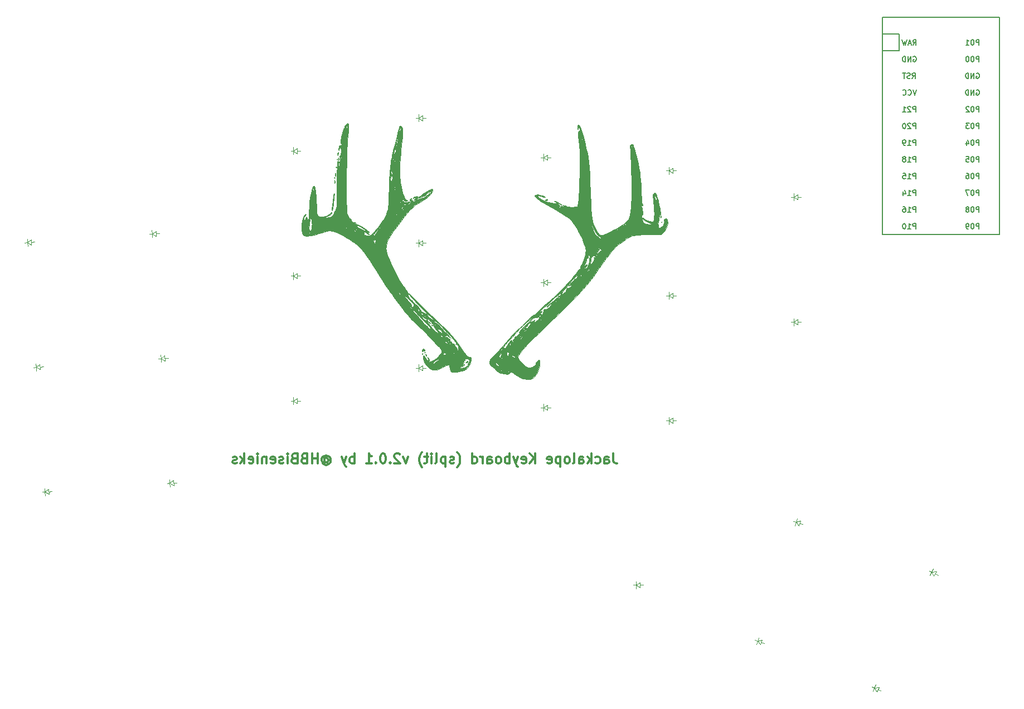
<source format=gbr>
%TF.GenerationSoftware,KiCad,Pcbnew,5.1.12-1.fc35*%
%TF.CreationDate,2022-03-13T18:33:39-07:00*%
%TF.ProjectId,jackalope_split,6a61636b-616c-46f7-9065-5f73706c6974,v1.0.0*%
%TF.SameCoordinates,Original*%
%TF.FileFunction,Legend,Bot*%
%TF.FilePolarity,Positive*%
%FSLAX46Y46*%
G04 Gerber Fmt 4.6, Leading zero omitted, Abs format (unit mm)*
G04 Created by KiCad (PCBNEW 5.1.12-1.fc35) date 2022-03-13 18:33:39*
%MOMM*%
%LPD*%
G01*
G04 APERTURE LIST*
%ADD10C,0.300000*%
%ADD11C,0.010000*%
%ADD12C,0.100000*%
%ADD13C,0.150000*%
G04 APERTURE END LIST*
D10*
X86678571Y-3678571D02*
X86678571Y-4750000D01*
X86750000Y-4964285D01*
X86892857Y-5107142D01*
X87107142Y-5178571D01*
X87250000Y-5178571D01*
X85321428Y-5178571D02*
X85321428Y-4392857D01*
X85392857Y-4250000D01*
X85535714Y-4178571D01*
X85821428Y-4178571D01*
X85964285Y-4250000D01*
X85321428Y-5107142D02*
X85464285Y-5178571D01*
X85821428Y-5178571D01*
X85964285Y-5107142D01*
X86035714Y-4964285D01*
X86035714Y-4821428D01*
X85964285Y-4678571D01*
X85821428Y-4607142D01*
X85464285Y-4607142D01*
X85321428Y-4535714D01*
X83964285Y-5107142D02*
X84107142Y-5178571D01*
X84392857Y-5178571D01*
X84535714Y-5107142D01*
X84607142Y-5035714D01*
X84678571Y-4892857D01*
X84678571Y-4464285D01*
X84607142Y-4321428D01*
X84535714Y-4250000D01*
X84392857Y-4178571D01*
X84107142Y-4178571D01*
X83964285Y-4250000D01*
X83321428Y-5178571D02*
X83321428Y-3678571D01*
X83178571Y-4607142D02*
X82750000Y-5178571D01*
X82750000Y-4178571D02*
X83321428Y-4750000D01*
X81464285Y-5178571D02*
X81464285Y-4392857D01*
X81535714Y-4250000D01*
X81678571Y-4178571D01*
X81964285Y-4178571D01*
X82107142Y-4250000D01*
X81464285Y-5107142D02*
X81607142Y-5178571D01*
X81964285Y-5178571D01*
X82107142Y-5107142D01*
X82178571Y-4964285D01*
X82178571Y-4821428D01*
X82107142Y-4678571D01*
X81964285Y-4607142D01*
X81607142Y-4607142D01*
X81464285Y-4535714D01*
X80535714Y-5178571D02*
X80678571Y-5107142D01*
X80750000Y-4964285D01*
X80750000Y-3678571D01*
X79750000Y-5178571D02*
X79892857Y-5107142D01*
X79964285Y-5035714D01*
X80035714Y-4892857D01*
X80035714Y-4464285D01*
X79964285Y-4321428D01*
X79892857Y-4250000D01*
X79750000Y-4178571D01*
X79535714Y-4178571D01*
X79392857Y-4250000D01*
X79321428Y-4321428D01*
X79250000Y-4464285D01*
X79250000Y-4892857D01*
X79321428Y-5035714D01*
X79392857Y-5107142D01*
X79535714Y-5178571D01*
X79750000Y-5178571D01*
X78607142Y-4178571D02*
X78607142Y-5678571D01*
X78607142Y-4250000D02*
X78464285Y-4178571D01*
X78178571Y-4178571D01*
X78035714Y-4250000D01*
X77964285Y-4321428D01*
X77892857Y-4464285D01*
X77892857Y-4892857D01*
X77964285Y-5035714D01*
X78035714Y-5107142D01*
X78178571Y-5178571D01*
X78464285Y-5178571D01*
X78607142Y-5107142D01*
X76678571Y-5107142D02*
X76821428Y-5178571D01*
X77107142Y-5178571D01*
X77250000Y-5107142D01*
X77321428Y-4964285D01*
X77321428Y-4392857D01*
X77250000Y-4250000D01*
X77107142Y-4178571D01*
X76821428Y-4178571D01*
X76678571Y-4250000D01*
X76607142Y-4392857D01*
X76607142Y-4535714D01*
X77321428Y-4678571D01*
X74821428Y-5178571D02*
X74821428Y-3678571D01*
X73964285Y-5178571D02*
X74607142Y-4321428D01*
X73964285Y-3678571D02*
X74821428Y-4535714D01*
X72750000Y-5107142D02*
X72892857Y-5178571D01*
X73178571Y-5178571D01*
X73321428Y-5107142D01*
X73392857Y-4964285D01*
X73392857Y-4392857D01*
X73321428Y-4250000D01*
X73178571Y-4178571D01*
X72892857Y-4178571D01*
X72750000Y-4250000D01*
X72678571Y-4392857D01*
X72678571Y-4535714D01*
X73392857Y-4678571D01*
X72178571Y-4178571D02*
X71821428Y-5178571D01*
X71464285Y-4178571D02*
X71821428Y-5178571D01*
X71964285Y-5535714D01*
X72035714Y-5607142D01*
X72178571Y-5678571D01*
X70892857Y-5178571D02*
X70892857Y-3678571D01*
X70892857Y-4250000D02*
X70750000Y-4178571D01*
X70464285Y-4178571D01*
X70321428Y-4250000D01*
X70250000Y-4321428D01*
X70178571Y-4464285D01*
X70178571Y-4892857D01*
X70250000Y-5035714D01*
X70321428Y-5107142D01*
X70464285Y-5178571D01*
X70750000Y-5178571D01*
X70892857Y-5107142D01*
X69321428Y-5178571D02*
X69464285Y-5107142D01*
X69535714Y-5035714D01*
X69607142Y-4892857D01*
X69607142Y-4464285D01*
X69535714Y-4321428D01*
X69464285Y-4250000D01*
X69321428Y-4178571D01*
X69107142Y-4178571D01*
X68964285Y-4250000D01*
X68892857Y-4321428D01*
X68821428Y-4464285D01*
X68821428Y-4892857D01*
X68892857Y-5035714D01*
X68964285Y-5107142D01*
X69107142Y-5178571D01*
X69321428Y-5178571D01*
X67535714Y-5178571D02*
X67535714Y-4392857D01*
X67607142Y-4250000D01*
X67750000Y-4178571D01*
X68035714Y-4178571D01*
X68178571Y-4250000D01*
X67535714Y-5107142D02*
X67678571Y-5178571D01*
X68035714Y-5178571D01*
X68178571Y-5107142D01*
X68250000Y-4964285D01*
X68250000Y-4821428D01*
X68178571Y-4678571D01*
X68035714Y-4607142D01*
X67678571Y-4607142D01*
X67535714Y-4535714D01*
X66821428Y-5178571D02*
X66821428Y-4178571D01*
X66821428Y-4464285D02*
X66750000Y-4321428D01*
X66678571Y-4250000D01*
X66535714Y-4178571D01*
X66392857Y-4178571D01*
X65250000Y-5178571D02*
X65250000Y-3678571D01*
X65250000Y-5107142D02*
X65392857Y-5178571D01*
X65678571Y-5178571D01*
X65821428Y-5107142D01*
X65892857Y-5035714D01*
X65964285Y-4892857D01*
X65964285Y-4464285D01*
X65892857Y-4321428D01*
X65821428Y-4250000D01*
X65678571Y-4178571D01*
X65392857Y-4178571D01*
X65250000Y-4250000D01*
X62964285Y-5750000D02*
X63035714Y-5678571D01*
X63178571Y-5464285D01*
X63250000Y-5321428D01*
X63321428Y-5107142D01*
X63392857Y-4750000D01*
X63392857Y-4464285D01*
X63321428Y-4107142D01*
X63250000Y-3892857D01*
X63178571Y-3750000D01*
X63035714Y-3535714D01*
X62964285Y-3464285D01*
X62464285Y-5107142D02*
X62321428Y-5178571D01*
X62035714Y-5178571D01*
X61892857Y-5107142D01*
X61821428Y-4964285D01*
X61821428Y-4892857D01*
X61892857Y-4750000D01*
X62035714Y-4678571D01*
X62250000Y-4678571D01*
X62392857Y-4607142D01*
X62464285Y-4464285D01*
X62464285Y-4392857D01*
X62392857Y-4250000D01*
X62250000Y-4178571D01*
X62035714Y-4178571D01*
X61892857Y-4250000D01*
X61178571Y-4178571D02*
X61178571Y-5678571D01*
X61178571Y-4250000D02*
X61035714Y-4178571D01*
X60750000Y-4178571D01*
X60607142Y-4250000D01*
X60535714Y-4321428D01*
X60464285Y-4464285D01*
X60464285Y-4892857D01*
X60535714Y-5035714D01*
X60607142Y-5107142D01*
X60750000Y-5178571D01*
X61035714Y-5178571D01*
X61178571Y-5107142D01*
X59607142Y-5178571D02*
X59750000Y-5107142D01*
X59821428Y-4964285D01*
X59821428Y-3678571D01*
X59035714Y-5178571D02*
X59035714Y-4178571D01*
X59035714Y-3678571D02*
X59107142Y-3750000D01*
X59035714Y-3821428D01*
X58964285Y-3750000D01*
X59035714Y-3678571D01*
X59035714Y-3821428D01*
X58535714Y-4178571D02*
X57964285Y-4178571D01*
X58321428Y-3678571D02*
X58321428Y-4964285D01*
X58250000Y-5107142D01*
X58107142Y-5178571D01*
X57964285Y-5178571D01*
X57607142Y-5750000D02*
X57535714Y-5678571D01*
X57392857Y-5464285D01*
X57321428Y-5321428D01*
X57250000Y-5107142D01*
X57178571Y-4750000D01*
X57178571Y-4464285D01*
X57250000Y-4107142D01*
X57321428Y-3892857D01*
X57392857Y-3750000D01*
X57535714Y-3535714D01*
X57607142Y-3464285D01*
X55464285Y-4178571D02*
X55107142Y-5178571D01*
X54750000Y-4178571D01*
X54250000Y-3821428D02*
X54178571Y-3750000D01*
X54035714Y-3678571D01*
X53678571Y-3678571D01*
X53535714Y-3750000D01*
X53464285Y-3821428D01*
X53392857Y-3964285D01*
X53392857Y-4107142D01*
X53464285Y-4321428D01*
X54321428Y-5178571D01*
X53392857Y-5178571D01*
X52750000Y-5035714D02*
X52678571Y-5107142D01*
X52750000Y-5178571D01*
X52821428Y-5107142D01*
X52750000Y-5035714D01*
X52750000Y-5178571D01*
X51750000Y-3678571D02*
X51607142Y-3678571D01*
X51464285Y-3750000D01*
X51392857Y-3821428D01*
X51321428Y-3964285D01*
X51250000Y-4250000D01*
X51250000Y-4607142D01*
X51321428Y-4892857D01*
X51392857Y-5035714D01*
X51464285Y-5107142D01*
X51607142Y-5178571D01*
X51750000Y-5178571D01*
X51892857Y-5107142D01*
X51964285Y-5035714D01*
X52035714Y-4892857D01*
X52107142Y-4607142D01*
X52107142Y-4250000D01*
X52035714Y-3964285D01*
X51964285Y-3821428D01*
X51892857Y-3750000D01*
X51750000Y-3678571D01*
X50607142Y-5035714D02*
X50535714Y-5107142D01*
X50607142Y-5178571D01*
X50678571Y-5107142D01*
X50607142Y-5035714D01*
X50607142Y-5178571D01*
X49107142Y-5178571D02*
X49964285Y-5178571D01*
X49535714Y-5178571D02*
X49535714Y-3678571D01*
X49678571Y-3892857D01*
X49821428Y-4035714D01*
X49964285Y-4107142D01*
X47321428Y-5178571D02*
X47321428Y-3678571D01*
X47321428Y-4250000D02*
X47178571Y-4178571D01*
X46892857Y-4178571D01*
X46750000Y-4250000D01*
X46678571Y-4321428D01*
X46607142Y-4464285D01*
X46607142Y-4892857D01*
X46678571Y-5035714D01*
X46750000Y-5107142D01*
X46892857Y-5178571D01*
X47178571Y-5178571D01*
X47321428Y-5107142D01*
X46107142Y-4178571D02*
X45750000Y-5178571D01*
X45392857Y-4178571D02*
X45750000Y-5178571D01*
X45892857Y-5535714D01*
X45964285Y-5607142D01*
X46107142Y-5678571D01*
X42750000Y-4464285D02*
X42821428Y-4392857D01*
X42964285Y-4321428D01*
X43107142Y-4321428D01*
X43250000Y-4392857D01*
X43321428Y-4464285D01*
X43392857Y-4607142D01*
X43392857Y-4750000D01*
X43321428Y-4892857D01*
X43250000Y-4964285D01*
X43107142Y-5035714D01*
X42964285Y-5035714D01*
X42821428Y-4964285D01*
X42750000Y-4892857D01*
X42750000Y-4321428D02*
X42750000Y-4892857D01*
X42678571Y-4964285D01*
X42607142Y-4964285D01*
X42464285Y-4892857D01*
X42392857Y-4750000D01*
X42392857Y-4392857D01*
X42535714Y-4178571D01*
X42750000Y-4035714D01*
X43035714Y-3964285D01*
X43321428Y-4035714D01*
X43535714Y-4178571D01*
X43678571Y-4392857D01*
X43750000Y-4678571D01*
X43678571Y-4964285D01*
X43535714Y-5178571D01*
X43321428Y-5321428D01*
X43035714Y-5392857D01*
X42750000Y-5321428D01*
X42535714Y-5178571D01*
X41750000Y-5178571D02*
X41750000Y-3678571D01*
X41750000Y-4392857D02*
X40892857Y-4392857D01*
X40892857Y-5178571D02*
X40892857Y-3678571D01*
X39678571Y-4392857D02*
X39464285Y-4464285D01*
X39392857Y-4535714D01*
X39321428Y-4678571D01*
X39321428Y-4892857D01*
X39392857Y-5035714D01*
X39464285Y-5107142D01*
X39607142Y-5178571D01*
X40178571Y-5178571D01*
X40178571Y-3678571D01*
X39678571Y-3678571D01*
X39535714Y-3750000D01*
X39464285Y-3821428D01*
X39392857Y-3964285D01*
X39392857Y-4107142D01*
X39464285Y-4250000D01*
X39535714Y-4321428D01*
X39678571Y-4392857D01*
X40178571Y-4392857D01*
X38178571Y-4392857D02*
X37964285Y-4464285D01*
X37892857Y-4535714D01*
X37821428Y-4678571D01*
X37821428Y-4892857D01*
X37892857Y-5035714D01*
X37964285Y-5107142D01*
X38107142Y-5178571D01*
X38678571Y-5178571D01*
X38678571Y-3678571D01*
X38178571Y-3678571D01*
X38035714Y-3750000D01*
X37964285Y-3821428D01*
X37892857Y-3964285D01*
X37892857Y-4107142D01*
X37964285Y-4250000D01*
X38035714Y-4321428D01*
X38178571Y-4392857D01*
X38678571Y-4392857D01*
X37178571Y-5178571D02*
X37178571Y-4178571D01*
X37178571Y-3678571D02*
X37250000Y-3750000D01*
X37178571Y-3821428D01*
X37107142Y-3750000D01*
X37178571Y-3678571D01*
X37178571Y-3821428D01*
X36535714Y-5107142D02*
X36392857Y-5178571D01*
X36107142Y-5178571D01*
X35964285Y-5107142D01*
X35892857Y-4964285D01*
X35892857Y-4892857D01*
X35964285Y-4750000D01*
X36107142Y-4678571D01*
X36321428Y-4678571D01*
X36464285Y-4607142D01*
X36535714Y-4464285D01*
X36535714Y-4392857D01*
X36464285Y-4250000D01*
X36321428Y-4178571D01*
X36107142Y-4178571D01*
X35964285Y-4250000D01*
X34678571Y-5107142D02*
X34821428Y-5178571D01*
X35107142Y-5178571D01*
X35250000Y-5107142D01*
X35321428Y-4964285D01*
X35321428Y-4392857D01*
X35250000Y-4250000D01*
X35107142Y-4178571D01*
X34821428Y-4178571D01*
X34678571Y-4250000D01*
X34607142Y-4392857D01*
X34607142Y-4535714D01*
X35321428Y-4678571D01*
X33964285Y-4178571D02*
X33964285Y-5178571D01*
X33964285Y-4321428D02*
X33892857Y-4250000D01*
X33750000Y-4178571D01*
X33535714Y-4178571D01*
X33392857Y-4250000D01*
X33321428Y-4392857D01*
X33321428Y-5178571D01*
X32607142Y-5178571D02*
X32607142Y-4178571D01*
X32607142Y-3678571D02*
X32678571Y-3750000D01*
X32607142Y-3821428D01*
X32535714Y-3750000D01*
X32607142Y-3678571D01*
X32607142Y-3821428D01*
X31321428Y-5107142D02*
X31464285Y-5178571D01*
X31750000Y-5178571D01*
X31892857Y-5107142D01*
X31964285Y-4964285D01*
X31964285Y-4392857D01*
X31892857Y-4250000D01*
X31750000Y-4178571D01*
X31464285Y-4178571D01*
X31321428Y-4250000D01*
X31250000Y-4392857D01*
X31250000Y-4535714D01*
X31964285Y-4678571D01*
X30607142Y-5178571D02*
X30607142Y-3678571D01*
X30464285Y-4607142D02*
X30035714Y-5178571D01*
X30035714Y-4178571D02*
X30607142Y-4750000D01*
X29464285Y-5107142D02*
X29321428Y-5178571D01*
X29035714Y-5178571D01*
X28892857Y-5107142D01*
X28821428Y-4964285D01*
X28821428Y-4892857D01*
X28892857Y-4750000D01*
X29035714Y-4678571D01*
X29250000Y-4678571D01*
X29392857Y-4607142D01*
X29464285Y-4464285D01*
X29464285Y-4392857D01*
X29392857Y-4250000D01*
X29250000Y-4178571D01*
X29035714Y-4178571D01*
X28892857Y-4250000D01*
D11*
%TO.C,G\u002A\u002A\u002A*%
G36*
X81495935Y46214625D02*
G01*
X81667282Y45924551D01*
X81852213Y45422856D01*
X82056506Y44694617D01*
X82220249Y44015462D01*
X82375726Y43347754D01*
X82522932Y42731598D01*
X82646910Y42228548D01*
X82732701Y41900156D01*
X82743328Y41863000D01*
X82835749Y41416460D01*
X82921800Y40739130D01*
X82999841Y39854174D01*
X83068232Y38784759D01*
X83125334Y37554050D01*
X83169506Y36185212D01*
X83181797Y35669101D01*
X83214638Y34494730D01*
X83260805Y33535897D01*
X83326007Y32754252D01*
X83415958Y32111447D01*
X83536368Y31569135D01*
X83692949Y31088965D01*
X83891414Y30632590D01*
X83949375Y30515481D01*
X84248325Y29980253D01*
X84514858Y29658939D01*
X84791771Y29522843D01*
X85121862Y29543270D01*
X85313493Y29600850D01*
X85714507Y29772925D01*
X86254722Y30046994D01*
X86839542Y30369500D01*
X87189000Y30369500D01*
X87252500Y30306000D01*
X87316000Y30369500D01*
X87252500Y30433000D01*
X87189000Y30369500D01*
X86839542Y30369500D01*
X86863114Y30382499D01*
X87056814Y30496500D01*
X87443000Y30496500D01*
X87506500Y30433000D01*
X87570000Y30496500D01*
X87506500Y30560000D01*
X87443000Y30496500D01*
X87056814Y30496500D01*
X87468655Y30738885D01*
X87493979Y30754923D01*
X87867364Y30754923D01*
X87897497Y30746166D01*
X88128621Y30852781D01*
X88165196Y30870449D01*
X88462361Y31040383D01*
X88532363Y31098364D01*
X91308082Y31098364D01*
X91432916Y31078027D01*
X91597637Y31101377D01*
X91599604Y31144730D01*
X91429628Y31175047D01*
X91356187Y31154756D01*
X91308082Y31098364D01*
X88532363Y31098364D01*
X88647864Y31194030D01*
X88656772Y31206768D01*
X88649062Y31271781D01*
X88490547Y31209563D01*
X88232842Y31046321D01*
X88014500Y30880658D01*
X87867364Y30754923D01*
X87493979Y30754923D01*
X88000320Y31075594D01*
X88387084Y31352070D01*
X88403302Y31365180D01*
X88741997Y31683832D01*
X88983945Y32034007D01*
X89152725Y32473848D01*
X89271914Y33061499D01*
X89349620Y33698714D01*
X89389883Y34289485D01*
X89414943Y35086334D01*
X89425645Y36041847D01*
X89422832Y37108608D01*
X89419466Y37354500D01*
X90491000Y37354500D01*
X90554500Y37291000D01*
X90618000Y37354500D01*
X90554500Y37418000D01*
X90491000Y37354500D01*
X89419466Y37354500D01*
X89407351Y38239202D01*
X89402714Y38434000D01*
X90364000Y38434000D01*
X90410467Y38329465D01*
X90448666Y38349334D01*
X90463866Y38500053D01*
X90448666Y38518667D01*
X90373165Y38501234D01*
X90364000Y38434000D01*
X89402714Y38434000D01*
X89391881Y38889084D01*
X90374026Y38889084D01*
X90397376Y38724363D01*
X90440729Y38722396D01*
X90471046Y38892372D01*
X90450755Y38965813D01*
X90394363Y39013918D01*
X90374026Y38889084D01*
X89391881Y38889084D01*
X89380046Y39386216D01*
X89349379Y40280203D01*
X90140835Y40280203D01*
X90167083Y39975558D01*
X90186200Y39843701D01*
X90249889Y39534373D01*
X90310796Y39377521D01*
X90330020Y39373688D01*
X90347491Y39524065D01*
X90320134Y39829679D01*
X90300500Y39958000D01*
X90234909Y40266648D01*
X90174551Y40423681D01*
X90156679Y40428013D01*
X90140835Y40280203D01*
X89349379Y40280203D01*
X89341762Y40502234D01*
X89293344Y41539842D01*
X89235636Y42451624D01*
X89187151Y43013496D01*
X89348000Y43013496D01*
X89440190Y42884169D01*
X89475000Y42879000D01*
X89598698Y42922331D01*
X89602000Y42935005D01*
X89513006Y43043434D01*
X89475000Y43069500D01*
X89357971Y43059431D01*
X89348000Y43013496D01*
X89187151Y43013496D01*
X89182738Y43064635D01*
X89246605Y43266140D01*
X89417360Y43368800D01*
X89591336Y43334442D01*
X89652590Y43237637D01*
X89713554Y43031698D01*
X89820902Y42668902D01*
X89924687Y42318073D01*
X90092889Y41718575D01*
X90266997Y41046530D01*
X90430320Y40372122D01*
X90566165Y39765537D01*
X90657838Y39296960D01*
X90682351Y39132500D01*
X90733445Y38611529D01*
X90787319Y37922099D01*
X90838618Y37149619D01*
X90881984Y36379500D01*
X90912062Y35697153D01*
X90922568Y35302199D01*
X90941419Y34841143D01*
X90978860Y34483200D01*
X91027057Y34301175D01*
X91030750Y34296782D01*
X91121094Y34135120D01*
X91088541Y34033257D01*
X90999000Y34052500D01*
X90890275Y34023710D01*
X90872000Y33932996D01*
X90926614Y33759068D01*
X90976303Y33735000D01*
X91037666Y33620372D01*
X91083402Y33325954D01*
X91098450Y33068250D01*
X91098449Y32702230D01*
X91068714Y32567225D01*
X91003891Y32641423D01*
X90997143Y32655500D01*
X90929954Y32756155D01*
X90919675Y32635269D01*
X90945812Y32401500D01*
X91018412Y31899070D01*
X91095306Y31590292D01*
X91212932Y31416863D01*
X91407729Y31320478D01*
X91662121Y31255364D01*
X92140490Y31166774D01*
X92417770Y31160192D01*
X92481240Y31224410D01*
X92318180Y31348218D01*
X91949009Y31508161D01*
X91446372Y31732256D01*
X91186799Y31940831D01*
X91146339Y32032964D01*
X91128652Y32197991D01*
X91201676Y32146700D01*
X91273339Y32057446D01*
X91471740Y31914233D01*
X91800808Y31768590D01*
X92173790Y31647946D01*
X92503934Y31579734D01*
X92704487Y31591386D01*
X92717214Y31600881D01*
X92801235Y31817541D01*
X92853566Y32232833D01*
X92873120Y32793239D01*
X92858812Y33445242D01*
X92815468Y34052500D01*
X93412000Y34052500D01*
X93475500Y33989000D01*
X93539000Y34052500D01*
X93475500Y34116000D01*
X93412000Y34052500D01*
X92815468Y34052500D01*
X92809556Y34135323D01*
X92775008Y34449639D01*
X92704612Y35059505D01*
X92680334Y35373300D01*
X92904000Y35373300D01*
X92963790Y35085620D01*
X93103167Y34842456D01*
X93249319Y34751000D01*
X93253268Y34857608D01*
X93207522Y35100250D01*
X93103687Y35421788D01*
X92998897Y35576637D01*
X92923344Y35537638D01*
X92904000Y35373300D01*
X92680334Y35373300D01*
X92673258Y35464754D01*
X92681377Y35711817D01*
X92729404Y35847126D01*
X92788539Y35901172D01*
X92964783Y35944354D01*
X93119341Y35819316D01*
X93267435Y35500595D01*
X93424292Y34962727D01*
X93476246Y34751000D01*
X93626008Y34111318D01*
X93726535Y33643592D01*
X93791035Y33273574D01*
X93832716Y32927016D01*
X93860318Y32592000D01*
X93881857Y32262849D01*
X93876219Y32172998D01*
X93836893Y32308588D01*
X93800647Y32465000D01*
X93699436Y32909500D01*
X93682718Y32429171D01*
X93617435Y31964486D01*
X93483244Y31511512D01*
X93480014Y31503716D01*
X93392580Y31241435D01*
X93404056Y31134726D01*
X93430120Y31142700D01*
X93512729Y31127084D01*
X93483939Y30967593D01*
X93460320Y30708763D01*
X93573463Y30603844D01*
X93773737Y30634197D01*
X94011507Y30781187D01*
X94237143Y31026176D01*
X94385551Y31306146D01*
X94457311Y31563202D01*
X94419212Y31632553D01*
X94405092Y31625343D01*
X94318899Y31654546D01*
X94321999Y31781752D01*
X94453364Y32004707D01*
X94660278Y32049057D01*
X94840582Y31905493D01*
X94871907Y31831867D01*
X94914497Y31332918D01*
X94782881Y30772728D01*
X94504195Y30244901D01*
X94360127Y30066530D01*
X93939400Y29607500D01*
X91929450Y29601203D01*
X91146278Y29595276D01*
X90567026Y29579535D01*
X90141655Y29548565D01*
X89820121Y29496949D01*
X89552385Y29419271D01*
X89303651Y29317022D01*
X88715396Y29002269D01*
X88040382Y28563068D01*
X87366724Y28059186D01*
X87018068Y27766773D01*
X86774263Y27513575D01*
X86425160Y27101551D01*
X86009440Y26581127D01*
X85565784Y26002728D01*
X85132872Y25416781D01*
X84749384Y24873711D01*
X84454553Y24424841D01*
X83815501Y23487236D01*
X82976431Y22417279D01*
X81947035Y21225925D01*
X80737007Y19924128D01*
X79356042Y18522843D01*
X78450769Y17640148D01*
X77254530Y16487829D01*
X76229028Y15495555D01*
X75360198Y14649118D01*
X74633977Y13934307D01*
X74036300Y13336915D01*
X73553102Y12842732D01*
X73170321Y12437548D01*
X72873892Y12107155D01*
X72649750Y11837344D01*
X72483831Y11613904D01*
X72478794Y11606585D01*
X72262415Y11267151D01*
X72167886Y11004115D01*
X72211096Y10761559D01*
X72407937Y10483566D01*
X72774301Y10114216D01*
X72949882Y9948931D01*
X73377512Y9586471D01*
X73713096Y9398251D01*
X73975559Y9351000D01*
X74333976Y9435341D01*
X74653591Y9644243D01*
X74847199Y9911524D01*
X74870000Y10029817D01*
X74957034Y10237578D01*
X75121352Y10428104D01*
X75309475Y10580203D01*
X75402205Y10556247D01*
X75460605Y10426507D01*
X75491877Y10103922D01*
X75428184Y9641198D01*
X75291147Y9123860D01*
X75102383Y8637434D01*
X74931022Y8331425D01*
X74544485Y7889149D01*
X74112053Y7652059D01*
X73579409Y7602409D01*
X72991998Y7697932D01*
X72670893Y7822729D01*
X72245530Y8050605D01*
X71848998Y8304612D01*
X71464826Y8566480D01*
X71228383Y8695997D01*
X71082410Y8710795D01*
X70969646Y8628503D01*
X70933000Y8586653D01*
X70775580Y8457458D01*
X70545247Y8410217D01*
X70163574Y8432568D01*
X70044000Y8446514D01*
X69627039Y8519581D01*
X69305421Y8650778D01*
X69131524Y8779500D01*
X70679000Y8779500D01*
X70742500Y8716000D01*
X70806000Y8779500D01*
X70742500Y8843000D01*
X70679000Y8779500D01*
X69131524Y8779500D01*
X68981070Y8890868D01*
X68887126Y8977496D01*
X69536000Y8977496D01*
X69628190Y8848169D01*
X69663000Y8843000D01*
X69786698Y8886331D01*
X69790000Y8899005D01*
X69701006Y9007434D01*
X69663000Y9033500D01*
X70552000Y9033500D01*
X70615500Y8970000D01*
X70679000Y9033500D01*
X70615500Y9097000D01*
X70552000Y9033500D01*
X69663000Y9033500D01*
X69545971Y9023431D01*
X69536000Y8977496D01*
X68887126Y8977496D01*
X68719529Y9132040D01*
X68665410Y9181667D01*
X73007333Y9181667D01*
X73024766Y9106166D01*
X73092000Y9097000D01*
X73196535Y9143468D01*
X73176666Y9181667D01*
X73025947Y9196867D01*
X73007333Y9181667D01*
X68665410Y9181667D01*
X68390621Y9433644D01*
X68128529Y9649079D01*
X67989669Y9731996D01*
X67989279Y9732000D01*
X67923810Y9844679D01*
X67887559Y10125965D01*
X67885000Y10237073D01*
X67916763Y10532764D01*
X68301651Y10532764D01*
X68322771Y10224028D01*
X68426348Y9884260D01*
X68574262Y9605247D01*
X68728391Y9478779D01*
X68739712Y9478000D01*
X68724898Y9568647D01*
X68600703Y9787061D01*
X68598106Y9791032D01*
X68477204Y10070189D01*
X68775765Y10070189D01*
X68842965Y9827054D01*
X68965728Y9704618D01*
X69149123Y9636743D01*
X69273840Y9660766D01*
X69282000Y9689667D01*
X69202769Y9799546D01*
X69028000Y9986000D01*
X68834989Y10135382D01*
X68775765Y10070189D01*
X68477204Y10070189D01*
X68442556Y10150189D01*
X68372675Y10521282D01*
X68352350Y10938500D01*
X68301651Y10532764D01*
X67916763Y10532764D01*
X67925819Y10617066D01*
X68079517Y10856953D01*
X68202844Y10950405D01*
X68387691Y11112035D01*
X68456147Y11181245D01*
X69295066Y11181245D01*
X69376103Y10917138D01*
X69449428Y10779645D01*
X69465686Y10811500D01*
X69663000Y10811500D01*
X69726500Y10748000D01*
X69790000Y10811500D01*
X69726500Y10875000D01*
X69663000Y10811500D01*
X69465686Y10811500D01*
X69494152Y10867272D01*
X69515444Y10997024D01*
X69633314Y11309262D01*
X69770591Y11475338D01*
X69880792Y11574626D01*
X69799173Y11560697D01*
X69631250Y11491679D01*
X69362840Y11348162D01*
X69295066Y11181245D01*
X68456147Y11181245D01*
X68703586Y11431405D01*
X68937361Y11681019D01*
X70443041Y11681019D01*
X70459148Y11453186D01*
X70501807Y11330617D01*
X70616485Y11188505D01*
X70711412Y11242765D01*
X71249184Y11242765D01*
X71263464Y11134260D01*
X71314000Y11065500D01*
X71546834Y10905382D01*
X71678800Y10879040D01*
X71800938Y10905316D01*
X71720852Y11005455D01*
X71638976Y11069540D01*
X71390048Y11221387D01*
X71249184Y11242765D01*
X70711412Y11242765D01*
X70726651Y11251475D01*
X70780193Y11475111D01*
X70779167Y11510000D01*
X70953052Y11510000D01*
X70973010Y11329707D01*
X71017109Y11351250D01*
X71033883Y11611264D01*
X71017109Y11668750D01*
X70970755Y11684705D01*
X70953052Y11510000D01*
X70779167Y11510000D01*
X70777529Y11565629D01*
X70701930Y11781390D01*
X70588972Y11799748D01*
X70443041Y11681019D01*
X68937361Y11681019D01*
X69116978Y11872804D01*
X69344044Y12123834D01*
X69536000Y12123834D01*
X69632217Y12020032D01*
X69655504Y12018000D01*
X69830061Y12108986D01*
X69840418Y12123834D01*
X69801566Y12216602D01*
X69720913Y12229667D01*
X69555363Y12170841D01*
X69536000Y12123834D01*
X69344044Y12123834D01*
X69594318Y12400519D01*
X69600377Y12407405D01*
X69950927Y12407405D01*
X69979939Y12399000D01*
X70117532Y12339397D01*
X70107500Y12272000D01*
X70068434Y12153031D01*
X70081953Y12145000D01*
X70169566Y12244633D01*
X70350294Y12506794D01*
X70541968Y12806968D01*
X70884433Y12806968D01*
X70936985Y12780000D01*
X71046141Y12882926D01*
X71060000Y12970500D01*
X71032828Y13139945D01*
X71010087Y13161000D01*
X70928197Y13061692D01*
X70887073Y12970500D01*
X70884433Y12806968D01*
X70541968Y12806968D01*
X70586289Y12876377D01*
X70604344Y12905566D01*
X70863385Y13303721D01*
X71039518Y13508992D01*
X71167121Y13553794D01*
X71244066Y13508816D01*
X71355276Y13322731D01*
X71344547Y13236628D01*
X71361351Y13184661D01*
X71427544Y13216184D01*
X71511616Y13355825D01*
X71443925Y13474976D01*
X71388677Y13634671D01*
X71509308Y13716772D01*
X71526939Y13733345D01*
X72423808Y13733345D01*
X72440861Y13671909D01*
X72616255Y13740545D01*
X72781776Y13849117D01*
X72946778Y14008258D01*
X72964800Y14092185D01*
X72834099Y14066269D01*
X72606896Y13916280D01*
X72601680Y13912068D01*
X72423808Y13733345D01*
X71526939Y13733345D01*
X71643079Y13842514D01*
X71632054Y13922104D01*
X71640103Y13986500D01*
X72076000Y13986500D01*
X72139500Y13923000D01*
X72203000Y13986500D01*
X72139500Y14050000D01*
X72076000Y13986500D01*
X71640103Y13986500D01*
X71646733Y14039529D01*
X71697274Y14050000D01*
X71829240Y14113500D01*
X72457000Y14113500D01*
X72520500Y14050000D01*
X72584000Y14113500D01*
X72520500Y14177000D01*
X72457000Y14113500D01*
X71829240Y14113500D01*
X71870376Y14133294D01*
X72129242Y14341705D01*
X72222153Y14430616D01*
X72425945Y14658688D01*
X72434936Y14738503D01*
X72371134Y14723107D01*
X72354170Y14768285D01*
X72490981Y14959793D01*
X72623985Y15113023D01*
X73012072Y15113023D01*
X73108910Y15159563D01*
X73206877Y15245530D01*
X73449823Y15425695D01*
X73541104Y15420886D01*
X73453396Y15253891D01*
X73346000Y15129500D01*
X73179625Y14921264D01*
X73152245Y14815367D01*
X73166312Y14812000D01*
X73316479Y14907622D01*
X73469662Y15097750D01*
X73609252Y15339961D01*
X73658962Y15468575D01*
X73737664Y15613733D01*
X73922892Y15851808D01*
X73941007Y15872811D01*
X74117722Y16088020D01*
X74129448Y16170057D01*
X73981595Y16174115D01*
X73970459Y16173287D01*
X73707452Y16061449D01*
X73402839Y15813926D01*
X73142927Y15514472D01*
X73014024Y15246843D01*
X73013726Y15244861D01*
X73012072Y15113023D01*
X72623985Y15113023D01*
X72755527Y15264567D01*
X73013410Y15538612D01*
X73454057Y15968987D01*
X73788418Y16245812D01*
X75124000Y16245812D01*
X75200614Y16245458D01*
X75241049Y16272500D01*
X75505000Y16272500D01*
X75568500Y16209000D01*
X75632000Y16272500D01*
X75568500Y16336000D01*
X75505000Y16272500D01*
X75241049Y16272500D01*
X75381875Y16366680D01*
X75420141Y16399500D01*
X76140000Y16399500D01*
X76203500Y16336000D01*
X76267000Y16399500D01*
X76203500Y16463000D01*
X76140000Y16399500D01*
X75420141Y16399500D01*
X75594907Y16549391D01*
X75766835Y16733502D01*
X75819951Y16819655D01*
X75797576Y16880990D01*
X75632809Y16769991D01*
X75513115Y16661276D01*
X75273965Y16423086D01*
X75136773Y16268877D01*
X75124000Y16245812D01*
X73788418Y16245812D01*
X73799829Y16255259D01*
X74022573Y16375091D01*
X74065890Y16373719D01*
X74285256Y16399348D01*
X74493730Y16530781D01*
X74684791Y16651826D01*
X74740898Y16593493D01*
X74638841Y16404503D01*
X74584250Y16340754D01*
X74577355Y16285935D01*
X74746928Y16351711D01*
X74857052Y16410604D01*
X75130619Y16595375D01*
X75272817Y16751896D01*
X75278851Y16780500D01*
X75348442Y16965749D01*
X75399498Y17034500D01*
X76013000Y17034500D01*
X76076500Y16971000D01*
X76140000Y17034500D01*
X76076500Y17098000D01*
X76013000Y17034500D01*
X75399498Y17034500D01*
X75470233Y17129750D01*
X75601555Y17296404D01*
X75548034Y17348598D01*
X75453688Y17352000D01*
X75307543Y17295020D01*
X75314500Y17225000D01*
X75348688Y17106204D01*
X75332382Y17098000D01*
X75177088Y17058707D01*
X75039137Y17010722D01*
X74883485Y16967584D01*
X74909033Y17054424D01*
X74993156Y17169472D01*
X75064003Y17284363D01*
X74964258Y17220492D01*
X74843808Y17116445D01*
X74585493Y16939773D01*
X74388384Y16895073D01*
X74368606Y16903418D01*
X74217117Y16856913D01*
X73921676Y16646222D01*
X73508247Y16295956D01*
X73002791Y15830729D01*
X72431271Y15275154D01*
X71819648Y14653842D01*
X71193886Y13991408D01*
X70579945Y13312464D01*
X70575694Y13307646D01*
X70188835Y12847355D01*
X69979238Y12545229D01*
X69950927Y12407405D01*
X69600377Y12407405D01*
X70025113Y12890082D01*
X70520810Y13445510D01*
X71087617Y14055785D01*
X71696399Y14692078D01*
X72318026Y15325561D01*
X72923363Y15927408D01*
X73483279Y16468790D01*
X73968641Y16920879D01*
X74350316Y17254847D01*
X74599173Y17441867D01*
X74651321Y17467903D01*
X74715764Y17438147D01*
X74616000Y17277403D01*
X74493219Y17112248D01*
X74538944Y17125358D01*
X74646351Y17207640D01*
X74797625Y17381145D01*
X74808088Y17476429D01*
X74875316Y17591419D01*
X75046355Y17778330D01*
X75384404Y17778330D01*
X75384925Y17771122D01*
X75494761Y17697671D01*
X75521233Y17702428D01*
X75661602Y17633054D01*
X75712621Y17543678D01*
X75828108Y17365840D01*
X75923391Y17427681D01*
X75967844Y17670065D01*
X76026415Y18050500D01*
X76648000Y18050500D01*
X76711500Y17987000D01*
X76719769Y17995269D01*
X77060137Y17995269D01*
X77077509Y17987000D01*
X77193407Y18076406D01*
X77219500Y18114000D01*
X77251862Y18232732D01*
X77234490Y18241000D01*
X77118592Y18151595D01*
X77092500Y18114000D01*
X77060137Y17995269D01*
X76719769Y17995269D01*
X76775000Y18050500D01*
X76711500Y18114000D01*
X76648000Y18050500D01*
X76026415Y18050500D01*
X76034667Y18104096D01*
X76177636Y18308504D01*
X76367978Y18312759D01*
X76622319Y18354032D01*
X76885002Y18558500D01*
X77156000Y18558500D01*
X77219500Y18495000D01*
X77283000Y18558500D01*
X77219500Y18622000D01*
X77156000Y18558500D01*
X76885002Y18558500D01*
X76963309Y18619452D01*
X77028517Y18685003D01*
X77247213Y18937624D01*
X77336549Y19098864D01*
X77312860Y19130000D01*
X77127336Y19044605D01*
X76908288Y18853493D01*
X76705992Y18679755D01*
X76579368Y18648310D01*
X76578880Y18648787D01*
X76631283Y18758347D01*
X76839261Y18972403D01*
X77117119Y19211044D01*
X77219309Y19294233D01*
X77714782Y19294233D01*
X77759899Y19257000D01*
X77939286Y19344556D01*
X78045000Y19447500D01*
X78121217Y19600768D01*
X78076100Y19638000D01*
X77896713Y19550445D01*
X77791000Y19447500D01*
X77714782Y19294233D01*
X77219309Y19294233D01*
X77469912Y19498237D01*
X77757507Y19738667D01*
X77889754Y19854854D01*
X78117982Y19954191D01*
X78226329Y19941446D01*
X78437678Y19970142D01*
X78497487Y20031925D01*
X78514569Y20133952D01*
X78365370Y20101175D01*
X78211465Y20061308D01*
X78261999Y20164082D01*
X78295426Y20205195D01*
X78471656Y20334928D01*
X78559786Y20332306D01*
X78721578Y20363851D01*
X78968672Y20536733D01*
X79235507Y20787948D01*
X79405392Y20992830D01*
X80609805Y20992830D01*
X80610664Y20910086D01*
X80632949Y20908000D01*
X80738961Y20994789D01*
X80855199Y21130250D01*
X80965035Y21280681D01*
X80899268Y21249145D01*
X80807250Y21178200D01*
X80609805Y20992830D01*
X79405392Y20992830D01*
X79456521Y21054491D01*
X79566152Y21273358D01*
X79569000Y21302157D01*
X79646153Y21509590D01*
X79820468Y21537689D01*
X79866980Y21511250D01*
X79992071Y21550935D01*
X80170769Y21705309D01*
X80253596Y21812856D01*
X80744998Y21812856D01*
X80838032Y21873725D01*
X80854759Y21890134D01*
X80955074Y22056646D01*
X80941472Y22117861D01*
X80847000Y22079749D01*
X80783665Y21961228D01*
X80744998Y21812856D01*
X80253596Y21812856D01*
X80307816Y21883258D01*
X80331000Y21955101D01*
X80254525Y21993811D01*
X80140500Y21924000D01*
X79978182Y21813462D01*
X79980829Y21884395D01*
X80144916Y22128203D01*
X80313894Y22346976D01*
X80541425Y22604088D01*
X80704930Y22735751D01*
X80744539Y22738127D01*
X80770466Y22749500D01*
X81220000Y22749500D01*
X81283500Y22686000D01*
X81347000Y22749500D01*
X81283500Y22813000D01*
X81220000Y22749500D01*
X80770466Y22749500D01*
X80852395Y22785438D01*
X81034497Y22987014D01*
X81079368Y23047857D01*
X81129608Y23130500D01*
X81474000Y23130500D01*
X81537500Y23067000D01*
X81601000Y23130500D01*
X81537500Y23194000D01*
X81474000Y23130500D01*
X81129608Y23130500D01*
X81236590Y23306480D01*
X81241241Y23408886D01*
X81125217Y23373463D01*
X80920414Y23218603D01*
X80658727Y22962695D01*
X80394500Y22652986D01*
X80013472Y22187329D01*
X79587855Y21696826D01*
X79350729Y21437840D01*
X79078707Y21126762D01*
X78907314Y20884975D01*
X78873081Y20776824D01*
X78833503Y20635720D01*
X78710351Y20509640D01*
X78562811Y20401393D01*
X78588514Y20460525D01*
X78680000Y20579403D01*
X78792681Y20753838D01*
X78732446Y20763667D01*
X78512440Y20617196D01*
X78145806Y20322730D01*
X77793027Y20019000D01*
X77034130Y19350471D01*
X76447081Y18829431D01*
X76011732Y18437072D01*
X75707937Y18154589D01*
X75515549Y17963176D01*
X75414420Y17844025D01*
X75384404Y17778330D01*
X75046355Y17778330D01*
X75101158Y17838218D01*
X75451967Y18182650D01*
X75894098Y18590537D01*
X75984237Y18671131D01*
X76809185Y19406554D01*
X77473882Y20003773D01*
X78008894Y20492231D01*
X78444786Y20901371D01*
X78812123Y21260634D01*
X79141473Y21599464D01*
X79463399Y21947302D01*
X79808468Y22333590D01*
X79932052Y22473866D01*
X80362668Y22970498D01*
X80735503Y23412679D01*
X81634292Y23412679D01*
X81657660Y23332066D01*
X81783283Y23201719D01*
X81846689Y23317532D01*
X81855000Y23473400D01*
X81823885Y23657650D01*
X81716613Y23614394D01*
X81713665Y23611466D01*
X81634292Y23412679D01*
X80735503Y23412679D01*
X80745537Y23424579D01*
X81041475Y23788786D01*
X81160960Y23948505D01*
X81601000Y23948505D01*
X81641812Y23833113D01*
X81697061Y23892500D01*
X81855000Y23892500D01*
X81918500Y23829000D01*
X81982000Y23892500D01*
X81918500Y23956000D01*
X81855000Y23892500D01*
X81697061Y23892500D01*
X81735464Y23933779D01*
X81776457Y24026097D01*
X81785333Y24157196D01*
X81726545Y24145601D01*
X81605513Y23983000D01*
X81601000Y23948505D01*
X81160960Y23948505D01*
X81211300Y24015795D01*
X81220000Y24029389D01*
X81338439Y24167667D01*
X82024333Y24167667D01*
X82041766Y24092166D01*
X82109000Y24083000D01*
X82213535Y24129468D01*
X82193666Y24167667D01*
X82042947Y24182867D01*
X82024333Y24167667D01*
X81338439Y24167667D01*
X81389226Y24226961D01*
X82618825Y24226961D01*
X82682211Y24239765D01*
X82733832Y24269955D01*
X82858513Y24306846D01*
X82833068Y24167334D01*
X82789260Y23980775D01*
X82854477Y23993434D01*
X82991103Y24197132D01*
X82993875Y24202293D01*
X83052918Y24442335D01*
X82952115Y24527584D01*
X82760419Y24413547D01*
X82726639Y24374723D01*
X82618825Y24226961D01*
X81389226Y24226961D01*
X81412453Y24254078D01*
X81576745Y24336774D01*
X81683207Y24405968D01*
X81666717Y24460413D01*
X81670601Y24648325D01*
X81673401Y24654500D01*
X82060000Y24654500D01*
X82339278Y24897139D01*
X82585354Y25067487D01*
X82681804Y25046640D01*
X82612751Y24859335D01*
X82482560Y24673889D01*
X82339565Y24451478D01*
X82330483Y24340007D01*
X82345134Y24337000D01*
X82497153Y24431316D01*
X82703758Y24662767D01*
X82736143Y24706967D01*
X82780841Y24803670D01*
X83008344Y24803670D01*
X83024715Y24740647D01*
X83120037Y24857882D01*
X83149758Y24908500D01*
X83295066Y25135880D01*
X83371079Y25226000D01*
X83530278Y25409079D01*
X83678008Y25653865D01*
X83689477Y25681084D01*
X84024026Y25681084D01*
X84047376Y25516363D01*
X84090729Y25514396D01*
X84121046Y25684372D01*
X84100755Y25757813D01*
X84044363Y25805918D01*
X84024026Y25681084D01*
X83689477Y25681084D01*
X83771077Y25874728D01*
X83766293Y25986034D01*
X83755432Y25988000D01*
X83677483Y26065914D01*
X83697780Y26117072D01*
X83857111Y26181964D01*
X83927525Y26156193D01*
X83981296Y26161744D01*
X83901850Y26282747D01*
X83878287Y26305500D01*
X84268000Y26305500D01*
X84331500Y26242000D01*
X84395000Y26305500D01*
X84331500Y26369000D01*
X84268000Y26305500D01*
X83878287Y26305500D01*
X83763719Y26416124D01*
X83630891Y26384125D01*
X83449426Y26211876D01*
X83274772Y25956975D01*
X83277173Y25782864D01*
X83296669Y25578396D01*
X83193070Y25279570D01*
X83190629Y25274864D01*
X83065467Y24998044D01*
X83008344Y24803670D01*
X82780841Y24803670D01*
X82933300Y25133506D01*
X82983777Y25500717D01*
X82998916Y25882600D01*
X83055763Y26189084D01*
X83075842Y26399459D01*
X82941936Y26453667D01*
X82800685Y26381239D01*
X82819265Y26204930D01*
X82837997Y26031941D01*
X82757606Y26043092D01*
X82643464Y26018820D01*
X82617000Y25875755D01*
X82555348Y25609648D01*
X82401299Y25253599D01*
X82338500Y25138010D01*
X82060000Y24654500D01*
X81673401Y24654500D01*
X81772559Y24873163D01*
X81909356Y25143982D01*
X82083455Y25559824D01*
X82234214Y25966408D01*
X82375520Y26470600D01*
X84014000Y26470600D01*
X84067792Y26397790D01*
X84203780Y26511519D01*
X84383883Y26774607D01*
X84451841Y26898059D01*
X84485088Y26940500D01*
X84903000Y26940500D01*
X84966500Y26877000D01*
X85030000Y26940500D01*
X84966500Y27004000D01*
X84903000Y26940500D01*
X84485088Y26940500D01*
X84616477Y27108222D01*
X84754632Y27162750D01*
X84889248Y27162194D01*
X84830936Y27272890D01*
X84661608Y27437090D01*
X84455739Y27573323D01*
X84329589Y27508655D01*
X84324485Y27500651D01*
X84301311Y27405248D01*
X84375377Y27436373D01*
X84504271Y27463215D01*
X84492403Y27323849D01*
X84344074Y27060567D01*
X84335983Y27048942D01*
X84223768Y26822493D01*
X84230150Y26703183D01*
X84213258Y26629294D01*
X84162166Y26623000D01*
X84023391Y26523864D01*
X84014000Y26470600D01*
X82375520Y26470600D01*
X82397542Y26549173D01*
X82429770Y26877000D01*
X82998000Y26877000D01*
X83044467Y26772465D01*
X83082666Y26792334D01*
X83097866Y26943053D01*
X83082666Y26961667D01*
X83007165Y26944234D01*
X82998000Y26877000D01*
X82429770Y26877000D01*
X82451329Y27096293D01*
X82387235Y27663651D01*
X82196920Y28307135D01*
X81872043Y29082630D01*
X81721282Y29403341D01*
X81342724Y30142597D01*
X82002471Y30142597D01*
X82033372Y30071623D01*
X82161248Y29935283D01*
X82234763Y29963251D01*
X82236000Y29981005D01*
X82145794Y30088424D01*
X82089377Y30127628D01*
X82002471Y30142597D01*
X81342724Y30142597D01*
X81212354Y30397186D01*
X80741025Y31170412D01*
X80672224Y31258500D01*
X83208146Y31258500D01*
X83334234Y30875274D01*
X83477196Y30591750D01*
X83586394Y30384375D01*
X83582304Y30306000D01*
X83572555Y30222764D01*
X83688272Y30013968D01*
X83882952Y29740983D01*
X84110091Y29465179D01*
X84323186Y29247925D01*
X84452683Y29157365D01*
X84687205Y29065164D01*
X84767519Y29059161D01*
X84776000Y29132885D01*
X84674566Y29253958D01*
X84500359Y29355135D01*
X84364345Y29480500D01*
X85919000Y29480500D01*
X85982500Y29417000D01*
X86046000Y29480500D01*
X85982500Y29544000D01*
X85919000Y29480500D01*
X84364345Y29480500D01*
X84311715Y29529009D01*
X84057056Y29886049D01*
X83770759Y30376104D01*
X83674415Y30560000D01*
X83453173Y30974294D01*
X83291530Y31238184D01*
X83208639Y31322978D01*
X83208146Y31258500D01*
X80672224Y31258500D01*
X80288325Y31750017D01*
X79835287Y32163002D01*
X79731540Y32235607D01*
X78791759Y32842703D01*
X77874596Y33404997D01*
X77039992Y33886777D01*
X76347893Y34252328D01*
X76340315Y34256051D01*
X76200083Y34333597D01*
X77303471Y34333597D01*
X77334372Y34262623D01*
X77462248Y34126283D01*
X77535763Y34154251D01*
X77537000Y34172005D01*
X77446794Y34279424D01*
X77390377Y34318628D01*
X77303471Y34333597D01*
X76200083Y34333597D01*
X75840185Y34532614D01*
X75371135Y34844446D01*
X75033999Y35124454D01*
X75031802Y35126696D01*
X74782006Y35391817D01*
X74695425Y35535885D01*
X74754843Y35616622D01*
X74871174Y35665289D01*
X75195576Y35682158D01*
X75691381Y35571522D01*
X75862187Y35516098D01*
X76192908Y35388547D01*
X76353454Y35297387D01*
X76314259Y35263254D01*
X76019599Y35308840D01*
X75645698Y35426410D01*
X75584009Y35451205D01*
X75257482Y35573568D01*
X75145867Y35565102D01*
X75238157Y35411066D01*
X75409750Y35217825D01*
X75731690Y34977897D01*
X76213650Y34739982D01*
X76764265Y34542464D01*
X77292173Y34423732D01*
X77303315Y34422233D01*
X77594597Y34382128D01*
X77747815Y34358773D01*
X78019362Y34346244D01*
X78081544Y34422618D01*
X77918000Y34560500D01*
X77704700Y34697829D01*
X77691454Y34742740D01*
X77844231Y34701415D01*
X78129003Y34580035D01*
X78316366Y34488141D01*
X78606481Y34318798D01*
X78755631Y34188590D01*
X78758876Y34152543D01*
X78616824Y34161560D01*
X78492569Y34240453D01*
X78332233Y34326718D01*
X78299000Y34258551D01*
X78378849Y34122882D01*
X78414110Y34116000D01*
X78476894Y34013970D01*
X78457604Y33842141D01*
X78441260Y33651752D01*
X78535066Y33660417D01*
X78626079Y33815247D01*
X78607930Y33875866D01*
X78650918Y33944408D01*
X78891608Y33920319D01*
X79120173Y33882759D01*
X79132252Y33929066D01*
X79061000Y33990708D01*
X78946526Y34095718D01*
X79052790Y34080437D01*
X79103137Y34064481D01*
X79361814Y33999974D01*
X79459882Y33989000D01*
X79537028Y33920402D01*
X79525690Y33893750D01*
X79608261Y33849963D01*
X79862683Y33820307D01*
X80207079Y33807132D01*
X80559574Y33812789D01*
X80838291Y33839627D01*
X80902500Y33854232D01*
X81109530Y33878827D01*
X81124750Y33877040D01*
X81223332Y33962857D01*
X81236208Y34020750D01*
X81269938Y34276497D01*
X81294374Y34433500D01*
X81362651Y34983785D01*
X81422725Y35730339D01*
X81442869Y36084500D01*
X82871000Y36084500D01*
X82934500Y36021000D01*
X82998000Y36084500D01*
X82934500Y36148000D01*
X82871000Y36084500D01*
X81442869Y36084500D01*
X81460928Y36402000D01*
X82871000Y36402000D01*
X82917467Y36297465D01*
X82955666Y36317334D01*
X82970866Y36468053D01*
X82955666Y36486667D01*
X82880165Y36469234D01*
X82871000Y36402000D01*
X81460928Y36402000D01*
X81473630Y36625294D01*
X81477921Y36730084D01*
X81738026Y36730084D01*
X81761376Y36565363D01*
X81804729Y36563396D01*
X81835046Y36733372D01*
X81814755Y36806813D01*
X81768232Y36846500D01*
X82871000Y36846500D01*
X82934500Y36783000D01*
X82998000Y36846500D01*
X82934500Y36910000D01*
X82871000Y36846500D01*
X81768232Y36846500D01*
X81758363Y36854918D01*
X81738026Y36730084D01*
X81477921Y36730084D01*
X81514398Y37620784D01*
X81544061Y38668939D01*
X81551805Y39132500D01*
X82744000Y39132500D01*
X82807500Y39069000D01*
X82871000Y39132500D01*
X82807500Y39196000D01*
X82744000Y39132500D01*
X81551805Y39132500D01*
X81561653Y39721893D01*
X81566207Y40731778D01*
X81556754Y41650726D01*
X81532328Y42430869D01*
X81491961Y43024340D01*
X81471454Y43196500D01*
X81369329Y43962119D01*
X81357006Y44085500D01*
X81855000Y44085500D01*
X81918500Y44022000D01*
X81982000Y44085500D01*
X81918500Y44149000D01*
X81855000Y44085500D01*
X81357006Y44085500D01*
X81317895Y44477084D01*
X81738026Y44477084D01*
X81761376Y44312363D01*
X81804729Y44310396D01*
X81835046Y44480372D01*
X81814755Y44553813D01*
X81758363Y44601918D01*
X81738026Y44477084D01*
X81317895Y44477084D01*
X81313757Y44518507D01*
X81302455Y44905696D01*
X81333139Y45163716D01*
X81355162Y45235764D01*
X81430525Y45391271D01*
X81502297Y45337383D01*
X81579613Y45165000D01*
X81679248Y44966797D01*
X81714468Y44986500D01*
X81685258Y45196317D01*
X81591604Y45568455D01*
X81579857Y45609500D01*
X81484714Y45916076D01*
X81424200Y46001854D01*
X81367280Y45891401D01*
X81339224Y45800000D01*
X81275143Y45607047D01*
X81245967Y45634013D01*
X81232659Y45895250D01*
X81254234Y46175985D01*
X81323765Y46306777D01*
X81332393Y46308000D01*
X81495935Y46214625D01*
G37*
X81495935Y46214625D02*
X81667282Y45924551D01*
X81852213Y45422856D01*
X82056506Y44694617D01*
X82220249Y44015462D01*
X82375726Y43347754D01*
X82522932Y42731598D01*
X82646910Y42228548D01*
X82732701Y41900156D01*
X82743328Y41863000D01*
X82835749Y41416460D01*
X82921800Y40739130D01*
X82999841Y39854174D01*
X83068232Y38784759D01*
X83125334Y37554050D01*
X83169506Y36185212D01*
X83181797Y35669101D01*
X83214638Y34494730D01*
X83260805Y33535897D01*
X83326007Y32754252D01*
X83415958Y32111447D01*
X83536368Y31569135D01*
X83692949Y31088965D01*
X83891414Y30632590D01*
X83949375Y30515481D01*
X84248325Y29980253D01*
X84514858Y29658939D01*
X84791771Y29522843D01*
X85121862Y29543270D01*
X85313493Y29600850D01*
X85714507Y29772925D01*
X86254722Y30046994D01*
X86839542Y30369500D01*
X87189000Y30369500D01*
X87252500Y30306000D01*
X87316000Y30369500D01*
X87252500Y30433000D01*
X87189000Y30369500D01*
X86839542Y30369500D01*
X86863114Y30382499D01*
X87056814Y30496500D01*
X87443000Y30496500D01*
X87506500Y30433000D01*
X87570000Y30496500D01*
X87506500Y30560000D01*
X87443000Y30496500D01*
X87056814Y30496500D01*
X87468655Y30738885D01*
X87493979Y30754923D01*
X87867364Y30754923D01*
X87897497Y30746166D01*
X88128621Y30852781D01*
X88165196Y30870449D01*
X88462361Y31040383D01*
X88532363Y31098364D01*
X91308082Y31098364D01*
X91432916Y31078027D01*
X91597637Y31101377D01*
X91599604Y31144730D01*
X91429628Y31175047D01*
X91356187Y31154756D01*
X91308082Y31098364D01*
X88532363Y31098364D01*
X88647864Y31194030D01*
X88656772Y31206768D01*
X88649062Y31271781D01*
X88490547Y31209563D01*
X88232842Y31046321D01*
X88014500Y30880658D01*
X87867364Y30754923D01*
X87493979Y30754923D01*
X88000320Y31075594D01*
X88387084Y31352070D01*
X88403302Y31365180D01*
X88741997Y31683832D01*
X88983945Y32034007D01*
X89152725Y32473848D01*
X89271914Y33061499D01*
X89349620Y33698714D01*
X89389883Y34289485D01*
X89414943Y35086334D01*
X89425645Y36041847D01*
X89422832Y37108608D01*
X89419466Y37354500D01*
X90491000Y37354500D01*
X90554500Y37291000D01*
X90618000Y37354500D01*
X90554500Y37418000D01*
X90491000Y37354500D01*
X89419466Y37354500D01*
X89407351Y38239202D01*
X89402714Y38434000D01*
X90364000Y38434000D01*
X90410467Y38329465D01*
X90448666Y38349334D01*
X90463866Y38500053D01*
X90448666Y38518667D01*
X90373165Y38501234D01*
X90364000Y38434000D01*
X89402714Y38434000D01*
X89391881Y38889084D01*
X90374026Y38889084D01*
X90397376Y38724363D01*
X90440729Y38722396D01*
X90471046Y38892372D01*
X90450755Y38965813D01*
X90394363Y39013918D01*
X90374026Y38889084D01*
X89391881Y38889084D01*
X89380046Y39386216D01*
X89349379Y40280203D01*
X90140835Y40280203D01*
X90167083Y39975558D01*
X90186200Y39843701D01*
X90249889Y39534373D01*
X90310796Y39377521D01*
X90330020Y39373688D01*
X90347491Y39524065D01*
X90320134Y39829679D01*
X90300500Y39958000D01*
X90234909Y40266648D01*
X90174551Y40423681D01*
X90156679Y40428013D01*
X90140835Y40280203D01*
X89349379Y40280203D01*
X89341762Y40502234D01*
X89293344Y41539842D01*
X89235636Y42451624D01*
X89187151Y43013496D01*
X89348000Y43013496D01*
X89440190Y42884169D01*
X89475000Y42879000D01*
X89598698Y42922331D01*
X89602000Y42935005D01*
X89513006Y43043434D01*
X89475000Y43069500D01*
X89357971Y43059431D01*
X89348000Y43013496D01*
X89187151Y43013496D01*
X89182738Y43064635D01*
X89246605Y43266140D01*
X89417360Y43368800D01*
X89591336Y43334442D01*
X89652590Y43237637D01*
X89713554Y43031698D01*
X89820902Y42668902D01*
X89924687Y42318073D01*
X90092889Y41718575D01*
X90266997Y41046530D01*
X90430320Y40372122D01*
X90566165Y39765537D01*
X90657838Y39296960D01*
X90682351Y39132500D01*
X90733445Y38611529D01*
X90787319Y37922099D01*
X90838618Y37149619D01*
X90881984Y36379500D01*
X90912062Y35697153D01*
X90922568Y35302199D01*
X90941419Y34841143D01*
X90978860Y34483200D01*
X91027057Y34301175D01*
X91030750Y34296782D01*
X91121094Y34135120D01*
X91088541Y34033257D01*
X90999000Y34052500D01*
X90890275Y34023710D01*
X90872000Y33932996D01*
X90926614Y33759068D01*
X90976303Y33735000D01*
X91037666Y33620372D01*
X91083402Y33325954D01*
X91098450Y33068250D01*
X91098449Y32702230D01*
X91068714Y32567225D01*
X91003891Y32641423D01*
X90997143Y32655500D01*
X90929954Y32756155D01*
X90919675Y32635269D01*
X90945812Y32401500D01*
X91018412Y31899070D01*
X91095306Y31590292D01*
X91212932Y31416863D01*
X91407729Y31320478D01*
X91662121Y31255364D01*
X92140490Y31166774D01*
X92417770Y31160192D01*
X92481240Y31224410D01*
X92318180Y31348218D01*
X91949009Y31508161D01*
X91446372Y31732256D01*
X91186799Y31940831D01*
X91146339Y32032964D01*
X91128652Y32197991D01*
X91201676Y32146700D01*
X91273339Y32057446D01*
X91471740Y31914233D01*
X91800808Y31768590D01*
X92173790Y31647946D01*
X92503934Y31579734D01*
X92704487Y31591386D01*
X92717214Y31600881D01*
X92801235Y31817541D01*
X92853566Y32232833D01*
X92873120Y32793239D01*
X92858812Y33445242D01*
X92815468Y34052500D01*
X93412000Y34052500D01*
X93475500Y33989000D01*
X93539000Y34052500D01*
X93475500Y34116000D01*
X93412000Y34052500D01*
X92815468Y34052500D01*
X92809556Y34135323D01*
X92775008Y34449639D01*
X92704612Y35059505D01*
X92680334Y35373300D01*
X92904000Y35373300D01*
X92963790Y35085620D01*
X93103167Y34842456D01*
X93249319Y34751000D01*
X93253268Y34857608D01*
X93207522Y35100250D01*
X93103687Y35421788D01*
X92998897Y35576637D01*
X92923344Y35537638D01*
X92904000Y35373300D01*
X92680334Y35373300D01*
X92673258Y35464754D01*
X92681377Y35711817D01*
X92729404Y35847126D01*
X92788539Y35901172D01*
X92964783Y35944354D01*
X93119341Y35819316D01*
X93267435Y35500595D01*
X93424292Y34962727D01*
X93476246Y34751000D01*
X93626008Y34111318D01*
X93726535Y33643592D01*
X93791035Y33273574D01*
X93832716Y32927016D01*
X93860318Y32592000D01*
X93881857Y32262849D01*
X93876219Y32172998D01*
X93836893Y32308588D01*
X93800647Y32465000D01*
X93699436Y32909500D01*
X93682718Y32429171D01*
X93617435Y31964486D01*
X93483244Y31511512D01*
X93480014Y31503716D01*
X93392580Y31241435D01*
X93404056Y31134726D01*
X93430120Y31142700D01*
X93512729Y31127084D01*
X93483939Y30967593D01*
X93460320Y30708763D01*
X93573463Y30603844D01*
X93773737Y30634197D01*
X94011507Y30781187D01*
X94237143Y31026176D01*
X94385551Y31306146D01*
X94457311Y31563202D01*
X94419212Y31632553D01*
X94405092Y31625343D01*
X94318899Y31654546D01*
X94321999Y31781752D01*
X94453364Y32004707D01*
X94660278Y32049057D01*
X94840582Y31905493D01*
X94871907Y31831867D01*
X94914497Y31332918D01*
X94782881Y30772728D01*
X94504195Y30244901D01*
X94360127Y30066530D01*
X93939400Y29607500D01*
X91929450Y29601203D01*
X91146278Y29595276D01*
X90567026Y29579535D01*
X90141655Y29548565D01*
X89820121Y29496949D01*
X89552385Y29419271D01*
X89303651Y29317022D01*
X88715396Y29002269D01*
X88040382Y28563068D01*
X87366724Y28059186D01*
X87018068Y27766773D01*
X86774263Y27513575D01*
X86425160Y27101551D01*
X86009440Y26581127D01*
X85565784Y26002728D01*
X85132872Y25416781D01*
X84749384Y24873711D01*
X84454553Y24424841D01*
X83815501Y23487236D01*
X82976431Y22417279D01*
X81947035Y21225925D01*
X80737007Y19924128D01*
X79356042Y18522843D01*
X78450769Y17640148D01*
X77254530Y16487829D01*
X76229028Y15495555D01*
X75360198Y14649118D01*
X74633977Y13934307D01*
X74036300Y13336915D01*
X73553102Y12842732D01*
X73170321Y12437548D01*
X72873892Y12107155D01*
X72649750Y11837344D01*
X72483831Y11613904D01*
X72478794Y11606585D01*
X72262415Y11267151D01*
X72167886Y11004115D01*
X72211096Y10761559D01*
X72407937Y10483566D01*
X72774301Y10114216D01*
X72949882Y9948931D01*
X73377512Y9586471D01*
X73713096Y9398251D01*
X73975559Y9351000D01*
X74333976Y9435341D01*
X74653591Y9644243D01*
X74847199Y9911524D01*
X74870000Y10029817D01*
X74957034Y10237578D01*
X75121352Y10428104D01*
X75309475Y10580203D01*
X75402205Y10556247D01*
X75460605Y10426507D01*
X75491877Y10103922D01*
X75428184Y9641198D01*
X75291147Y9123860D01*
X75102383Y8637434D01*
X74931022Y8331425D01*
X74544485Y7889149D01*
X74112053Y7652059D01*
X73579409Y7602409D01*
X72991998Y7697932D01*
X72670893Y7822729D01*
X72245530Y8050605D01*
X71848998Y8304612D01*
X71464826Y8566480D01*
X71228383Y8695997D01*
X71082410Y8710795D01*
X70969646Y8628503D01*
X70933000Y8586653D01*
X70775580Y8457458D01*
X70545247Y8410217D01*
X70163574Y8432568D01*
X70044000Y8446514D01*
X69627039Y8519581D01*
X69305421Y8650778D01*
X69131524Y8779500D01*
X70679000Y8779500D01*
X70742500Y8716000D01*
X70806000Y8779500D01*
X70742500Y8843000D01*
X70679000Y8779500D01*
X69131524Y8779500D01*
X68981070Y8890868D01*
X68887126Y8977496D01*
X69536000Y8977496D01*
X69628190Y8848169D01*
X69663000Y8843000D01*
X69786698Y8886331D01*
X69790000Y8899005D01*
X69701006Y9007434D01*
X69663000Y9033500D01*
X70552000Y9033500D01*
X70615500Y8970000D01*
X70679000Y9033500D01*
X70615500Y9097000D01*
X70552000Y9033500D01*
X69663000Y9033500D01*
X69545971Y9023431D01*
X69536000Y8977496D01*
X68887126Y8977496D01*
X68719529Y9132040D01*
X68665410Y9181667D01*
X73007333Y9181667D01*
X73024766Y9106166D01*
X73092000Y9097000D01*
X73196535Y9143468D01*
X73176666Y9181667D01*
X73025947Y9196867D01*
X73007333Y9181667D01*
X68665410Y9181667D01*
X68390621Y9433644D01*
X68128529Y9649079D01*
X67989669Y9731996D01*
X67989279Y9732000D01*
X67923810Y9844679D01*
X67887559Y10125965D01*
X67885000Y10237073D01*
X67916763Y10532764D01*
X68301651Y10532764D01*
X68322771Y10224028D01*
X68426348Y9884260D01*
X68574262Y9605247D01*
X68728391Y9478779D01*
X68739712Y9478000D01*
X68724898Y9568647D01*
X68600703Y9787061D01*
X68598106Y9791032D01*
X68477204Y10070189D01*
X68775765Y10070189D01*
X68842965Y9827054D01*
X68965728Y9704618D01*
X69149123Y9636743D01*
X69273840Y9660766D01*
X69282000Y9689667D01*
X69202769Y9799546D01*
X69028000Y9986000D01*
X68834989Y10135382D01*
X68775765Y10070189D01*
X68477204Y10070189D01*
X68442556Y10150189D01*
X68372675Y10521282D01*
X68352350Y10938500D01*
X68301651Y10532764D01*
X67916763Y10532764D01*
X67925819Y10617066D01*
X68079517Y10856953D01*
X68202844Y10950405D01*
X68387691Y11112035D01*
X68456147Y11181245D01*
X69295066Y11181245D01*
X69376103Y10917138D01*
X69449428Y10779645D01*
X69465686Y10811500D01*
X69663000Y10811500D01*
X69726500Y10748000D01*
X69790000Y10811500D01*
X69726500Y10875000D01*
X69663000Y10811500D01*
X69465686Y10811500D01*
X69494152Y10867272D01*
X69515444Y10997024D01*
X69633314Y11309262D01*
X69770591Y11475338D01*
X69880792Y11574626D01*
X69799173Y11560697D01*
X69631250Y11491679D01*
X69362840Y11348162D01*
X69295066Y11181245D01*
X68456147Y11181245D01*
X68703586Y11431405D01*
X68937361Y11681019D01*
X70443041Y11681019D01*
X70459148Y11453186D01*
X70501807Y11330617D01*
X70616485Y11188505D01*
X70711412Y11242765D01*
X71249184Y11242765D01*
X71263464Y11134260D01*
X71314000Y11065500D01*
X71546834Y10905382D01*
X71678800Y10879040D01*
X71800938Y10905316D01*
X71720852Y11005455D01*
X71638976Y11069540D01*
X71390048Y11221387D01*
X71249184Y11242765D01*
X70711412Y11242765D01*
X70726651Y11251475D01*
X70780193Y11475111D01*
X70779167Y11510000D01*
X70953052Y11510000D01*
X70973010Y11329707D01*
X71017109Y11351250D01*
X71033883Y11611264D01*
X71017109Y11668750D01*
X70970755Y11684705D01*
X70953052Y11510000D01*
X70779167Y11510000D01*
X70777529Y11565629D01*
X70701930Y11781390D01*
X70588972Y11799748D01*
X70443041Y11681019D01*
X68937361Y11681019D01*
X69116978Y11872804D01*
X69344044Y12123834D01*
X69536000Y12123834D01*
X69632217Y12020032D01*
X69655504Y12018000D01*
X69830061Y12108986D01*
X69840418Y12123834D01*
X69801566Y12216602D01*
X69720913Y12229667D01*
X69555363Y12170841D01*
X69536000Y12123834D01*
X69344044Y12123834D01*
X69594318Y12400519D01*
X69600377Y12407405D01*
X69950927Y12407405D01*
X69979939Y12399000D01*
X70117532Y12339397D01*
X70107500Y12272000D01*
X70068434Y12153031D01*
X70081953Y12145000D01*
X70169566Y12244633D01*
X70350294Y12506794D01*
X70541968Y12806968D01*
X70884433Y12806968D01*
X70936985Y12780000D01*
X71046141Y12882926D01*
X71060000Y12970500D01*
X71032828Y13139945D01*
X71010087Y13161000D01*
X70928197Y13061692D01*
X70887073Y12970500D01*
X70884433Y12806968D01*
X70541968Y12806968D01*
X70586289Y12876377D01*
X70604344Y12905566D01*
X70863385Y13303721D01*
X71039518Y13508992D01*
X71167121Y13553794D01*
X71244066Y13508816D01*
X71355276Y13322731D01*
X71344547Y13236628D01*
X71361351Y13184661D01*
X71427544Y13216184D01*
X71511616Y13355825D01*
X71443925Y13474976D01*
X71388677Y13634671D01*
X71509308Y13716772D01*
X71526939Y13733345D01*
X72423808Y13733345D01*
X72440861Y13671909D01*
X72616255Y13740545D01*
X72781776Y13849117D01*
X72946778Y14008258D01*
X72964800Y14092185D01*
X72834099Y14066269D01*
X72606896Y13916280D01*
X72601680Y13912068D01*
X72423808Y13733345D01*
X71526939Y13733345D01*
X71643079Y13842514D01*
X71632054Y13922104D01*
X71640103Y13986500D01*
X72076000Y13986500D01*
X72139500Y13923000D01*
X72203000Y13986500D01*
X72139500Y14050000D01*
X72076000Y13986500D01*
X71640103Y13986500D01*
X71646733Y14039529D01*
X71697274Y14050000D01*
X71829240Y14113500D01*
X72457000Y14113500D01*
X72520500Y14050000D01*
X72584000Y14113500D01*
X72520500Y14177000D01*
X72457000Y14113500D01*
X71829240Y14113500D01*
X71870376Y14133294D01*
X72129242Y14341705D01*
X72222153Y14430616D01*
X72425945Y14658688D01*
X72434936Y14738503D01*
X72371134Y14723107D01*
X72354170Y14768285D01*
X72490981Y14959793D01*
X72623985Y15113023D01*
X73012072Y15113023D01*
X73108910Y15159563D01*
X73206877Y15245530D01*
X73449823Y15425695D01*
X73541104Y15420886D01*
X73453396Y15253891D01*
X73346000Y15129500D01*
X73179625Y14921264D01*
X73152245Y14815367D01*
X73166312Y14812000D01*
X73316479Y14907622D01*
X73469662Y15097750D01*
X73609252Y15339961D01*
X73658962Y15468575D01*
X73737664Y15613733D01*
X73922892Y15851808D01*
X73941007Y15872811D01*
X74117722Y16088020D01*
X74129448Y16170057D01*
X73981595Y16174115D01*
X73970459Y16173287D01*
X73707452Y16061449D01*
X73402839Y15813926D01*
X73142927Y15514472D01*
X73014024Y15246843D01*
X73013726Y15244861D01*
X73012072Y15113023D01*
X72623985Y15113023D01*
X72755527Y15264567D01*
X73013410Y15538612D01*
X73454057Y15968987D01*
X73788418Y16245812D01*
X75124000Y16245812D01*
X75200614Y16245458D01*
X75241049Y16272500D01*
X75505000Y16272500D01*
X75568500Y16209000D01*
X75632000Y16272500D01*
X75568500Y16336000D01*
X75505000Y16272500D01*
X75241049Y16272500D01*
X75381875Y16366680D01*
X75420141Y16399500D01*
X76140000Y16399500D01*
X76203500Y16336000D01*
X76267000Y16399500D01*
X76203500Y16463000D01*
X76140000Y16399500D01*
X75420141Y16399500D01*
X75594907Y16549391D01*
X75766835Y16733502D01*
X75819951Y16819655D01*
X75797576Y16880990D01*
X75632809Y16769991D01*
X75513115Y16661276D01*
X75273965Y16423086D01*
X75136773Y16268877D01*
X75124000Y16245812D01*
X73788418Y16245812D01*
X73799829Y16255259D01*
X74022573Y16375091D01*
X74065890Y16373719D01*
X74285256Y16399348D01*
X74493730Y16530781D01*
X74684791Y16651826D01*
X74740898Y16593493D01*
X74638841Y16404503D01*
X74584250Y16340754D01*
X74577355Y16285935D01*
X74746928Y16351711D01*
X74857052Y16410604D01*
X75130619Y16595375D01*
X75272817Y16751896D01*
X75278851Y16780500D01*
X75348442Y16965749D01*
X75399498Y17034500D01*
X76013000Y17034500D01*
X76076500Y16971000D01*
X76140000Y17034500D01*
X76076500Y17098000D01*
X76013000Y17034500D01*
X75399498Y17034500D01*
X75470233Y17129750D01*
X75601555Y17296404D01*
X75548034Y17348598D01*
X75453688Y17352000D01*
X75307543Y17295020D01*
X75314500Y17225000D01*
X75348688Y17106204D01*
X75332382Y17098000D01*
X75177088Y17058707D01*
X75039137Y17010722D01*
X74883485Y16967584D01*
X74909033Y17054424D01*
X74993156Y17169472D01*
X75064003Y17284363D01*
X74964258Y17220492D01*
X74843808Y17116445D01*
X74585493Y16939773D01*
X74388384Y16895073D01*
X74368606Y16903418D01*
X74217117Y16856913D01*
X73921676Y16646222D01*
X73508247Y16295956D01*
X73002791Y15830729D01*
X72431271Y15275154D01*
X71819648Y14653842D01*
X71193886Y13991408D01*
X70579945Y13312464D01*
X70575694Y13307646D01*
X70188835Y12847355D01*
X69979238Y12545229D01*
X69950927Y12407405D01*
X69600377Y12407405D01*
X70025113Y12890082D01*
X70520810Y13445510D01*
X71087617Y14055785D01*
X71696399Y14692078D01*
X72318026Y15325561D01*
X72923363Y15927408D01*
X73483279Y16468790D01*
X73968641Y16920879D01*
X74350316Y17254847D01*
X74599173Y17441867D01*
X74651321Y17467903D01*
X74715764Y17438147D01*
X74616000Y17277403D01*
X74493219Y17112248D01*
X74538944Y17125358D01*
X74646351Y17207640D01*
X74797625Y17381145D01*
X74808088Y17476429D01*
X74875316Y17591419D01*
X75046355Y17778330D01*
X75384404Y17778330D01*
X75384925Y17771122D01*
X75494761Y17697671D01*
X75521233Y17702428D01*
X75661602Y17633054D01*
X75712621Y17543678D01*
X75828108Y17365840D01*
X75923391Y17427681D01*
X75967844Y17670065D01*
X76026415Y18050500D01*
X76648000Y18050500D01*
X76711500Y17987000D01*
X76719769Y17995269D01*
X77060137Y17995269D01*
X77077509Y17987000D01*
X77193407Y18076406D01*
X77219500Y18114000D01*
X77251862Y18232732D01*
X77234490Y18241000D01*
X77118592Y18151595D01*
X77092500Y18114000D01*
X77060137Y17995269D01*
X76719769Y17995269D01*
X76775000Y18050500D01*
X76711500Y18114000D01*
X76648000Y18050500D01*
X76026415Y18050500D01*
X76034667Y18104096D01*
X76177636Y18308504D01*
X76367978Y18312759D01*
X76622319Y18354032D01*
X76885002Y18558500D01*
X77156000Y18558500D01*
X77219500Y18495000D01*
X77283000Y18558500D01*
X77219500Y18622000D01*
X77156000Y18558500D01*
X76885002Y18558500D01*
X76963309Y18619452D01*
X77028517Y18685003D01*
X77247213Y18937624D01*
X77336549Y19098864D01*
X77312860Y19130000D01*
X77127336Y19044605D01*
X76908288Y18853493D01*
X76705992Y18679755D01*
X76579368Y18648310D01*
X76578880Y18648787D01*
X76631283Y18758347D01*
X76839261Y18972403D01*
X77117119Y19211044D01*
X77219309Y19294233D01*
X77714782Y19294233D01*
X77759899Y19257000D01*
X77939286Y19344556D01*
X78045000Y19447500D01*
X78121217Y19600768D01*
X78076100Y19638000D01*
X77896713Y19550445D01*
X77791000Y19447500D01*
X77714782Y19294233D01*
X77219309Y19294233D01*
X77469912Y19498237D01*
X77757507Y19738667D01*
X77889754Y19854854D01*
X78117982Y19954191D01*
X78226329Y19941446D01*
X78437678Y19970142D01*
X78497487Y20031925D01*
X78514569Y20133952D01*
X78365370Y20101175D01*
X78211465Y20061308D01*
X78261999Y20164082D01*
X78295426Y20205195D01*
X78471656Y20334928D01*
X78559786Y20332306D01*
X78721578Y20363851D01*
X78968672Y20536733D01*
X79235507Y20787948D01*
X79405392Y20992830D01*
X80609805Y20992830D01*
X80610664Y20910086D01*
X80632949Y20908000D01*
X80738961Y20994789D01*
X80855199Y21130250D01*
X80965035Y21280681D01*
X80899268Y21249145D01*
X80807250Y21178200D01*
X80609805Y20992830D01*
X79405392Y20992830D01*
X79456521Y21054491D01*
X79566152Y21273358D01*
X79569000Y21302157D01*
X79646153Y21509590D01*
X79820468Y21537689D01*
X79866980Y21511250D01*
X79992071Y21550935D01*
X80170769Y21705309D01*
X80253596Y21812856D01*
X80744998Y21812856D01*
X80838032Y21873725D01*
X80854759Y21890134D01*
X80955074Y22056646D01*
X80941472Y22117861D01*
X80847000Y22079749D01*
X80783665Y21961228D01*
X80744998Y21812856D01*
X80253596Y21812856D01*
X80307816Y21883258D01*
X80331000Y21955101D01*
X80254525Y21993811D01*
X80140500Y21924000D01*
X79978182Y21813462D01*
X79980829Y21884395D01*
X80144916Y22128203D01*
X80313894Y22346976D01*
X80541425Y22604088D01*
X80704930Y22735751D01*
X80744539Y22738127D01*
X80770466Y22749500D01*
X81220000Y22749500D01*
X81283500Y22686000D01*
X81347000Y22749500D01*
X81283500Y22813000D01*
X81220000Y22749500D01*
X80770466Y22749500D01*
X80852395Y22785438D01*
X81034497Y22987014D01*
X81079368Y23047857D01*
X81129608Y23130500D01*
X81474000Y23130500D01*
X81537500Y23067000D01*
X81601000Y23130500D01*
X81537500Y23194000D01*
X81474000Y23130500D01*
X81129608Y23130500D01*
X81236590Y23306480D01*
X81241241Y23408886D01*
X81125217Y23373463D01*
X80920414Y23218603D01*
X80658727Y22962695D01*
X80394500Y22652986D01*
X80013472Y22187329D01*
X79587855Y21696826D01*
X79350729Y21437840D01*
X79078707Y21126762D01*
X78907314Y20884975D01*
X78873081Y20776824D01*
X78833503Y20635720D01*
X78710351Y20509640D01*
X78562811Y20401393D01*
X78588514Y20460525D01*
X78680000Y20579403D01*
X78792681Y20753838D01*
X78732446Y20763667D01*
X78512440Y20617196D01*
X78145806Y20322730D01*
X77793027Y20019000D01*
X77034130Y19350471D01*
X76447081Y18829431D01*
X76011732Y18437072D01*
X75707937Y18154589D01*
X75515549Y17963176D01*
X75414420Y17844025D01*
X75384404Y17778330D01*
X75046355Y17778330D01*
X75101158Y17838218D01*
X75451967Y18182650D01*
X75894098Y18590537D01*
X75984237Y18671131D01*
X76809185Y19406554D01*
X77473882Y20003773D01*
X78008894Y20492231D01*
X78444786Y20901371D01*
X78812123Y21260634D01*
X79141473Y21599464D01*
X79463399Y21947302D01*
X79808468Y22333590D01*
X79932052Y22473866D01*
X80362668Y22970498D01*
X80735503Y23412679D01*
X81634292Y23412679D01*
X81657660Y23332066D01*
X81783283Y23201719D01*
X81846689Y23317532D01*
X81855000Y23473400D01*
X81823885Y23657650D01*
X81716613Y23614394D01*
X81713665Y23611466D01*
X81634292Y23412679D01*
X80735503Y23412679D01*
X80745537Y23424579D01*
X81041475Y23788786D01*
X81160960Y23948505D01*
X81601000Y23948505D01*
X81641812Y23833113D01*
X81697061Y23892500D01*
X81855000Y23892500D01*
X81918500Y23829000D01*
X81982000Y23892500D01*
X81918500Y23956000D01*
X81855000Y23892500D01*
X81697061Y23892500D01*
X81735464Y23933779D01*
X81776457Y24026097D01*
X81785333Y24157196D01*
X81726545Y24145601D01*
X81605513Y23983000D01*
X81601000Y23948505D01*
X81160960Y23948505D01*
X81211300Y24015795D01*
X81220000Y24029389D01*
X81338439Y24167667D01*
X82024333Y24167667D01*
X82041766Y24092166D01*
X82109000Y24083000D01*
X82213535Y24129468D01*
X82193666Y24167667D01*
X82042947Y24182867D01*
X82024333Y24167667D01*
X81338439Y24167667D01*
X81389226Y24226961D01*
X82618825Y24226961D01*
X82682211Y24239765D01*
X82733832Y24269955D01*
X82858513Y24306846D01*
X82833068Y24167334D01*
X82789260Y23980775D01*
X82854477Y23993434D01*
X82991103Y24197132D01*
X82993875Y24202293D01*
X83052918Y24442335D01*
X82952115Y24527584D01*
X82760419Y24413547D01*
X82726639Y24374723D01*
X82618825Y24226961D01*
X81389226Y24226961D01*
X81412453Y24254078D01*
X81576745Y24336774D01*
X81683207Y24405968D01*
X81666717Y24460413D01*
X81670601Y24648325D01*
X81673401Y24654500D01*
X82060000Y24654500D01*
X82339278Y24897139D01*
X82585354Y25067487D01*
X82681804Y25046640D01*
X82612751Y24859335D01*
X82482560Y24673889D01*
X82339565Y24451478D01*
X82330483Y24340007D01*
X82345134Y24337000D01*
X82497153Y24431316D01*
X82703758Y24662767D01*
X82736143Y24706967D01*
X82780841Y24803670D01*
X83008344Y24803670D01*
X83024715Y24740647D01*
X83120037Y24857882D01*
X83149758Y24908500D01*
X83295066Y25135880D01*
X83371079Y25226000D01*
X83530278Y25409079D01*
X83678008Y25653865D01*
X83689477Y25681084D01*
X84024026Y25681084D01*
X84047376Y25516363D01*
X84090729Y25514396D01*
X84121046Y25684372D01*
X84100755Y25757813D01*
X84044363Y25805918D01*
X84024026Y25681084D01*
X83689477Y25681084D01*
X83771077Y25874728D01*
X83766293Y25986034D01*
X83755432Y25988000D01*
X83677483Y26065914D01*
X83697780Y26117072D01*
X83857111Y26181964D01*
X83927525Y26156193D01*
X83981296Y26161744D01*
X83901850Y26282747D01*
X83878287Y26305500D01*
X84268000Y26305500D01*
X84331500Y26242000D01*
X84395000Y26305500D01*
X84331500Y26369000D01*
X84268000Y26305500D01*
X83878287Y26305500D01*
X83763719Y26416124D01*
X83630891Y26384125D01*
X83449426Y26211876D01*
X83274772Y25956975D01*
X83277173Y25782864D01*
X83296669Y25578396D01*
X83193070Y25279570D01*
X83190629Y25274864D01*
X83065467Y24998044D01*
X83008344Y24803670D01*
X82780841Y24803670D01*
X82933300Y25133506D01*
X82983777Y25500717D01*
X82998916Y25882600D01*
X83055763Y26189084D01*
X83075842Y26399459D01*
X82941936Y26453667D01*
X82800685Y26381239D01*
X82819265Y26204930D01*
X82837997Y26031941D01*
X82757606Y26043092D01*
X82643464Y26018820D01*
X82617000Y25875755D01*
X82555348Y25609648D01*
X82401299Y25253599D01*
X82338500Y25138010D01*
X82060000Y24654500D01*
X81673401Y24654500D01*
X81772559Y24873163D01*
X81909356Y25143982D01*
X82083455Y25559824D01*
X82234214Y25966408D01*
X82375520Y26470600D01*
X84014000Y26470600D01*
X84067792Y26397790D01*
X84203780Y26511519D01*
X84383883Y26774607D01*
X84451841Y26898059D01*
X84485088Y26940500D01*
X84903000Y26940500D01*
X84966500Y26877000D01*
X85030000Y26940500D01*
X84966500Y27004000D01*
X84903000Y26940500D01*
X84485088Y26940500D01*
X84616477Y27108222D01*
X84754632Y27162750D01*
X84889248Y27162194D01*
X84830936Y27272890D01*
X84661608Y27437090D01*
X84455739Y27573323D01*
X84329589Y27508655D01*
X84324485Y27500651D01*
X84301311Y27405248D01*
X84375377Y27436373D01*
X84504271Y27463215D01*
X84492403Y27323849D01*
X84344074Y27060567D01*
X84335983Y27048942D01*
X84223768Y26822493D01*
X84230150Y26703183D01*
X84213258Y26629294D01*
X84162166Y26623000D01*
X84023391Y26523864D01*
X84014000Y26470600D01*
X82375520Y26470600D01*
X82397542Y26549173D01*
X82429770Y26877000D01*
X82998000Y26877000D01*
X83044467Y26772465D01*
X83082666Y26792334D01*
X83097866Y26943053D01*
X83082666Y26961667D01*
X83007165Y26944234D01*
X82998000Y26877000D01*
X82429770Y26877000D01*
X82451329Y27096293D01*
X82387235Y27663651D01*
X82196920Y28307135D01*
X81872043Y29082630D01*
X81721282Y29403341D01*
X81342724Y30142597D01*
X82002471Y30142597D01*
X82033372Y30071623D01*
X82161248Y29935283D01*
X82234763Y29963251D01*
X82236000Y29981005D01*
X82145794Y30088424D01*
X82089377Y30127628D01*
X82002471Y30142597D01*
X81342724Y30142597D01*
X81212354Y30397186D01*
X80741025Y31170412D01*
X80672224Y31258500D01*
X83208146Y31258500D01*
X83334234Y30875274D01*
X83477196Y30591750D01*
X83586394Y30384375D01*
X83582304Y30306000D01*
X83572555Y30222764D01*
X83688272Y30013968D01*
X83882952Y29740983D01*
X84110091Y29465179D01*
X84323186Y29247925D01*
X84452683Y29157365D01*
X84687205Y29065164D01*
X84767519Y29059161D01*
X84776000Y29132885D01*
X84674566Y29253958D01*
X84500359Y29355135D01*
X84364345Y29480500D01*
X85919000Y29480500D01*
X85982500Y29417000D01*
X86046000Y29480500D01*
X85982500Y29544000D01*
X85919000Y29480500D01*
X84364345Y29480500D01*
X84311715Y29529009D01*
X84057056Y29886049D01*
X83770759Y30376104D01*
X83674415Y30560000D01*
X83453173Y30974294D01*
X83291530Y31238184D01*
X83208639Y31322978D01*
X83208146Y31258500D01*
X80672224Y31258500D01*
X80288325Y31750017D01*
X79835287Y32163002D01*
X79731540Y32235607D01*
X78791759Y32842703D01*
X77874596Y33404997D01*
X77039992Y33886777D01*
X76347893Y34252328D01*
X76340315Y34256051D01*
X76200083Y34333597D01*
X77303471Y34333597D01*
X77334372Y34262623D01*
X77462248Y34126283D01*
X77535763Y34154251D01*
X77537000Y34172005D01*
X77446794Y34279424D01*
X77390377Y34318628D01*
X77303471Y34333597D01*
X76200083Y34333597D01*
X75840185Y34532614D01*
X75371135Y34844446D01*
X75033999Y35124454D01*
X75031802Y35126696D01*
X74782006Y35391817D01*
X74695425Y35535885D01*
X74754843Y35616622D01*
X74871174Y35665289D01*
X75195576Y35682158D01*
X75691381Y35571522D01*
X75862187Y35516098D01*
X76192908Y35388547D01*
X76353454Y35297387D01*
X76314259Y35263254D01*
X76019599Y35308840D01*
X75645698Y35426410D01*
X75584009Y35451205D01*
X75257482Y35573568D01*
X75145867Y35565102D01*
X75238157Y35411066D01*
X75409750Y35217825D01*
X75731690Y34977897D01*
X76213650Y34739982D01*
X76764265Y34542464D01*
X77292173Y34423732D01*
X77303315Y34422233D01*
X77594597Y34382128D01*
X77747815Y34358773D01*
X78019362Y34346244D01*
X78081544Y34422618D01*
X77918000Y34560500D01*
X77704700Y34697829D01*
X77691454Y34742740D01*
X77844231Y34701415D01*
X78129003Y34580035D01*
X78316366Y34488141D01*
X78606481Y34318798D01*
X78755631Y34188590D01*
X78758876Y34152543D01*
X78616824Y34161560D01*
X78492569Y34240453D01*
X78332233Y34326718D01*
X78299000Y34258551D01*
X78378849Y34122882D01*
X78414110Y34116000D01*
X78476894Y34013970D01*
X78457604Y33842141D01*
X78441260Y33651752D01*
X78535066Y33660417D01*
X78626079Y33815247D01*
X78607930Y33875866D01*
X78650918Y33944408D01*
X78891608Y33920319D01*
X79120173Y33882759D01*
X79132252Y33929066D01*
X79061000Y33990708D01*
X78946526Y34095718D01*
X79052790Y34080437D01*
X79103137Y34064481D01*
X79361814Y33999974D01*
X79459882Y33989000D01*
X79537028Y33920402D01*
X79525690Y33893750D01*
X79608261Y33849963D01*
X79862683Y33820307D01*
X80207079Y33807132D01*
X80559574Y33812789D01*
X80838291Y33839627D01*
X80902500Y33854232D01*
X81109530Y33878827D01*
X81124750Y33877040D01*
X81223332Y33962857D01*
X81236208Y34020750D01*
X81269938Y34276497D01*
X81294374Y34433500D01*
X81362651Y34983785D01*
X81422725Y35730339D01*
X81442869Y36084500D01*
X82871000Y36084500D01*
X82934500Y36021000D01*
X82998000Y36084500D01*
X82934500Y36148000D01*
X82871000Y36084500D01*
X81442869Y36084500D01*
X81460928Y36402000D01*
X82871000Y36402000D01*
X82917467Y36297465D01*
X82955666Y36317334D01*
X82970866Y36468053D01*
X82955666Y36486667D01*
X82880165Y36469234D01*
X82871000Y36402000D01*
X81460928Y36402000D01*
X81473630Y36625294D01*
X81477921Y36730084D01*
X81738026Y36730084D01*
X81761376Y36565363D01*
X81804729Y36563396D01*
X81835046Y36733372D01*
X81814755Y36806813D01*
X81768232Y36846500D01*
X82871000Y36846500D01*
X82934500Y36783000D01*
X82998000Y36846500D01*
X82934500Y36910000D01*
X82871000Y36846500D01*
X81768232Y36846500D01*
X81758363Y36854918D01*
X81738026Y36730084D01*
X81477921Y36730084D01*
X81514398Y37620784D01*
X81544061Y38668939D01*
X81551805Y39132500D01*
X82744000Y39132500D01*
X82807500Y39069000D01*
X82871000Y39132500D01*
X82807500Y39196000D01*
X82744000Y39132500D01*
X81551805Y39132500D01*
X81561653Y39721893D01*
X81566207Y40731778D01*
X81556754Y41650726D01*
X81532328Y42430869D01*
X81491961Y43024340D01*
X81471454Y43196500D01*
X81369329Y43962119D01*
X81357006Y44085500D01*
X81855000Y44085500D01*
X81918500Y44022000D01*
X81982000Y44085500D01*
X81918500Y44149000D01*
X81855000Y44085500D01*
X81357006Y44085500D01*
X81317895Y44477084D01*
X81738026Y44477084D01*
X81761376Y44312363D01*
X81804729Y44310396D01*
X81835046Y44480372D01*
X81814755Y44553813D01*
X81758363Y44601918D01*
X81738026Y44477084D01*
X81317895Y44477084D01*
X81313757Y44518507D01*
X81302455Y44905696D01*
X81333139Y45163716D01*
X81355162Y45235764D01*
X81430525Y45391271D01*
X81502297Y45337383D01*
X81579613Y45165000D01*
X81679248Y44966797D01*
X81714468Y44986500D01*
X81685258Y45196317D01*
X81591604Y45568455D01*
X81579857Y45609500D01*
X81484714Y45916076D01*
X81424200Y46001854D01*
X81367280Y45891401D01*
X81339224Y45800000D01*
X81275143Y45607047D01*
X81245967Y45634013D01*
X81232659Y45895250D01*
X81254234Y46175985D01*
X81323765Y46306777D01*
X81332393Y46308000D01*
X81495935Y46214625D01*
G36*
X46359557Y46513320D02*
G01*
X46415776Y46469253D01*
X46449253Y46367290D01*
X46460149Y46174158D01*
X46448625Y45856583D01*
X46414841Y45381291D01*
X46358959Y44715009D01*
X46292878Y43958500D01*
X46248708Y43314596D01*
X46208843Y42460395D01*
X46174481Y41439585D01*
X46146819Y40295851D01*
X46127057Y39072878D01*
X46116391Y37814352D01*
X46115244Y37481500D01*
X46113447Y36265429D01*
X46115066Y35277097D01*
X46121174Y34490255D01*
X46132847Y33878656D01*
X46151158Y33416048D01*
X46177182Y33076184D01*
X46211995Y32832813D01*
X46256669Y32659687D01*
X46312280Y32530556D01*
X46318376Y32519251D01*
X46522754Y32201817D01*
X46722812Y31970974D01*
X46729727Y31965111D01*
X46864620Y31789968D01*
X46865831Y31701918D01*
X46903854Y31588212D01*
X47078498Y31503463D01*
X47273167Y31496555D01*
X47313685Y31514160D01*
X47464080Y31487542D01*
X47512347Y31431450D01*
X47529449Y31342378D01*
X47457622Y31373373D01*
X47327224Y31376435D01*
X47311000Y31321513D01*
X47413218Y31221703D01*
X47548710Y31218768D01*
X47788275Y31167527D01*
X48168127Y30984065D01*
X48634195Y30699685D01*
X49132407Y30345694D01*
X49343000Y30179918D01*
X49533156Y30013111D01*
X49527244Y29968597D01*
X49406500Y29997197D01*
X49231400Y30042285D01*
X49258608Y29988862D01*
X49397228Y29873180D01*
X49554827Y29696944D01*
X49565072Y29596740D01*
X49438431Y29624018D01*
X49260369Y29785928D01*
X49032324Y29987428D01*
X48849702Y30047725D01*
X48771831Y29959810D01*
X48797068Y29840667D01*
X48817992Y29696810D01*
X48697832Y29732298D01*
X48586960Y29777891D01*
X48655460Y29685021D01*
X48866207Y29565831D01*
X49203634Y29469144D01*
X49261114Y29458883D01*
X49576640Y29434851D01*
X49668860Y29467205D01*
X50208919Y29467205D01*
X50288485Y29417643D01*
X50310682Y29417000D01*
X50452937Y29455850D01*
X50441433Y29503900D01*
X50469333Y29636882D01*
X50638987Y29875321D01*
X50762680Y30011900D01*
X50975559Y30256862D01*
X51060258Y30408712D01*
X51040168Y30433000D01*
X50891932Y30341393D01*
X50656452Y30107226D01*
X50501270Y29925000D01*
X50274990Y29623375D01*
X50208919Y29467205D01*
X49668860Y29467205D01*
X49814076Y29518151D01*
X50080397Y29751894D01*
X50139153Y29812743D01*
X50849756Y30623500D01*
X51121000Y30623500D01*
X51184500Y30560000D01*
X51248000Y30623500D01*
X51184500Y30687000D01*
X51121000Y30623500D01*
X50849756Y30623500D01*
X51016723Y30814000D01*
X51375000Y30814000D01*
X51421467Y30709465D01*
X51459666Y30729334D01*
X51474866Y30880053D01*
X51459666Y30898667D01*
X51384165Y30881234D01*
X51375000Y30814000D01*
X51016723Y30814000D01*
X51033310Y30832924D01*
X51712095Y31802606D01*
X51726058Y31830000D01*
X52137000Y31830000D01*
X52180330Y31706302D01*
X52193004Y31703000D01*
X52301433Y31791994D01*
X52327500Y31830000D01*
X52317430Y31947029D01*
X52271495Y31957000D01*
X52142168Y31864810D01*
X52137000Y31830000D01*
X51726058Y31830000D01*
X52146834Y32655500D01*
X53661000Y32655500D01*
X53724500Y32592000D01*
X53788000Y32655500D01*
X53724500Y32719000D01*
X53661000Y32655500D01*
X52146834Y32655500D01*
X52198962Y32757766D01*
X52284216Y32988856D01*
X53947998Y32988856D01*
X54041032Y33049725D01*
X54057759Y33066134D01*
X54158074Y33232646D01*
X54144472Y33293861D01*
X54050000Y33255749D01*
X53986665Y33137228D01*
X53947998Y32988856D01*
X52284216Y32988856D01*
X52381166Y33251646D01*
X52411653Y33417500D01*
X54677000Y33417500D01*
X54740500Y33354000D01*
X54804000Y33417500D01*
X54740500Y33481000D01*
X54677000Y33417500D01*
X52411653Y33417500D01*
X52413028Y33424977D01*
X54424944Y33424977D01*
X54483687Y33418306D01*
X54603116Y33551777D01*
X54719523Y33761958D01*
X54723210Y33858123D01*
X54622678Y33823070D01*
X54500434Y33654477D01*
X54427385Y33455315D01*
X54424944Y33424977D01*
X52413028Y33424977D01*
X52435000Y33544500D01*
X54169000Y33544500D01*
X54232500Y33481000D01*
X54296000Y33544500D01*
X54232500Y33608000D01*
X54169000Y33544500D01*
X52435000Y33544500D01*
X52437172Y33556313D01*
X52471123Y33925500D01*
X54296000Y33925500D01*
X54359500Y33862000D01*
X54423000Y33925500D01*
X54359500Y33989000D01*
X54296000Y33925500D01*
X52471123Y33925500D01*
X52485835Y34085468D01*
X52493142Y34219117D01*
X54743239Y34219117D01*
X54758176Y34149461D01*
X54792483Y34125806D01*
X55003733Y34070137D01*
X55220336Y34100743D01*
X55312000Y34193088D01*
X55202159Y34228734D01*
X54962750Y34241056D01*
X54743239Y34219117D01*
X52493142Y34219117D01*
X52504863Y34433500D01*
X53280000Y34433500D01*
X53343500Y34370000D01*
X53375250Y34401750D01*
X54179026Y34401750D01*
X54211340Y34280917D01*
X54253373Y34339042D01*
X54388682Y34435158D01*
X54453469Y34414669D01*
X54528692Y34410625D01*
X54498627Y34477378D01*
X54331428Y34617670D01*
X54201951Y34544749D01*
X54179026Y34401750D01*
X53375250Y34401750D01*
X53407000Y34433500D01*
X53343500Y34497000D01*
X53280000Y34433500D01*
X52504863Y34433500D01*
X52525429Y34809661D01*
X52554227Y35699442D01*
X52564585Y36275000D01*
X53153000Y36275000D01*
X53199467Y36170465D01*
X53237666Y36190334D01*
X53252866Y36341053D01*
X53237666Y36359667D01*
X53162165Y36342234D01*
X53153000Y36275000D01*
X52564585Y36275000D01*
X52567315Y36426646D01*
X52568165Y36465500D01*
X53407000Y36465500D01*
X53470500Y36402000D01*
X53534000Y36465500D01*
X53470500Y36529000D01*
X53407000Y36465500D01*
X52568165Y36465500D01*
X52576732Y36857084D01*
X52782026Y36857084D01*
X52805376Y36692363D01*
X52848729Y36690396D01*
X52871848Y36820018D01*
X53331665Y36820018D01*
X53348923Y36774225D01*
X53471524Y36661614D01*
X53531515Y36789875D01*
X53534000Y36853996D01*
X53471515Y36984800D01*
X53404928Y36972220D01*
X53331665Y36820018D01*
X52871848Y36820018D01*
X52879046Y36860372D01*
X52858755Y36933813D01*
X52802363Y36981918D01*
X52782026Y36857084D01*
X52576732Y36857084D01*
X52595101Y37696679D01*
X52611677Y38028830D01*
X52772000Y38028830D01*
X52819546Y37760334D01*
X52928419Y37701633D01*
X53047964Y37834540D01*
X53127529Y38140865D01*
X53129227Y38157106D01*
X53132645Y38428446D01*
X53050343Y38503266D01*
X52970477Y38482988D01*
X52817928Y38301793D01*
X52772000Y38028830D01*
X52611677Y38028830D01*
X52649378Y38784251D01*
X52677530Y39090167D01*
X52899000Y39090167D01*
X52934660Y38813652D01*
X53021220Y38688620D01*
X53028419Y38688000D01*
X53099795Y38794390D01*
X53074053Y39037250D01*
X52984698Y39352852D01*
X52927529Y39417084D01*
X52901200Y39230353D01*
X52899000Y39090167D01*
X52677530Y39090167D01*
X52739202Y39760300D01*
X52749361Y39831000D01*
X52899000Y39831000D01*
X52945467Y39726465D01*
X52983666Y39746334D01*
X52998866Y39897053D01*
X52983666Y39915667D01*
X52908165Y39898234D01*
X52899000Y39831000D01*
X52749361Y39831000D01*
X52849737Y40529500D01*
X53026000Y40529500D01*
X53089500Y40466000D01*
X53153000Y40529500D01*
X53089500Y40593000D01*
X53026000Y40529500D01*
X52849737Y40529500D01*
X52873631Y40695766D01*
X52890716Y40783500D01*
X53407000Y40783500D01*
X53470500Y40720000D01*
X53534000Y40783500D01*
X53470500Y40847000D01*
X53407000Y40783500D01*
X52890716Y40783500D01*
X52940182Y41037500D01*
X53153000Y41037500D01*
X53216500Y40974000D01*
X53280000Y41037500D01*
X53216500Y41101000D01*
X53153000Y41037500D01*
X52940182Y41037500D01*
X53002014Y41355000D01*
X53153000Y41355000D01*
X53199467Y41250465D01*
X53237666Y41270334D01*
X53252866Y41421053D01*
X53237666Y41439667D01*
X53162165Y41422234D01*
X53153000Y41355000D01*
X53002014Y41355000D01*
X53061721Y41661588D01*
X53112013Y41875569D01*
X53277801Y41875569D01*
X53371876Y41914659D01*
X53446721Y41973801D01*
X53622987Y42220457D01*
X53661000Y42386551D01*
X53604728Y42584325D01*
X53534000Y42625000D01*
X53419608Y42522898D01*
X53407000Y42444888D01*
X53363646Y42173855D01*
X53319721Y42032138D01*
X53277801Y41875569D01*
X53112013Y41875569D01*
X53312527Y42728705D01*
X53431584Y43196500D01*
X53434281Y43207084D01*
X53662927Y43207084D01*
X53679600Y42941824D01*
X53725862Y42918805D01*
X53790000Y43129648D01*
X53825655Y43323500D01*
X53887551Y43711596D01*
X53957830Y44158573D01*
X53966234Y44212500D01*
X54045284Y44720500D01*
X53855070Y44149000D01*
X53737046Y43715833D01*
X53669183Y43314995D01*
X53662927Y43207084D01*
X53434281Y43207084D01*
X53601364Y43862637D01*
X53762543Y44512338D01*
X53895637Y45066069D01*
X53974149Y45411247D01*
X54003808Y45514250D01*
X54170944Y45514250D01*
X54190996Y45328679D01*
X54265699Y45374303D01*
X54296000Y45419000D01*
X54403606Y45631791D01*
X54421055Y45704750D01*
X54325711Y45797341D01*
X54296000Y45800000D01*
X54197630Y45692438D01*
X54170944Y45514250D01*
X54003808Y45514250D01*
X54110616Y45885176D01*
X54254627Y46125527D01*
X54392851Y46151863D01*
X54511955Y45983746D01*
X54598608Y45640739D01*
X54639479Y45142405D01*
X54621235Y44508306D01*
X54617980Y44466500D01*
X54565261Y43893650D01*
X54490061Y43179265D01*
X54404303Y42433471D01*
X54352552Y42015246D01*
X54199609Y40355894D01*
X54181763Y38845296D01*
X54298644Y37509453D01*
X54426501Y36831483D01*
X54648082Y35983253D01*
X54862487Y35376800D01*
X55074897Y35000201D01*
X55290493Y34841536D01*
X55291312Y34841337D01*
X55424521Y34788992D01*
X55329838Y34716772D01*
X55261884Y34686520D01*
X55001676Y34672571D01*
X54868327Y34791892D01*
X54711894Y34926315D01*
X54632692Y34918360D01*
X54551747Y34762496D01*
X54595482Y34667608D01*
X54677000Y34687500D01*
X54793747Y34671174D01*
X54804000Y34620333D01*
X54909898Y34533839D01*
X55236467Y34540610D01*
X55343750Y34555125D01*
X55667684Y34597244D01*
X55776924Y34582285D01*
X55707064Y34496433D01*
X55638771Y34440600D01*
X55476832Y34270908D01*
X55459633Y34180034D01*
X55580482Y34213941D01*
X55762812Y34376975D01*
X55818896Y34454667D01*
X56116333Y34454667D01*
X56133766Y34379166D01*
X56201000Y34370000D01*
X56305535Y34416468D01*
X56285666Y34454667D01*
X56134947Y34469867D01*
X56116333Y34454667D01*
X55818896Y34454667D01*
X55913218Y34585326D01*
X55877070Y34711032D01*
X55830429Y34744555D01*
X55734083Y34908204D01*
X55817021Y35073617D01*
X55986245Y35130056D01*
X56036325Y35080474D01*
X55947000Y35005000D01*
X55827050Y34906286D01*
X55939054Y34880385D01*
X55968166Y34879945D01*
X56178376Y34802395D01*
X56228931Y34730707D01*
X56328005Y34647265D01*
X56525264Y34726845D01*
X56699317Y34836858D01*
X56653234Y34870274D01*
X56525976Y34874139D01*
X56355545Y34887415D01*
X56384317Y34957895D01*
X56399841Y34970737D01*
X56836000Y34970737D01*
X56932571Y34951147D01*
X57166866Y35038669D01*
X57185250Y35047814D01*
X57476326Y35157995D01*
X57676723Y35173001D01*
X57851320Y35217547D01*
X58137535Y35383551D01*
X58462901Y35617459D01*
X58754952Y35865719D01*
X58941220Y36074776D01*
X58967380Y36126804D01*
X58953166Y36215052D01*
X58783724Y36167897D01*
X58628101Y36091792D01*
X58362882Y35909471D01*
X58235072Y35732849D01*
X58233000Y35714007D01*
X58123950Y35562022D01*
X57883750Y35456164D01*
X57464023Y35330077D01*
X57105401Y35179872D01*
X56878919Y35038459D01*
X56836000Y34970737D01*
X56399841Y34970737D01*
X56525976Y35075076D01*
X56689702Y35215561D01*
X56637420Y35231949D01*
X56470845Y35188470D01*
X56263312Y35162923D01*
X56246719Y35230230D01*
X56420450Y35348441D01*
X56639779Y35415990D01*
X56849499Y35425261D01*
X56888161Y35367654D01*
X56874504Y35262495D01*
X56999908Y35278362D01*
X57193338Y35393534D01*
X57307302Y35495810D01*
X57529747Y35674735D01*
X57881884Y35905714D01*
X58291273Y36147348D01*
X58685475Y36358236D01*
X58992047Y36496977D01*
X59115135Y36529000D01*
X59226230Y36423451D01*
X59249000Y36291175D01*
X59149287Y36056307D01*
X58885160Y35738015D01*
X58509131Y35385003D01*
X58073716Y35045977D01*
X57631429Y34769638D01*
X57578875Y34742234D01*
X56593075Y34115172D01*
X55663577Y33277378D01*
X54858271Y32300041D01*
X54431759Y31709436D01*
X53934057Y31035275D01*
X53451103Y30393567D01*
X53293899Y30188294D01*
X52684104Y29294328D01*
X52302302Y28487244D01*
X52142827Y27754333D01*
X52137000Y27593266D01*
X52202874Y27123893D01*
X52386194Y26488511D01*
X52665505Y25733765D01*
X53019352Y24906302D01*
X53426281Y24052767D01*
X53864836Y23219808D01*
X54313563Y22454071D01*
X54751007Y21802201D01*
X54877488Y21634980D01*
X55177099Y21229114D01*
X55392494Y20892489D01*
X55491718Y20677210D01*
X55490763Y20635010D01*
X55487239Y20430829D01*
X55597787Y20135505D01*
X55770262Y19846540D01*
X55952524Y19661435D01*
X56023953Y19638000D01*
X56150740Y19574892D01*
X56137500Y19511000D01*
X56136544Y19393496D01*
X56174302Y19384000D01*
X56343783Y19295406D01*
X56601166Y19070141D01*
X56891581Y18768980D01*
X57160158Y18452700D01*
X57352026Y18182076D01*
X57412316Y18017885D01*
X57411098Y18014083D01*
X57403867Y17897502D01*
X57440755Y17904808D01*
X57602153Y17887456D01*
X57887785Y17772601D01*
X57979050Y17726228D01*
X58230338Y17578782D01*
X58327420Y17492803D01*
X58314226Y17484324D01*
X58336712Y17407127D01*
X58511401Y17214448D01*
X58692640Y17045029D01*
X58988729Y16811180D01*
X59215782Y16684996D01*
X59291103Y16679522D01*
X59264806Y16790467D01*
X59081955Y17006349D01*
X58863795Y17208743D01*
X58392558Y17627735D01*
X57879199Y18109979D01*
X57353961Y18623929D01*
X56847086Y19138036D01*
X56388819Y19620752D01*
X56009401Y20040529D01*
X55739077Y20365821D01*
X55608088Y20565078D01*
X55604907Y20608242D01*
X55712012Y20547747D01*
X55954430Y20334802D01*
X56295278Y20003678D01*
X56665488Y19622657D01*
X57648483Y18613923D01*
X58719596Y17562364D01*
X59786458Y16557409D01*
X60467471Y15941768D01*
X61312095Y15146661D01*
X62089828Y14306578D01*
X62847314Y13365771D01*
X63631196Y12268496D01*
X63989592Y11732250D01*
X64284893Y11317785D01*
X64515858Y11089636D01*
X64728847Y11005510D01*
X64790019Y11002000D01*
X64998065Y10976400D01*
X65078541Y10850746D01*
X65074983Y10551759D01*
X65072972Y10525750D01*
X64915395Y9868615D01*
X64556527Y9361922D01*
X63994078Y9003839D01*
X63225758Y8792537D01*
X62849956Y8747841D01*
X62410038Y8721326D01*
X62152288Y8743319D01*
X62007105Y8828749D01*
X61929206Y8945324D01*
X61817320Y9284446D01*
X61816931Y9287864D01*
X63186000Y9287864D01*
X63297149Y9268145D01*
X63567840Y9266013D01*
X63598750Y9266909D01*
X63958939Y9348410D01*
X64178939Y9508200D01*
X64355719Y9659312D01*
X64464689Y9663130D01*
X64561049Y9703101D01*
X64583000Y9826105D01*
X64655959Y10104289D01*
X64726863Y10206064D01*
X64821270Y10431434D01*
X64714695Y10636068D01*
X64454191Y10744499D01*
X64388990Y10748000D01*
X64170446Y10708123D01*
X64138500Y10621000D01*
X64118614Y10505428D01*
X64061328Y10494000D01*
X63969593Y10444125D01*
X63990778Y10408888D01*
X63989171Y10255423D01*
X63867275Y10003120D01*
X63862765Y9996138D01*
X63727962Y9780265D01*
X63734882Y9744978D01*
X63862319Y9842801D01*
X64032068Y9933403D01*
X64075000Y9880509D01*
X63970846Y9743473D01*
X63712415Y9574201D01*
X63630500Y9532988D01*
X63347544Y9390843D01*
X63194732Y9298748D01*
X63186000Y9287864D01*
X61816931Y9287864D01*
X61789000Y9533151D01*
X61737982Y9772182D01*
X61569352Y9846938D01*
X61259746Y9755948D01*
X60785799Y9497738D01*
X60735079Y9466735D01*
X60308699Y9235965D01*
X59898302Y9064551D01*
X59692941Y9008808D01*
X59175124Y9044823D01*
X58674759Y9289677D01*
X58240246Y9700103D01*
X58009505Y10083927D01*
X59203468Y10083927D01*
X59345605Y9992047D01*
X59482491Y10025780D01*
X59503000Y10082885D01*
X59604571Y10203546D01*
X59780534Y10305135D01*
X60017163Y10462185D01*
X60106678Y10583435D01*
X60040269Y10621908D01*
X59811688Y10541595D01*
X59649117Y10459111D01*
X59360638Y10275351D01*
X59209335Y10127256D01*
X59203468Y10083927D01*
X58009505Y10083927D01*
X57919987Y10232834D01*
X57778165Y10720506D01*
X57754009Y11094200D01*
X57818485Y11248599D01*
X57946995Y11172113D01*
X58106000Y10875000D01*
X58263641Y10611997D01*
X58430392Y10494430D01*
X58438907Y10494000D01*
X58599266Y10562697D01*
X58550569Y10751937D01*
X58455250Y10875226D01*
X58364171Y10987446D01*
X58447913Y10937863D01*
X58521617Y10882695D01*
X58682375Y10635520D01*
X58671809Y10476070D01*
X58636741Y10283402D01*
X58658412Y10240000D01*
X58846033Y10290973D01*
X59145356Y10416614D01*
X59473109Y10576008D01*
X59746018Y10728238D01*
X59880809Y10832390D01*
X59884000Y10842184D01*
X59962810Y10990818D01*
X60120422Y11192500D01*
X63694000Y11192500D01*
X63757500Y11129000D01*
X63821000Y11192500D01*
X63757500Y11256000D01*
X63694000Y11192500D01*
X60120422Y11192500D01*
X60161569Y11245151D01*
X60269505Y11367468D01*
X60337592Y11458390D01*
X60773000Y11458390D01*
X60866348Y11333595D01*
X61027000Y11346202D01*
X61232883Y11446725D01*
X61281000Y11524813D01*
X61174501Y11616004D01*
X61027000Y11637000D01*
X60821040Y11562604D01*
X60773000Y11458390D01*
X60337592Y11458390D01*
X60527116Y11711475D01*
X60529395Y11721667D01*
X61831333Y11721667D01*
X61848766Y11646166D01*
X61916000Y11637000D01*
X61932863Y11644496D01*
X62297000Y11644496D01*
X62389190Y11515169D01*
X62424000Y11510000D01*
X62547698Y11553331D01*
X62551000Y11566005D01*
X62462006Y11674434D01*
X62424000Y11700500D01*
X62306971Y11690431D01*
X62297000Y11644496D01*
X61932863Y11644496D01*
X62020535Y11683468D01*
X62000666Y11721667D01*
X61849947Y11736867D01*
X61831333Y11721667D01*
X60529395Y11721667D01*
X60557800Y11848667D01*
X61196333Y11848667D01*
X61213766Y11773166D01*
X61281000Y11764000D01*
X61385535Y11810468D01*
X61365666Y11848667D01*
X61214947Y11863867D01*
X61196333Y11848667D01*
X60557800Y11848667D01*
X60575712Y11928756D01*
X61614295Y11928756D01*
X61789000Y11911053D01*
X61969293Y11931011D01*
X61947750Y11975110D01*
X61687736Y11991884D01*
X61630250Y11975110D01*
X61614295Y11928756D01*
X60575712Y11928756D01*
X60587458Y11981270D01*
X60572337Y12050019D01*
X60467606Y12193341D01*
X60210578Y12484592D01*
X60205931Y12489597D01*
X61682471Y12489597D01*
X61713372Y12418623D01*
X61841248Y12282283D01*
X61914763Y12310251D01*
X61916000Y12328005D01*
X61825794Y12435424D01*
X61769377Y12474628D01*
X61682471Y12489597D01*
X60205931Y12489597D01*
X59830416Y12893976D01*
X59446192Y13297313D01*
X61027000Y13297313D01*
X61131613Y13170245D01*
X61249250Y13121545D01*
X61461927Y13064824D01*
X61518800Y13048733D01*
X61513293Y13062225D01*
X61728917Y13062225D01*
X61738581Y13012834D01*
X61842737Y12908718D01*
X61852500Y12907000D01*
X61953898Y12993850D01*
X61966418Y13012834D01*
X61928580Y13106356D01*
X61852500Y13118667D01*
X61728917Y13062225D01*
X61513293Y13062225D01*
X61491261Y13116194D01*
X61408000Y13224500D01*
X61254247Y13351500D01*
X61535000Y13351500D01*
X61598500Y13288000D01*
X61662000Y13351500D01*
X61598500Y13415000D01*
X61535000Y13351500D01*
X61254247Y13351500D01*
X61209008Y13388867D01*
X61060937Y13391022D01*
X61027000Y13297313D01*
X59446192Y13297313D01*
X59356285Y13391692D01*
X59138880Y13616084D01*
X60783026Y13616084D01*
X60806376Y13451363D01*
X60849729Y13449396D01*
X60880046Y13619372D01*
X60859755Y13692813D01*
X60813232Y13732500D01*
X61154000Y13732500D01*
X61217500Y13669000D01*
X61281000Y13732500D01*
X61217500Y13796000D01*
X61154000Y13732500D01*
X60813232Y13732500D01*
X60803363Y13740918D01*
X60783026Y13616084D01*
X59138880Y13616084D01*
X58817351Y13947944D01*
X58514730Y14256051D01*
X60392000Y14256051D01*
X60487072Y14077903D01*
X60582500Y14050000D01*
X60751950Y14076107D01*
X60773000Y14097950D01*
X60688839Y14207525D01*
X60582500Y14304000D01*
X60432275Y14392546D01*
X60392177Y14275872D01*
X60392000Y14256051D01*
X58514730Y14256051D01*
X58242777Y14532933D01*
X57661729Y15116861D01*
X57103370Y15669929D01*
X56596867Y16162339D01*
X56171382Y16564293D01*
X56010500Y16710967D01*
X55782252Y16947200D01*
X55447716Y17332208D01*
X55052161Y17810938D01*
X54640856Y18328339D01*
X54363886Y18691807D01*
X55720472Y18691807D01*
X55767052Y18573720D01*
X55952014Y18324346D01*
X56236962Y17994786D01*
X56276493Y17951800D01*
X56857673Y17320569D01*
X57283834Y16848607D01*
X57575510Y16511614D01*
X57753236Y16285292D01*
X57837547Y16145342D01*
X57852000Y16087533D01*
X57952884Y15965812D01*
X58018616Y15955000D01*
X58197690Y15860765D01*
X58424855Y15628573D01*
X58466918Y15574000D01*
X58699338Y15313446D01*
X58890529Y15190081D01*
X58990249Y15232567D01*
X58995000Y15272747D01*
X58911061Y15389940D01*
X58683541Y15646435D01*
X58348884Y16002350D01*
X58010750Y16349873D01*
X57524467Y16850339D01*
X57276535Y17111892D01*
X57604988Y17111892D01*
X57686489Y16948752D01*
X57856947Y16740948D01*
X58073683Y16552691D01*
X58250147Y16465868D01*
X58326505Y16498862D01*
X58284372Y16609623D01*
X58269231Y16696388D01*
X58342449Y16664348D01*
X58427932Y16501472D01*
X58405949Y16434602D01*
X58400468Y16355859D01*
X58452987Y16378480D01*
X58624221Y16357500D01*
X58758360Y16239352D01*
X58867156Y16090112D01*
X58800797Y16122215D01*
X58709250Y16192801D01*
X58516465Y16319148D01*
X58479437Y16282019D01*
X58583022Y16105841D01*
X58812072Y15815041D01*
X59151443Y15434048D01*
X59234367Y15345861D01*
X59657902Y14909728D01*
X59931451Y14655704D01*
X60070089Y14572839D01*
X60088893Y14650186D01*
X60056926Y14748500D01*
X59932267Y14916558D01*
X59870412Y14939000D01*
X59768801Y15041622D01*
X59757000Y15123190D01*
X59746979Y15144971D01*
X59966714Y15144971D01*
X60070541Y14994404D01*
X60221911Y14862129D01*
X60561172Y14618308D01*
X60741233Y14572219D01*
X60773000Y14645065D01*
X60678944Y14839213D01*
X60460615Y15051547D01*
X60213770Y15204716D01*
X60049642Y15229388D01*
X59966714Y15144971D01*
X59746979Y15144971D01*
X59658052Y15338239D01*
X59560313Y15417450D01*
X59400366Y15617423D01*
X59326772Y15873203D01*
X59322148Y15891500D01*
X59503000Y15891500D01*
X59566500Y15828000D01*
X59630000Y15891500D01*
X59566500Y15955000D01*
X59503000Y15891500D01*
X59322148Y15891500D01*
X59268522Y16103664D01*
X59167044Y16322333D01*
X59130579Y16371738D01*
X59447982Y16371738D01*
X59511223Y16262592D01*
X59679516Y16140050D01*
X59753936Y16143607D01*
X59877026Y16086407D01*
X60108854Y15888486D01*
X60396671Y15605181D01*
X60687729Y15291826D01*
X60929277Y15003758D01*
X61068567Y14796312D01*
X61083826Y14748500D01*
X61190104Y14628258D01*
X61237747Y14621500D01*
X61404483Y14528526D01*
X61628150Y14299033D01*
X61674351Y14240500D01*
X61963708Y13859500D01*
X61622354Y14167388D01*
X61392043Y14337885D01*
X61284591Y14334663D01*
X61281000Y14310588D01*
X61244715Y14210032D01*
X61097378Y14298335D01*
X61087592Y14306413D01*
X60949906Y14399075D01*
X60959220Y14298734D01*
X60974180Y14258464D01*
X61153124Y14084291D01*
X61302082Y14050000D01*
X61472210Y13996240D01*
X61459372Y13903378D01*
X61444325Y13815290D01*
X61500987Y13838480D01*
X61674576Y13829834D01*
X61823305Y13673082D01*
X61868690Y13468392D01*
X61843810Y13400941D01*
X61823208Y13308338D01*
X61897274Y13339927D01*
X62059194Y13323925D01*
X62120984Y13232550D01*
X62279231Y13058793D01*
X62374087Y13034000D01*
X62533714Y12934255D01*
X62551000Y12859051D01*
X62640561Y12635417D01*
X62737439Y12529370D01*
X62888605Y12361931D01*
X62912900Y12291570D01*
X62948675Y12061486D01*
X63058203Y12018000D01*
X63136073Y12122331D01*
X63131140Y12303750D01*
X63084991Y12565723D01*
X63068437Y12676430D01*
X62973192Y12881438D01*
X62736583Y13215525D01*
X62390201Y13645038D01*
X61965639Y14136323D01*
X61494488Y14655727D01*
X61008341Y15169597D01*
X60538790Y15644280D01*
X60117426Y16046123D01*
X59775842Y16341471D01*
X59545631Y16496672D01*
X59472104Y16507406D01*
X59447982Y16371738D01*
X59130579Y16371738D01*
X59063791Y16462224D01*
X59000213Y16456350D01*
X58995000Y16409350D01*
X58917355Y16389545D01*
X58805898Y16461840D01*
X58677212Y16635825D01*
X58679524Y16720276D01*
X58622688Y16784071D01*
X58428779Y16787361D01*
X58099086Y16845899D01*
X57856653Y16993923D01*
X57661694Y17139942D01*
X57604988Y17111892D01*
X57276535Y17111892D01*
X57229511Y17161500D01*
X57979000Y17161500D01*
X58042500Y17098000D01*
X58106000Y17161500D01*
X58042500Y17225000D01*
X57979000Y17161500D01*
X57229511Y17161500D01*
X57027429Y17374683D01*
X56723585Y17703639D01*
X57364355Y17703639D01*
X57441206Y17605678D01*
X57527023Y17538461D01*
X57750210Y17381782D01*
X57816664Y17387893D01*
X57770926Y17542500D01*
X57596620Y17708062D01*
X57489162Y17728961D01*
X57364355Y17703639D01*
X56723585Y17703639D01*
X56594213Y17843703D01*
X56406979Y18053022D01*
X56248780Y18224067D01*
X56963000Y18224067D01*
X57010178Y18008015D01*
X57109615Y17910307D01*
X57196891Y17990175D01*
X57162138Y18199109D01*
X57104287Y18277513D01*
X56987308Y18338955D01*
X56963000Y18224067D01*
X56248780Y18224067D01*
X56100863Y18383995D01*
X56050584Y18431500D01*
X56328000Y18431500D01*
X56391500Y18368000D01*
X56455000Y18431500D01*
X56582000Y18431500D01*
X56645500Y18368000D01*
X56709000Y18431500D01*
X56645500Y18495000D01*
X56582000Y18431500D01*
X56455000Y18431500D01*
X56391500Y18495000D01*
X56328000Y18431500D01*
X56050584Y18431500D01*
X55859426Y18612110D01*
X55728258Y18694946D01*
X55720472Y18691807D01*
X54363886Y18691807D01*
X54259070Y18829356D01*
X54177992Y18939500D01*
X53900847Y19315031D01*
X53876534Y19347597D01*
X55078471Y19347597D01*
X55109372Y19276623D01*
X55237248Y19140283D01*
X55310763Y19168251D01*
X55312000Y19186005D01*
X55221794Y19293424D01*
X55165377Y19332628D01*
X55078471Y19347597D01*
X53876534Y19347597D01*
X53552225Y19781984D01*
X53257787Y20172848D01*
X52996346Y20535637D01*
X52866250Y20725023D01*
X54084596Y20725023D01*
X54118200Y20603200D01*
X54214878Y20453454D01*
X54263878Y20452546D01*
X54264883Y20463045D01*
X54804000Y20463045D01*
X54885668Y20314023D01*
X55100750Y20040718D01*
X55404365Y19699750D01*
X55434409Y19667774D01*
X55780379Y19264241D01*
X55969271Y18960185D01*
X55992322Y18810925D01*
X55990631Y18647840D01*
X56154639Y18654058D01*
X56317808Y18740014D01*
X56366399Y18834022D01*
X56289540Y19004328D01*
X56066438Y19281565D01*
X55676298Y19696365D01*
X55651058Y19722265D01*
X55290681Y20079431D01*
X55006544Y20337868D01*
X54836120Y20464804D01*
X54804000Y20463045D01*
X54264883Y20463045D01*
X54278803Y20608378D01*
X54245200Y20730200D01*
X54148521Y20879947D01*
X54099521Y20880855D01*
X54084596Y20725023D01*
X52866250Y20725023D01*
X52638526Y21056527D01*
X52568006Y21162000D01*
X53788000Y21162000D01*
X53834467Y21057465D01*
X53872666Y21077334D01*
X53887866Y21228053D01*
X53872666Y21246667D01*
X53797165Y21229234D01*
X53788000Y21162000D01*
X52568006Y21162000D01*
X52222765Y21678353D01*
X51787503Y22343951D01*
X51565500Y22689514D01*
X51203196Y23257500D01*
X52772000Y23257500D01*
X52835500Y23194000D01*
X52899000Y23257500D01*
X52835500Y23321000D01*
X52772000Y23257500D01*
X51203196Y23257500D01*
X50811191Y23872047D01*
X50472249Y24400500D01*
X52772000Y24400500D01*
X52835500Y24337000D01*
X52899000Y24400500D01*
X52835500Y24464000D01*
X52772000Y24400500D01*
X50472249Y24400500D01*
X50174716Y24864391D01*
X49635520Y25689353D01*
X49173052Y26369738D01*
X48766760Y26928349D01*
X48396092Y27387993D01*
X48040495Y27771473D01*
X47679417Y28101596D01*
X47292306Y28401164D01*
X47056021Y28560153D01*
X50266579Y28560153D01*
X50322575Y28346245D01*
X50423792Y28274000D01*
X50519617Y28383815D01*
X50555331Y28639019D01*
X50507039Y28902241D01*
X50393708Y28943879D01*
X50288492Y28799403D01*
X50266579Y28560153D01*
X47056021Y28560153D01*
X46858609Y28692985D01*
X46357775Y28999861D01*
X46212853Y29084752D01*
X49132154Y29084752D01*
X49152500Y29036000D01*
X49320738Y28913742D01*
X49357990Y28909000D01*
X49426845Y28987249D01*
X49406500Y29036000D01*
X49238261Y29158259D01*
X49201009Y29163000D01*
X49132154Y29084752D01*
X46212853Y29084752D01*
X45970867Y29226500D01*
X49851000Y29226500D01*
X49914500Y29163000D01*
X49978000Y29226500D01*
X50232000Y29226500D01*
X50295500Y29163000D01*
X50359000Y29226500D01*
X50295500Y29290000D01*
X50232000Y29226500D01*
X49978000Y29226500D01*
X49914500Y29290000D01*
X49851000Y29226500D01*
X45970867Y29226500D01*
X45769252Y29344599D01*
X45346512Y29590147D01*
X44663109Y29945816D01*
X44533463Y29988500D01*
X47692000Y29988500D01*
X47755500Y29925000D01*
X47819000Y29988500D01*
X47755500Y30052000D01*
X47692000Y29988500D01*
X44533463Y29988500D01*
X44064931Y30142757D01*
X43479990Y30185118D01*
X42836303Y30077048D01*
X42061882Y29822693D01*
X41963360Y29785089D01*
X41281987Y29560353D01*
X40645448Y29419888D01*
X40104656Y29369717D01*
X39710525Y29415861D01*
X39556975Y29500484D01*
X39384769Y29825082D01*
X39378733Y29861500D01*
X40453000Y29861500D01*
X40516500Y29798000D01*
X40580000Y29861500D01*
X40516500Y29925000D01*
X40453000Y29861500D01*
X39378733Y29861500D01*
X39300192Y30335325D01*
X39302690Y30498845D01*
X40375694Y30498845D01*
X40458138Y30277115D01*
X40596730Y30179000D01*
X40657192Y30227752D01*
X47227154Y30227752D01*
X47247500Y30179000D01*
X47415738Y30056742D01*
X47452990Y30052000D01*
X47521845Y30130249D01*
X47501500Y30179000D01*
X47333261Y30301259D01*
X47296009Y30306000D01*
X47227154Y30227752D01*
X40657192Y30227752D01*
X40726012Y30283242D01*
X40771480Y30369500D01*
X47565000Y30369500D01*
X47628500Y30306000D01*
X47692000Y30369500D01*
X47628500Y30433000D01*
X47565000Y30369500D01*
X40771480Y30369500D01*
X40822548Y30466381D01*
X40827946Y30496500D01*
X46930000Y30496500D01*
X46993500Y30433000D01*
X47057000Y30496500D01*
X46993500Y30560000D01*
X46930000Y30496500D01*
X40827946Y30496500D01*
X40854501Y30644667D01*
X41892333Y30644667D01*
X41909766Y30569166D01*
X41977000Y30560000D01*
X42081535Y30606468D01*
X42072676Y30623500D01*
X46041000Y30623500D01*
X46104500Y30560000D01*
X46168000Y30623500D01*
X46104500Y30687000D01*
X46041000Y30623500D01*
X42072676Y30623500D01*
X42061666Y30644667D01*
X41910947Y30659867D01*
X41892333Y30644667D01*
X40854501Y30644667D01*
X40868902Y30725012D01*
X40874828Y30877500D01*
X44644000Y30877500D01*
X44707500Y30814000D01*
X44739525Y30846025D01*
X47661519Y30846025D01*
X47829055Y30700644D01*
X48148141Y30525740D01*
X48587067Y30323026D01*
X48886994Y30217826D01*
X49022885Y30213868D01*
X48969705Y30314879D01*
X48843388Y30422242D01*
X48316558Y30788358D01*
X47937924Y30960758D01*
X47697897Y30944646D01*
X47661519Y30846025D01*
X44739525Y30846025D01*
X44771000Y30877500D01*
X44707500Y30941000D01*
X44644000Y30877500D01*
X40874828Y30877500D01*
X40883734Y31106664D01*
X40873914Y31406667D01*
X43670333Y31406667D01*
X43687766Y31331166D01*
X43755000Y31322000D01*
X43859535Y31368468D01*
X43839666Y31406667D01*
X43688947Y31421867D01*
X43670333Y31406667D01*
X40873914Y31406667D01*
X40870252Y31518538D01*
X40831665Y31867830D01*
X40817056Y31914667D01*
X43035333Y31914667D01*
X43052766Y31839166D01*
X43120000Y31830000D01*
X43224535Y31876468D01*
X43204666Y31914667D01*
X43053947Y31929867D01*
X43035333Y31914667D01*
X40817056Y31914667D01*
X40781088Y32029975D01*
X42376335Y32029975D01*
X42406281Y31963706D01*
X42477504Y31957000D01*
X42649719Y32049238D01*
X42674600Y32082546D01*
X42654159Y32154714D01*
X42555096Y32132458D01*
X42376335Y32029975D01*
X40781088Y32029975D01*
X40771179Y32061740D01*
X40767253Y32066080D01*
X40649419Y32071751D01*
X40558435Y31857018D01*
X40507251Y31455098D01*
X40504212Y31391264D01*
X40473724Y31021611D01*
X40423671Y30758294D01*
X40403669Y30709927D01*
X40375694Y30498845D01*
X39302690Y30498845D01*
X39308638Y30888084D01*
X39447026Y30888084D01*
X39470376Y30723363D01*
X39513729Y30721396D01*
X39544046Y30891372D01*
X39523755Y30964813D01*
X39467363Y31012918D01*
X39447026Y30888084D01*
X39308638Y30888084D01*
X39309983Y30976083D01*
X39342102Y31258500D01*
X39437000Y31258500D01*
X39500500Y31195000D01*
X39564000Y31258500D01*
X39500500Y31322000D01*
X39437000Y31258500D01*
X39342102Y31258500D01*
X39474394Y31979094D01*
X39633634Y32459589D01*
X39817774Y32694676D01*
X39905979Y32719000D01*
X40018192Y32690638D01*
X39939140Y32569168D01*
X39890571Y32519429D01*
X39730582Y32315993D01*
X39690999Y32212316D01*
X39649464Y32008734D01*
X39613912Y31903888D01*
X39613051Y31734470D01*
X39674992Y31703000D01*
X39805641Y31810906D01*
X39892848Y32020501D01*
X39997676Y32285076D01*
X40101732Y32312715D01*
X40181821Y32119490D01*
X40213604Y31798250D01*
X40228209Y31258500D01*
X40333285Y31766500D01*
X40391392Y32175594D01*
X40432256Y32704353D01*
X40444841Y33100000D01*
X40470853Y33764424D01*
X40533458Y34474971D01*
X40533608Y34476145D01*
X40797176Y34476145D01*
X40800144Y34114522D01*
X40841523Y33839314D01*
X40912305Y33735000D01*
X40935406Y33850609D01*
X40947456Y34152128D01*
X40946395Y34528750D01*
X40935794Y34938029D01*
X40918964Y35113320D01*
X40888944Y35074637D01*
X40838771Y34841991D01*
X40838293Y34839520D01*
X40797176Y34476145D01*
X40533608Y34476145D01*
X40624223Y35181965D01*
X40690903Y35576500D01*
X40834000Y35576500D01*
X40897500Y35513000D01*
X40961000Y35576500D01*
X40897500Y35640000D01*
X40834000Y35576500D01*
X40690903Y35576500D01*
X40734716Y35835733D01*
X40747598Y35894000D01*
X40961000Y35894000D01*
X41007467Y35789465D01*
X41045666Y35809334D01*
X41060866Y35960053D01*
X41045666Y35978667D01*
X40970165Y35961234D01*
X40961000Y35894000D01*
X40747598Y35894000D01*
X40824113Y36240086D01*
X40974983Y36240086D01*
X41063076Y36198632D01*
X41088000Y36211500D01*
X41189454Y36388402D01*
X41213055Y36568246D01*
X41192865Y36749417D01*
X41116806Y36698728D01*
X41088000Y36656000D01*
X40983291Y36419992D01*
X40974983Y36240086D01*
X40824113Y36240086D01*
X40856506Y36386599D01*
X40981159Y36784890D01*
X41100243Y36980929D01*
X41104056Y36983424D01*
X41255442Y36960291D01*
X41377345Y36687740D01*
X41469189Y36168704D01*
X41530397Y35406116D01*
X41555612Y34687500D01*
X41573755Y34019517D01*
X41597292Y33425178D01*
X41623507Y32959569D01*
X41649689Y32677772D01*
X41656491Y32639955D01*
X41825140Y32402269D01*
X42148328Y32294880D01*
X42566456Y32311482D01*
X43019927Y32445767D01*
X43449140Y32691426D01*
X43630927Y32848928D01*
X43810539Y33004709D01*
X43876603Y32973956D01*
X43882000Y32900069D01*
X43772623Y32727989D01*
X43493252Y32541990D01*
X43375291Y32487319D01*
X43067067Y32331946D01*
X42893940Y32197812D01*
X42879587Y32119368D01*
X43047686Y32131062D01*
X43151750Y32162073D01*
X43472568Y32241033D01*
X43650425Y32261345D01*
X43801448Y32311237D01*
X43801680Y32365215D01*
X43845933Y32451476D01*
X43935585Y32465000D01*
X44104841Y32574085D01*
X44218501Y32812993D01*
X44345208Y33136928D01*
X44480038Y33335182D01*
X44590559Y33574528D01*
X44638039Y33947833D01*
X44637446Y34034939D01*
X44635570Y34306500D01*
X44771000Y34306500D01*
X44834500Y34243000D01*
X44898000Y34306500D01*
X44834500Y34370000D01*
X44771000Y34306500D01*
X44635570Y34306500D01*
X44635096Y34375077D01*
X44641605Y34893813D01*
X44655677Y35515947D01*
X44672415Y36064032D01*
X44687320Y36783232D01*
X44686402Y37528858D01*
X44670546Y38197000D01*
X44651185Y38560866D01*
X44628125Y39049469D01*
X44639879Y39370845D01*
X44684599Y39485612D01*
X44694403Y39482349D01*
X44749012Y39553009D01*
X44749886Y39577000D01*
X44898000Y39577000D01*
X44944467Y39472465D01*
X44982666Y39492334D01*
X44997866Y39643053D01*
X44982666Y39661667D01*
X44907165Y39644234D01*
X44898000Y39577000D01*
X44749886Y39577000D01*
X44759025Y39827618D01*
X44737996Y40114080D01*
X44703742Y40508219D01*
X44863379Y40508219D01*
X44869945Y40259656D01*
X44929007Y40044138D01*
X45001055Y40056335D01*
X45049707Y40133661D01*
X45111377Y40369183D01*
X45087878Y40467006D01*
X44948201Y40595452D01*
X44863379Y40508219D01*
X44703742Y40508219D01*
X44703392Y40512238D01*
X44716827Y40713137D01*
X44794697Y40771540D01*
X44928080Y40748932D01*
X45090097Y40728644D01*
X45150856Y40822832D01*
X45135127Y41090776D01*
X45119969Y41208147D01*
X45113591Y41291500D01*
X45279000Y41291500D01*
X45342500Y41228000D01*
X45406000Y41291500D01*
X45342500Y41355000D01*
X45279000Y41291500D01*
X45113591Y41291500D01*
X45096365Y41516623D01*
X45120039Y41673838D01*
X45142914Y41678116D01*
X45241619Y41718939D01*
X45256479Y41773337D01*
X45312996Y42277993D01*
X45319860Y42584914D01*
X45273962Y42746063D01*
X45194748Y42805890D01*
X45056014Y42764636D01*
X45025000Y42599848D01*
X44996649Y42416883D01*
X44949414Y42404253D01*
X44921632Y42568313D01*
X44957867Y42862097D01*
X44961473Y42878879D01*
X45072362Y43164402D01*
X45227558Y43209447D01*
X45382749Y43237480D01*
X45389341Y43260000D01*
X45533000Y43260000D01*
X45579467Y43155465D01*
X45617666Y43175334D01*
X45632866Y43326053D01*
X45617666Y43344667D01*
X45542165Y43327234D01*
X45533000Y43260000D01*
X45389341Y43260000D01*
X45406000Y43316903D01*
X45320119Y43507296D01*
X45264740Y43539920D01*
X45216855Y43680587D01*
X45231932Y43842084D01*
X45416026Y43842084D01*
X45439376Y43677363D01*
X45482729Y43675396D01*
X45513046Y43845372D01*
X45492755Y43918813D01*
X45436363Y43966918D01*
X45416026Y43842084D01*
X45231932Y43842084D01*
X45247450Y44008292D01*
X45250328Y44022000D01*
X45660000Y44022000D01*
X45706467Y43917465D01*
X45744666Y43937334D01*
X45759866Y44088053D01*
X45744666Y44106667D01*
X45669165Y44089234D01*
X45660000Y44022000D01*
X45250328Y44022000D01*
X45290336Y44212500D01*
X45406000Y44212500D01*
X45469500Y44149000D01*
X45533000Y44212500D01*
X45469500Y44276000D01*
X45406000Y44212500D01*
X45290336Y44212500D01*
X45330343Y44403000D01*
X45660000Y44403000D01*
X45706467Y44298465D01*
X45744666Y44318334D01*
X45759866Y44469053D01*
X45744666Y44487667D01*
X45669165Y44470234D01*
X45660000Y44403000D01*
X45330343Y44403000D01*
X45344954Y44472568D01*
X45497796Y45022953D01*
X45575846Y45255597D01*
X45807471Y45255597D01*
X45838372Y45184623D01*
X45966248Y45048283D01*
X46039763Y45076251D01*
X46041000Y45094005D01*
X45950794Y45201424D01*
X45894377Y45240628D01*
X45807471Y45255597D01*
X45575846Y45255597D01*
X45694405Y45608982D01*
X45806171Y45901253D01*
X45857568Y46010390D01*
X46090958Y46010390D01*
X46113924Y45884737D01*
X46215833Y45693136D01*
X46276875Y45750943D01*
X46295000Y46015900D01*
X46264227Y46242427D01*
X46167935Y46231661D01*
X46163836Y46227637D01*
X46090958Y46010390D01*
X45857568Y46010390D01*
X46004097Y46321525D01*
X46176692Y46515669D01*
X46280436Y46532765D01*
X46359557Y46513320D01*
G37*
X46359557Y46513320D02*
X46415776Y46469253D01*
X46449253Y46367290D01*
X46460149Y46174158D01*
X46448625Y45856583D01*
X46414841Y45381291D01*
X46358959Y44715009D01*
X46292878Y43958500D01*
X46248708Y43314596D01*
X46208843Y42460395D01*
X46174481Y41439585D01*
X46146819Y40295851D01*
X46127057Y39072878D01*
X46116391Y37814352D01*
X46115244Y37481500D01*
X46113447Y36265429D01*
X46115066Y35277097D01*
X46121174Y34490255D01*
X46132847Y33878656D01*
X46151158Y33416048D01*
X46177182Y33076184D01*
X46211995Y32832813D01*
X46256669Y32659687D01*
X46312280Y32530556D01*
X46318376Y32519251D01*
X46522754Y32201817D01*
X46722812Y31970974D01*
X46729727Y31965111D01*
X46864620Y31789968D01*
X46865831Y31701918D01*
X46903854Y31588212D01*
X47078498Y31503463D01*
X47273167Y31496555D01*
X47313685Y31514160D01*
X47464080Y31487542D01*
X47512347Y31431450D01*
X47529449Y31342378D01*
X47457622Y31373373D01*
X47327224Y31376435D01*
X47311000Y31321513D01*
X47413218Y31221703D01*
X47548710Y31218768D01*
X47788275Y31167527D01*
X48168127Y30984065D01*
X48634195Y30699685D01*
X49132407Y30345694D01*
X49343000Y30179918D01*
X49533156Y30013111D01*
X49527244Y29968597D01*
X49406500Y29997197D01*
X49231400Y30042285D01*
X49258608Y29988862D01*
X49397228Y29873180D01*
X49554827Y29696944D01*
X49565072Y29596740D01*
X49438431Y29624018D01*
X49260369Y29785928D01*
X49032324Y29987428D01*
X48849702Y30047725D01*
X48771831Y29959810D01*
X48797068Y29840667D01*
X48817992Y29696810D01*
X48697832Y29732298D01*
X48586960Y29777891D01*
X48655460Y29685021D01*
X48866207Y29565831D01*
X49203634Y29469144D01*
X49261114Y29458883D01*
X49576640Y29434851D01*
X49668860Y29467205D01*
X50208919Y29467205D01*
X50288485Y29417643D01*
X50310682Y29417000D01*
X50452937Y29455850D01*
X50441433Y29503900D01*
X50469333Y29636882D01*
X50638987Y29875321D01*
X50762680Y30011900D01*
X50975559Y30256862D01*
X51060258Y30408712D01*
X51040168Y30433000D01*
X50891932Y30341393D01*
X50656452Y30107226D01*
X50501270Y29925000D01*
X50274990Y29623375D01*
X50208919Y29467205D01*
X49668860Y29467205D01*
X49814076Y29518151D01*
X50080397Y29751894D01*
X50139153Y29812743D01*
X50849756Y30623500D01*
X51121000Y30623500D01*
X51184500Y30560000D01*
X51248000Y30623500D01*
X51184500Y30687000D01*
X51121000Y30623500D01*
X50849756Y30623500D01*
X51016723Y30814000D01*
X51375000Y30814000D01*
X51421467Y30709465D01*
X51459666Y30729334D01*
X51474866Y30880053D01*
X51459666Y30898667D01*
X51384165Y30881234D01*
X51375000Y30814000D01*
X51016723Y30814000D01*
X51033310Y30832924D01*
X51712095Y31802606D01*
X51726058Y31830000D01*
X52137000Y31830000D01*
X52180330Y31706302D01*
X52193004Y31703000D01*
X52301433Y31791994D01*
X52327500Y31830000D01*
X52317430Y31947029D01*
X52271495Y31957000D01*
X52142168Y31864810D01*
X52137000Y31830000D01*
X51726058Y31830000D01*
X52146834Y32655500D01*
X53661000Y32655500D01*
X53724500Y32592000D01*
X53788000Y32655500D01*
X53724500Y32719000D01*
X53661000Y32655500D01*
X52146834Y32655500D01*
X52198962Y32757766D01*
X52284216Y32988856D01*
X53947998Y32988856D01*
X54041032Y33049725D01*
X54057759Y33066134D01*
X54158074Y33232646D01*
X54144472Y33293861D01*
X54050000Y33255749D01*
X53986665Y33137228D01*
X53947998Y32988856D01*
X52284216Y32988856D01*
X52381166Y33251646D01*
X52411653Y33417500D01*
X54677000Y33417500D01*
X54740500Y33354000D01*
X54804000Y33417500D01*
X54740500Y33481000D01*
X54677000Y33417500D01*
X52411653Y33417500D01*
X52413028Y33424977D01*
X54424944Y33424977D01*
X54483687Y33418306D01*
X54603116Y33551777D01*
X54719523Y33761958D01*
X54723210Y33858123D01*
X54622678Y33823070D01*
X54500434Y33654477D01*
X54427385Y33455315D01*
X54424944Y33424977D01*
X52413028Y33424977D01*
X52435000Y33544500D01*
X54169000Y33544500D01*
X54232500Y33481000D01*
X54296000Y33544500D01*
X54232500Y33608000D01*
X54169000Y33544500D01*
X52435000Y33544500D01*
X52437172Y33556313D01*
X52471123Y33925500D01*
X54296000Y33925500D01*
X54359500Y33862000D01*
X54423000Y33925500D01*
X54359500Y33989000D01*
X54296000Y33925500D01*
X52471123Y33925500D01*
X52485835Y34085468D01*
X52493142Y34219117D01*
X54743239Y34219117D01*
X54758176Y34149461D01*
X54792483Y34125806D01*
X55003733Y34070137D01*
X55220336Y34100743D01*
X55312000Y34193088D01*
X55202159Y34228734D01*
X54962750Y34241056D01*
X54743239Y34219117D01*
X52493142Y34219117D01*
X52504863Y34433500D01*
X53280000Y34433500D01*
X53343500Y34370000D01*
X53375250Y34401750D01*
X54179026Y34401750D01*
X54211340Y34280917D01*
X54253373Y34339042D01*
X54388682Y34435158D01*
X54453469Y34414669D01*
X54528692Y34410625D01*
X54498627Y34477378D01*
X54331428Y34617670D01*
X54201951Y34544749D01*
X54179026Y34401750D01*
X53375250Y34401750D01*
X53407000Y34433500D01*
X53343500Y34497000D01*
X53280000Y34433500D01*
X52504863Y34433500D01*
X52525429Y34809661D01*
X52554227Y35699442D01*
X52564585Y36275000D01*
X53153000Y36275000D01*
X53199467Y36170465D01*
X53237666Y36190334D01*
X53252866Y36341053D01*
X53237666Y36359667D01*
X53162165Y36342234D01*
X53153000Y36275000D01*
X52564585Y36275000D01*
X52567315Y36426646D01*
X52568165Y36465500D01*
X53407000Y36465500D01*
X53470500Y36402000D01*
X53534000Y36465500D01*
X53470500Y36529000D01*
X53407000Y36465500D01*
X52568165Y36465500D01*
X52576732Y36857084D01*
X52782026Y36857084D01*
X52805376Y36692363D01*
X52848729Y36690396D01*
X52871848Y36820018D01*
X53331665Y36820018D01*
X53348923Y36774225D01*
X53471524Y36661614D01*
X53531515Y36789875D01*
X53534000Y36853996D01*
X53471515Y36984800D01*
X53404928Y36972220D01*
X53331665Y36820018D01*
X52871848Y36820018D01*
X52879046Y36860372D01*
X52858755Y36933813D01*
X52802363Y36981918D01*
X52782026Y36857084D01*
X52576732Y36857084D01*
X52595101Y37696679D01*
X52611677Y38028830D01*
X52772000Y38028830D01*
X52819546Y37760334D01*
X52928419Y37701633D01*
X53047964Y37834540D01*
X53127529Y38140865D01*
X53129227Y38157106D01*
X53132645Y38428446D01*
X53050343Y38503266D01*
X52970477Y38482988D01*
X52817928Y38301793D01*
X52772000Y38028830D01*
X52611677Y38028830D01*
X52649378Y38784251D01*
X52677530Y39090167D01*
X52899000Y39090167D01*
X52934660Y38813652D01*
X53021220Y38688620D01*
X53028419Y38688000D01*
X53099795Y38794390D01*
X53074053Y39037250D01*
X52984698Y39352852D01*
X52927529Y39417084D01*
X52901200Y39230353D01*
X52899000Y39090167D01*
X52677530Y39090167D01*
X52739202Y39760300D01*
X52749361Y39831000D01*
X52899000Y39831000D01*
X52945467Y39726465D01*
X52983666Y39746334D01*
X52998866Y39897053D01*
X52983666Y39915667D01*
X52908165Y39898234D01*
X52899000Y39831000D01*
X52749361Y39831000D01*
X52849737Y40529500D01*
X53026000Y40529500D01*
X53089500Y40466000D01*
X53153000Y40529500D01*
X53089500Y40593000D01*
X53026000Y40529500D01*
X52849737Y40529500D01*
X52873631Y40695766D01*
X52890716Y40783500D01*
X53407000Y40783500D01*
X53470500Y40720000D01*
X53534000Y40783500D01*
X53470500Y40847000D01*
X53407000Y40783500D01*
X52890716Y40783500D01*
X52940182Y41037500D01*
X53153000Y41037500D01*
X53216500Y40974000D01*
X53280000Y41037500D01*
X53216500Y41101000D01*
X53153000Y41037500D01*
X52940182Y41037500D01*
X53002014Y41355000D01*
X53153000Y41355000D01*
X53199467Y41250465D01*
X53237666Y41270334D01*
X53252866Y41421053D01*
X53237666Y41439667D01*
X53162165Y41422234D01*
X53153000Y41355000D01*
X53002014Y41355000D01*
X53061721Y41661588D01*
X53112013Y41875569D01*
X53277801Y41875569D01*
X53371876Y41914659D01*
X53446721Y41973801D01*
X53622987Y42220457D01*
X53661000Y42386551D01*
X53604728Y42584325D01*
X53534000Y42625000D01*
X53419608Y42522898D01*
X53407000Y42444888D01*
X53363646Y42173855D01*
X53319721Y42032138D01*
X53277801Y41875569D01*
X53112013Y41875569D01*
X53312527Y42728705D01*
X53431584Y43196500D01*
X53434281Y43207084D01*
X53662927Y43207084D01*
X53679600Y42941824D01*
X53725862Y42918805D01*
X53790000Y43129648D01*
X53825655Y43323500D01*
X53887551Y43711596D01*
X53957830Y44158573D01*
X53966234Y44212500D01*
X54045284Y44720500D01*
X53855070Y44149000D01*
X53737046Y43715833D01*
X53669183Y43314995D01*
X53662927Y43207084D01*
X53434281Y43207084D01*
X53601364Y43862637D01*
X53762543Y44512338D01*
X53895637Y45066069D01*
X53974149Y45411247D01*
X54003808Y45514250D01*
X54170944Y45514250D01*
X54190996Y45328679D01*
X54265699Y45374303D01*
X54296000Y45419000D01*
X54403606Y45631791D01*
X54421055Y45704750D01*
X54325711Y45797341D01*
X54296000Y45800000D01*
X54197630Y45692438D01*
X54170944Y45514250D01*
X54003808Y45514250D01*
X54110616Y45885176D01*
X54254627Y46125527D01*
X54392851Y46151863D01*
X54511955Y45983746D01*
X54598608Y45640739D01*
X54639479Y45142405D01*
X54621235Y44508306D01*
X54617980Y44466500D01*
X54565261Y43893650D01*
X54490061Y43179265D01*
X54404303Y42433471D01*
X54352552Y42015246D01*
X54199609Y40355894D01*
X54181763Y38845296D01*
X54298644Y37509453D01*
X54426501Y36831483D01*
X54648082Y35983253D01*
X54862487Y35376800D01*
X55074897Y35000201D01*
X55290493Y34841536D01*
X55291312Y34841337D01*
X55424521Y34788992D01*
X55329838Y34716772D01*
X55261884Y34686520D01*
X55001676Y34672571D01*
X54868327Y34791892D01*
X54711894Y34926315D01*
X54632692Y34918360D01*
X54551747Y34762496D01*
X54595482Y34667608D01*
X54677000Y34687500D01*
X54793747Y34671174D01*
X54804000Y34620333D01*
X54909898Y34533839D01*
X55236467Y34540610D01*
X55343750Y34555125D01*
X55667684Y34597244D01*
X55776924Y34582285D01*
X55707064Y34496433D01*
X55638771Y34440600D01*
X55476832Y34270908D01*
X55459633Y34180034D01*
X55580482Y34213941D01*
X55762812Y34376975D01*
X55818896Y34454667D01*
X56116333Y34454667D01*
X56133766Y34379166D01*
X56201000Y34370000D01*
X56305535Y34416468D01*
X56285666Y34454667D01*
X56134947Y34469867D01*
X56116333Y34454667D01*
X55818896Y34454667D01*
X55913218Y34585326D01*
X55877070Y34711032D01*
X55830429Y34744555D01*
X55734083Y34908204D01*
X55817021Y35073617D01*
X55986245Y35130056D01*
X56036325Y35080474D01*
X55947000Y35005000D01*
X55827050Y34906286D01*
X55939054Y34880385D01*
X55968166Y34879945D01*
X56178376Y34802395D01*
X56228931Y34730707D01*
X56328005Y34647265D01*
X56525264Y34726845D01*
X56699317Y34836858D01*
X56653234Y34870274D01*
X56525976Y34874139D01*
X56355545Y34887415D01*
X56384317Y34957895D01*
X56399841Y34970737D01*
X56836000Y34970737D01*
X56932571Y34951147D01*
X57166866Y35038669D01*
X57185250Y35047814D01*
X57476326Y35157995D01*
X57676723Y35173001D01*
X57851320Y35217547D01*
X58137535Y35383551D01*
X58462901Y35617459D01*
X58754952Y35865719D01*
X58941220Y36074776D01*
X58967380Y36126804D01*
X58953166Y36215052D01*
X58783724Y36167897D01*
X58628101Y36091792D01*
X58362882Y35909471D01*
X58235072Y35732849D01*
X58233000Y35714007D01*
X58123950Y35562022D01*
X57883750Y35456164D01*
X57464023Y35330077D01*
X57105401Y35179872D01*
X56878919Y35038459D01*
X56836000Y34970737D01*
X56399841Y34970737D01*
X56525976Y35075076D01*
X56689702Y35215561D01*
X56637420Y35231949D01*
X56470845Y35188470D01*
X56263312Y35162923D01*
X56246719Y35230230D01*
X56420450Y35348441D01*
X56639779Y35415990D01*
X56849499Y35425261D01*
X56888161Y35367654D01*
X56874504Y35262495D01*
X56999908Y35278362D01*
X57193338Y35393534D01*
X57307302Y35495810D01*
X57529747Y35674735D01*
X57881884Y35905714D01*
X58291273Y36147348D01*
X58685475Y36358236D01*
X58992047Y36496977D01*
X59115135Y36529000D01*
X59226230Y36423451D01*
X59249000Y36291175D01*
X59149287Y36056307D01*
X58885160Y35738015D01*
X58509131Y35385003D01*
X58073716Y35045977D01*
X57631429Y34769638D01*
X57578875Y34742234D01*
X56593075Y34115172D01*
X55663577Y33277378D01*
X54858271Y32300041D01*
X54431759Y31709436D01*
X53934057Y31035275D01*
X53451103Y30393567D01*
X53293899Y30188294D01*
X52684104Y29294328D01*
X52302302Y28487244D01*
X52142827Y27754333D01*
X52137000Y27593266D01*
X52202874Y27123893D01*
X52386194Y26488511D01*
X52665505Y25733765D01*
X53019352Y24906302D01*
X53426281Y24052767D01*
X53864836Y23219808D01*
X54313563Y22454071D01*
X54751007Y21802201D01*
X54877488Y21634980D01*
X55177099Y21229114D01*
X55392494Y20892489D01*
X55491718Y20677210D01*
X55490763Y20635010D01*
X55487239Y20430829D01*
X55597787Y20135505D01*
X55770262Y19846540D01*
X55952524Y19661435D01*
X56023953Y19638000D01*
X56150740Y19574892D01*
X56137500Y19511000D01*
X56136544Y19393496D01*
X56174302Y19384000D01*
X56343783Y19295406D01*
X56601166Y19070141D01*
X56891581Y18768980D01*
X57160158Y18452700D01*
X57352026Y18182076D01*
X57412316Y18017885D01*
X57411098Y18014083D01*
X57403867Y17897502D01*
X57440755Y17904808D01*
X57602153Y17887456D01*
X57887785Y17772601D01*
X57979050Y17726228D01*
X58230338Y17578782D01*
X58327420Y17492803D01*
X58314226Y17484324D01*
X58336712Y17407127D01*
X58511401Y17214448D01*
X58692640Y17045029D01*
X58988729Y16811180D01*
X59215782Y16684996D01*
X59291103Y16679522D01*
X59264806Y16790467D01*
X59081955Y17006349D01*
X58863795Y17208743D01*
X58392558Y17627735D01*
X57879199Y18109979D01*
X57353961Y18623929D01*
X56847086Y19138036D01*
X56388819Y19620752D01*
X56009401Y20040529D01*
X55739077Y20365821D01*
X55608088Y20565078D01*
X55604907Y20608242D01*
X55712012Y20547747D01*
X55954430Y20334802D01*
X56295278Y20003678D01*
X56665488Y19622657D01*
X57648483Y18613923D01*
X58719596Y17562364D01*
X59786458Y16557409D01*
X60467471Y15941768D01*
X61312095Y15146661D01*
X62089828Y14306578D01*
X62847314Y13365771D01*
X63631196Y12268496D01*
X63989592Y11732250D01*
X64284893Y11317785D01*
X64515858Y11089636D01*
X64728847Y11005510D01*
X64790019Y11002000D01*
X64998065Y10976400D01*
X65078541Y10850746D01*
X65074983Y10551759D01*
X65072972Y10525750D01*
X64915395Y9868615D01*
X64556527Y9361922D01*
X63994078Y9003839D01*
X63225758Y8792537D01*
X62849956Y8747841D01*
X62410038Y8721326D01*
X62152288Y8743319D01*
X62007105Y8828749D01*
X61929206Y8945324D01*
X61817320Y9284446D01*
X61816931Y9287864D01*
X63186000Y9287864D01*
X63297149Y9268145D01*
X63567840Y9266013D01*
X63598750Y9266909D01*
X63958939Y9348410D01*
X64178939Y9508200D01*
X64355719Y9659312D01*
X64464689Y9663130D01*
X64561049Y9703101D01*
X64583000Y9826105D01*
X64655959Y10104289D01*
X64726863Y10206064D01*
X64821270Y10431434D01*
X64714695Y10636068D01*
X64454191Y10744499D01*
X64388990Y10748000D01*
X64170446Y10708123D01*
X64138500Y10621000D01*
X64118614Y10505428D01*
X64061328Y10494000D01*
X63969593Y10444125D01*
X63990778Y10408888D01*
X63989171Y10255423D01*
X63867275Y10003120D01*
X63862765Y9996138D01*
X63727962Y9780265D01*
X63734882Y9744978D01*
X63862319Y9842801D01*
X64032068Y9933403D01*
X64075000Y9880509D01*
X63970846Y9743473D01*
X63712415Y9574201D01*
X63630500Y9532988D01*
X63347544Y9390843D01*
X63194732Y9298748D01*
X63186000Y9287864D01*
X61816931Y9287864D01*
X61789000Y9533151D01*
X61737982Y9772182D01*
X61569352Y9846938D01*
X61259746Y9755948D01*
X60785799Y9497738D01*
X60735079Y9466735D01*
X60308699Y9235965D01*
X59898302Y9064551D01*
X59692941Y9008808D01*
X59175124Y9044823D01*
X58674759Y9289677D01*
X58240246Y9700103D01*
X58009505Y10083927D01*
X59203468Y10083927D01*
X59345605Y9992047D01*
X59482491Y10025780D01*
X59503000Y10082885D01*
X59604571Y10203546D01*
X59780534Y10305135D01*
X60017163Y10462185D01*
X60106678Y10583435D01*
X60040269Y10621908D01*
X59811688Y10541595D01*
X59649117Y10459111D01*
X59360638Y10275351D01*
X59209335Y10127256D01*
X59203468Y10083927D01*
X58009505Y10083927D01*
X57919987Y10232834D01*
X57778165Y10720506D01*
X57754009Y11094200D01*
X57818485Y11248599D01*
X57946995Y11172113D01*
X58106000Y10875000D01*
X58263641Y10611997D01*
X58430392Y10494430D01*
X58438907Y10494000D01*
X58599266Y10562697D01*
X58550569Y10751937D01*
X58455250Y10875226D01*
X58364171Y10987446D01*
X58447913Y10937863D01*
X58521617Y10882695D01*
X58682375Y10635520D01*
X58671809Y10476070D01*
X58636741Y10283402D01*
X58658412Y10240000D01*
X58846033Y10290973D01*
X59145356Y10416614D01*
X59473109Y10576008D01*
X59746018Y10728238D01*
X59880809Y10832390D01*
X59884000Y10842184D01*
X59962810Y10990818D01*
X60120422Y11192500D01*
X63694000Y11192500D01*
X63757500Y11129000D01*
X63821000Y11192500D01*
X63757500Y11256000D01*
X63694000Y11192500D01*
X60120422Y11192500D01*
X60161569Y11245151D01*
X60269505Y11367468D01*
X60337592Y11458390D01*
X60773000Y11458390D01*
X60866348Y11333595D01*
X61027000Y11346202D01*
X61232883Y11446725D01*
X61281000Y11524813D01*
X61174501Y11616004D01*
X61027000Y11637000D01*
X60821040Y11562604D01*
X60773000Y11458390D01*
X60337592Y11458390D01*
X60527116Y11711475D01*
X60529395Y11721667D01*
X61831333Y11721667D01*
X61848766Y11646166D01*
X61916000Y11637000D01*
X61932863Y11644496D01*
X62297000Y11644496D01*
X62389190Y11515169D01*
X62424000Y11510000D01*
X62547698Y11553331D01*
X62551000Y11566005D01*
X62462006Y11674434D01*
X62424000Y11700500D01*
X62306971Y11690431D01*
X62297000Y11644496D01*
X61932863Y11644496D01*
X62020535Y11683468D01*
X62000666Y11721667D01*
X61849947Y11736867D01*
X61831333Y11721667D01*
X60529395Y11721667D01*
X60557800Y11848667D01*
X61196333Y11848667D01*
X61213766Y11773166D01*
X61281000Y11764000D01*
X61385535Y11810468D01*
X61365666Y11848667D01*
X61214947Y11863867D01*
X61196333Y11848667D01*
X60557800Y11848667D01*
X60575712Y11928756D01*
X61614295Y11928756D01*
X61789000Y11911053D01*
X61969293Y11931011D01*
X61947750Y11975110D01*
X61687736Y11991884D01*
X61630250Y11975110D01*
X61614295Y11928756D01*
X60575712Y11928756D01*
X60587458Y11981270D01*
X60572337Y12050019D01*
X60467606Y12193341D01*
X60210578Y12484592D01*
X60205931Y12489597D01*
X61682471Y12489597D01*
X61713372Y12418623D01*
X61841248Y12282283D01*
X61914763Y12310251D01*
X61916000Y12328005D01*
X61825794Y12435424D01*
X61769377Y12474628D01*
X61682471Y12489597D01*
X60205931Y12489597D01*
X59830416Y12893976D01*
X59446192Y13297313D01*
X61027000Y13297313D01*
X61131613Y13170245D01*
X61249250Y13121545D01*
X61461927Y13064824D01*
X61518800Y13048733D01*
X61513293Y13062225D01*
X61728917Y13062225D01*
X61738581Y13012834D01*
X61842737Y12908718D01*
X61852500Y12907000D01*
X61953898Y12993850D01*
X61966418Y13012834D01*
X61928580Y13106356D01*
X61852500Y13118667D01*
X61728917Y13062225D01*
X61513293Y13062225D01*
X61491261Y13116194D01*
X61408000Y13224500D01*
X61254247Y13351500D01*
X61535000Y13351500D01*
X61598500Y13288000D01*
X61662000Y13351500D01*
X61598500Y13415000D01*
X61535000Y13351500D01*
X61254247Y13351500D01*
X61209008Y13388867D01*
X61060937Y13391022D01*
X61027000Y13297313D01*
X59446192Y13297313D01*
X59356285Y13391692D01*
X59138880Y13616084D01*
X60783026Y13616084D01*
X60806376Y13451363D01*
X60849729Y13449396D01*
X60880046Y13619372D01*
X60859755Y13692813D01*
X60813232Y13732500D01*
X61154000Y13732500D01*
X61217500Y13669000D01*
X61281000Y13732500D01*
X61217500Y13796000D01*
X61154000Y13732500D01*
X60813232Y13732500D01*
X60803363Y13740918D01*
X60783026Y13616084D01*
X59138880Y13616084D01*
X58817351Y13947944D01*
X58514730Y14256051D01*
X60392000Y14256051D01*
X60487072Y14077903D01*
X60582500Y14050000D01*
X60751950Y14076107D01*
X60773000Y14097950D01*
X60688839Y14207525D01*
X60582500Y14304000D01*
X60432275Y14392546D01*
X60392177Y14275872D01*
X60392000Y14256051D01*
X58514730Y14256051D01*
X58242777Y14532933D01*
X57661729Y15116861D01*
X57103370Y15669929D01*
X56596867Y16162339D01*
X56171382Y16564293D01*
X56010500Y16710967D01*
X55782252Y16947200D01*
X55447716Y17332208D01*
X55052161Y17810938D01*
X54640856Y18328339D01*
X54363886Y18691807D01*
X55720472Y18691807D01*
X55767052Y18573720D01*
X55952014Y18324346D01*
X56236962Y17994786D01*
X56276493Y17951800D01*
X56857673Y17320569D01*
X57283834Y16848607D01*
X57575510Y16511614D01*
X57753236Y16285292D01*
X57837547Y16145342D01*
X57852000Y16087533D01*
X57952884Y15965812D01*
X58018616Y15955000D01*
X58197690Y15860765D01*
X58424855Y15628573D01*
X58466918Y15574000D01*
X58699338Y15313446D01*
X58890529Y15190081D01*
X58990249Y15232567D01*
X58995000Y15272747D01*
X58911061Y15389940D01*
X58683541Y15646435D01*
X58348884Y16002350D01*
X58010750Y16349873D01*
X57524467Y16850339D01*
X57276535Y17111892D01*
X57604988Y17111892D01*
X57686489Y16948752D01*
X57856947Y16740948D01*
X58073683Y16552691D01*
X58250147Y16465868D01*
X58326505Y16498862D01*
X58284372Y16609623D01*
X58269231Y16696388D01*
X58342449Y16664348D01*
X58427932Y16501472D01*
X58405949Y16434602D01*
X58400468Y16355859D01*
X58452987Y16378480D01*
X58624221Y16357500D01*
X58758360Y16239352D01*
X58867156Y16090112D01*
X58800797Y16122215D01*
X58709250Y16192801D01*
X58516465Y16319148D01*
X58479437Y16282019D01*
X58583022Y16105841D01*
X58812072Y15815041D01*
X59151443Y15434048D01*
X59234367Y15345861D01*
X59657902Y14909728D01*
X59931451Y14655704D01*
X60070089Y14572839D01*
X60088893Y14650186D01*
X60056926Y14748500D01*
X59932267Y14916558D01*
X59870412Y14939000D01*
X59768801Y15041622D01*
X59757000Y15123190D01*
X59746979Y15144971D01*
X59966714Y15144971D01*
X60070541Y14994404D01*
X60221911Y14862129D01*
X60561172Y14618308D01*
X60741233Y14572219D01*
X60773000Y14645065D01*
X60678944Y14839213D01*
X60460615Y15051547D01*
X60213770Y15204716D01*
X60049642Y15229388D01*
X59966714Y15144971D01*
X59746979Y15144971D01*
X59658052Y15338239D01*
X59560313Y15417450D01*
X59400366Y15617423D01*
X59326772Y15873203D01*
X59322148Y15891500D01*
X59503000Y15891500D01*
X59566500Y15828000D01*
X59630000Y15891500D01*
X59566500Y15955000D01*
X59503000Y15891500D01*
X59322148Y15891500D01*
X59268522Y16103664D01*
X59167044Y16322333D01*
X59130579Y16371738D01*
X59447982Y16371738D01*
X59511223Y16262592D01*
X59679516Y16140050D01*
X59753936Y16143607D01*
X59877026Y16086407D01*
X60108854Y15888486D01*
X60396671Y15605181D01*
X60687729Y15291826D01*
X60929277Y15003758D01*
X61068567Y14796312D01*
X61083826Y14748500D01*
X61190104Y14628258D01*
X61237747Y14621500D01*
X61404483Y14528526D01*
X61628150Y14299033D01*
X61674351Y14240500D01*
X61963708Y13859500D01*
X61622354Y14167388D01*
X61392043Y14337885D01*
X61284591Y14334663D01*
X61281000Y14310588D01*
X61244715Y14210032D01*
X61097378Y14298335D01*
X61087592Y14306413D01*
X60949906Y14399075D01*
X60959220Y14298734D01*
X60974180Y14258464D01*
X61153124Y14084291D01*
X61302082Y14050000D01*
X61472210Y13996240D01*
X61459372Y13903378D01*
X61444325Y13815290D01*
X61500987Y13838480D01*
X61674576Y13829834D01*
X61823305Y13673082D01*
X61868690Y13468392D01*
X61843810Y13400941D01*
X61823208Y13308338D01*
X61897274Y13339927D01*
X62059194Y13323925D01*
X62120984Y13232550D01*
X62279231Y13058793D01*
X62374087Y13034000D01*
X62533714Y12934255D01*
X62551000Y12859051D01*
X62640561Y12635417D01*
X62737439Y12529370D01*
X62888605Y12361931D01*
X62912900Y12291570D01*
X62948675Y12061486D01*
X63058203Y12018000D01*
X63136073Y12122331D01*
X63131140Y12303750D01*
X63084991Y12565723D01*
X63068437Y12676430D01*
X62973192Y12881438D01*
X62736583Y13215525D01*
X62390201Y13645038D01*
X61965639Y14136323D01*
X61494488Y14655727D01*
X61008341Y15169597D01*
X60538790Y15644280D01*
X60117426Y16046123D01*
X59775842Y16341471D01*
X59545631Y16496672D01*
X59472104Y16507406D01*
X59447982Y16371738D01*
X59130579Y16371738D01*
X59063791Y16462224D01*
X59000213Y16456350D01*
X58995000Y16409350D01*
X58917355Y16389545D01*
X58805898Y16461840D01*
X58677212Y16635825D01*
X58679524Y16720276D01*
X58622688Y16784071D01*
X58428779Y16787361D01*
X58099086Y16845899D01*
X57856653Y16993923D01*
X57661694Y17139942D01*
X57604988Y17111892D01*
X57276535Y17111892D01*
X57229511Y17161500D01*
X57979000Y17161500D01*
X58042500Y17098000D01*
X58106000Y17161500D01*
X58042500Y17225000D01*
X57979000Y17161500D01*
X57229511Y17161500D01*
X57027429Y17374683D01*
X56723585Y17703639D01*
X57364355Y17703639D01*
X57441206Y17605678D01*
X57527023Y17538461D01*
X57750210Y17381782D01*
X57816664Y17387893D01*
X57770926Y17542500D01*
X57596620Y17708062D01*
X57489162Y17728961D01*
X57364355Y17703639D01*
X56723585Y17703639D01*
X56594213Y17843703D01*
X56406979Y18053022D01*
X56248780Y18224067D01*
X56963000Y18224067D01*
X57010178Y18008015D01*
X57109615Y17910307D01*
X57196891Y17990175D01*
X57162138Y18199109D01*
X57104287Y18277513D01*
X56987308Y18338955D01*
X56963000Y18224067D01*
X56248780Y18224067D01*
X56100863Y18383995D01*
X56050584Y18431500D01*
X56328000Y18431500D01*
X56391500Y18368000D01*
X56455000Y18431500D01*
X56582000Y18431500D01*
X56645500Y18368000D01*
X56709000Y18431500D01*
X56645500Y18495000D01*
X56582000Y18431500D01*
X56455000Y18431500D01*
X56391500Y18495000D01*
X56328000Y18431500D01*
X56050584Y18431500D01*
X55859426Y18612110D01*
X55728258Y18694946D01*
X55720472Y18691807D01*
X54363886Y18691807D01*
X54259070Y18829356D01*
X54177992Y18939500D01*
X53900847Y19315031D01*
X53876534Y19347597D01*
X55078471Y19347597D01*
X55109372Y19276623D01*
X55237248Y19140283D01*
X55310763Y19168251D01*
X55312000Y19186005D01*
X55221794Y19293424D01*
X55165377Y19332628D01*
X55078471Y19347597D01*
X53876534Y19347597D01*
X53552225Y19781984D01*
X53257787Y20172848D01*
X52996346Y20535637D01*
X52866250Y20725023D01*
X54084596Y20725023D01*
X54118200Y20603200D01*
X54214878Y20453454D01*
X54263878Y20452546D01*
X54264883Y20463045D01*
X54804000Y20463045D01*
X54885668Y20314023D01*
X55100750Y20040718D01*
X55404365Y19699750D01*
X55434409Y19667774D01*
X55780379Y19264241D01*
X55969271Y18960185D01*
X55992322Y18810925D01*
X55990631Y18647840D01*
X56154639Y18654058D01*
X56317808Y18740014D01*
X56366399Y18834022D01*
X56289540Y19004328D01*
X56066438Y19281565D01*
X55676298Y19696365D01*
X55651058Y19722265D01*
X55290681Y20079431D01*
X55006544Y20337868D01*
X54836120Y20464804D01*
X54804000Y20463045D01*
X54264883Y20463045D01*
X54278803Y20608378D01*
X54245200Y20730200D01*
X54148521Y20879947D01*
X54099521Y20880855D01*
X54084596Y20725023D01*
X52866250Y20725023D01*
X52638526Y21056527D01*
X52568006Y21162000D01*
X53788000Y21162000D01*
X53834467Y21057465D01*
X53872666Y21077334D01*
X53887866Y21228053D01*
X53872666Y21246667D01*
X53797165Y21229234D01*
X53788000Y21162000D01*
X52568006Y21162000D01*
X52222765Y21678353D01*
X51787503Y22343951D01*
X51565500Y22689514D01*
X51203196Y23257500D01*
X52772000Y23257500D01*
X52835500Y23194000D01*
X52899000Y23257500D01*
X52835500Y23321000D01*
X52772000Y23257500D01*
X51203196Y23257500D01*
X50811191Y23872047D01*
X50472249Y24400500D01*
X52772000Y24400500D01*
X52835500Y24337000D01*
X52899000Y24400500D01*
X52835500Y24464000D01*
X52772000Y24400500D01*
X50472249Y24400500D01*
X50174716Y24864391D01*
X49635520Y25689353D01*
X49173052Y26369738D01*
X48766760Y26928349D01*
X48396092Y27387993D01*
X48040495Y27771473D01*
X47679417Y28101596D01*
X47292306Y28401164D01*
X47056021Y28560153D01*
X50266579Y28560153D01*
X50322575Y28346245D01*
X50423792Y28274000D01*
X50519617Y28383815D01*
X50555331Y28639019D01*
X50507039Y28902241D01*
X50393708Y28943879D01*
X50288492Y28799403D01*
X50266579Y28560153D01*
X47056021Y28560153D01*
X46858609Y28692985D01*
X46357775Y28999861D01*
X46212853Y29084752D01*
X49132154Y29084752D01*
X49152500Y29036000D01*
X49320738Y28913742D01*
X49357990Y28909000D01*
X49426845Y28987249D01*
X49406500Y29036000D01*
X49238261Y29158259D01*
X49201009Y29163000D01*
X49132154Y29084752D01*
X46212853Y29084752D01*
X45970867Y29226500D01*
X49851000Y29226500D01*
X49914500Y29163000D01*
X49978000Y29226500D01*
X50232000Y29226500D01*
X50295500Y29163000D01*
X50359000Y29226500D01*
X50295500Y29290000D01*
X50232000Y29226500D01*
X49978000Y29226500D01*
X49914500Y29290000D01*
X49851000Y29226500D01*
X45970867Y29226500D01*
X45769252Y29344599D01*
X45346512Y29590147D01*
X44663109Y29945816D01*
X44533463Y29988500D01*
X47692000Y29988500D01*
X47755500Y29925000D01*
X47819000Y29988500D01*
X47755500Y30052000D01*
X47692000Y29988500D01*
X44533463Y29988500D01*
X44064931Y30142757D01*
X43479990Y30185118D01*
X42836303Y30077048D01*
X42061882Y29822693D01*
X41963360Y29785089D01*
X41281987Y29560353D01*
X40645448Y29419888D01*
X40104656Y29369717D01*
X39710525Y29415861D01*
X39556975Y29500484D01*
X39384769Y29825082D01*
X39378733Y29861500D01*
X40453000Y29861500D01*
X40516500Y29798000D01*
X40580000Y29861500D01*
X40516500Y29925000D01*
X40453000Y29861500D01*
X39378733Y29861500D01*
X39300192Y30335325D01*
X39302690Y30498845D01*
X40375694Y30498845D01*
X40458138Y30277115D01*
X40596730Y30179000D01*
X40657192Y30227752D01*
X47227154Y30227752D01*
X47247500Y30179000D01*
X47415738Y30056742D01*
X47452990Y30052000D01*
X47521845Y30130249D01*
X47501500Y30179000D01*
X47333261Y30301259D01*
X47296009Y30306000D01*
X47227154Y30227752D01*
X40657192Y30227752D01*
X40726012Y30283242D01*
X40771480Y30369500D01*
X47565000Y30369500D01*
X47628500Y30306000D01*
X47692000Y30369500D01*
X47628500Y30433000D01*
X47565000Y30369500D01*
X40771480Y30369500D01*
X40822548Y30466381D01*
X40827946Y30496500D01*
X46930000Y30496500D01*
X46993500Y30433000D01*
X47057000Y30496500D01*
X46993500Y30560000D01*
X46930000Y30496500D01*
X40827946Y30496500D01*
X40854501Y30644667D01*
X41892333Y30644667D01*
X41909766Y30569166D01*
X41977000Y30560000D01*
X42081535Y30606468D01*
X42072676Y30623500D01*
X46041000Y30623500D01*
X46104500Y30560000D01*
X46168000Y30623500D01*
X46104500Y30687000D01*
X46041000Y30623500D01*
X42072676Y30623500D01*
X42061666Y30644667D01*
X41910947Y30659867D01*
X41892333Y30644667D01*
X40854501Y30644667D01*
X40868902Y30725012D01*
X40874828Y30877500D01*
X44644000Y30877500D01*
X44707500Y30814000D01*
X44739525Y30846025D01*
X47661519Y30846025D01*
X47829055Y30700644D01*
X48148141Y30525740D01*
X48587067Y30323026D01*
X48886994Y30217826D01*
X49022885Y30213868D01*
X48969705Y30314879D01*
X48843388Y30422242D01*
X48316558Y30788358D01*
X47937924Y30960758D01*
X47697897Y30944646D01*
X47661519Y30846025D01*
X44739525Y30846025D01*
X44771000Y30877500D01*
X44707500Y30941000D01*
X44644000Y30877500D01*
X40874828Y30877500D01*
X40883734Y31106664D01*
X40873914Y31406667D01*
X43670333Y31406667D01*
X43687766Y31331166D01*
X43755000Y31322000D01*
X43859535Y31368468D01*
X43839666Y31406667D01*
X43688947Y31421867D01*
X43670333Y31406667D01*
X40873914Y31406667D01*
X40870252Y31518538D01*
X40831665Y31867830D01*
X40817056Y31914667D01*
X43035333Y31914667D01*
X43052766Y31839166D01*
X43120000Y31830000D01*
X43224535Y31876468D01*
X43204666Y31914667D01*
X43053947Y31929867D01*
X43035333Y31914667D01*
X40817056Y31914667D01*
X40781088Y32029975D01*
X42376335Y32029975D01*
X42406281Y31963706D01*
X42477504Y31957000D01*
X42649719Y32049238D01*
X42674600Y32082546D01*
X42654159Y32154714D01*
X42555096Y32132458D01*
X42376335Y32029975D01*
X40781088Y32029975D01*
X40771179Y32061740D01*
X40767253Y32066080D01*
X40649419Y32071751D01*
X40558435Y31857018D01*
X40507251Y31455098D01*
X40504212Y31391264D01*
X40473724Y31021611D01*
X40423671Y30758294D01*
X40403669Y30709927D01*
X40375694Y30498845D01*
X39302690Y30498845D01*
X39308638Y30888084D01*
X39447026Y30888084D01*
X39470376Y30723363D01*
X39513729Y30721396D01*
X39544046Y30891372D01*
X39523755Y30964813D01*
X39467363Y31012918D01*
X39447026Y30888084D01*
X39308638Y30888084D01*
X39309983Y30976083D01*
X39342102Y31258500D01*
X39437000Y31258500D01*
X39500500Y31195000D01*
X39564000Y31258500D01*
X39500500Y31322000D01*
X39437000Y31258500D01*
X39342102Y31258500D01*
X39474394Y31979094D01*
X39633634Y32459589D01*
X39817774Y32694676D01*
X39905979Y32719000D01*
X40018192Y32690638D01*
X39939140Y32569168D01*
X39890571Y32519429D01*
X39730582Y32315993D01*
X39690999Y32212316D01*
X39649464Y32008734D01*
X39613912Y31903888D01*
X39613051Y31734470D01*
X39674992Y31703000D01*
X39805641Y31810906D01*
X39892848Y32020501D01*
X39997676Y32285076D01*
X40101732Y32312715D01*
X40181821Y32119490D01*
X40213604Y31798250D01*
X40228209Y31258500D01*
X40333285Y31766500D01*
X40391392Y32175594D01*
X40432256Y32704353D01*
X40444841Y33100000D01*
X40470853Y33764424D01*
X40533458Y34474971D01*
X40533608Y34476145D01*
X40797176Y34476145D01*
X40800144Y34114522D01*
X40841523Y33839314D01*
X40912305Y33735000D01*
X40935406Y33850609D01*
X40947456Y34152128D01*
X40946395Y34528750D01*
X40935794Y34938029D01*
X40918964Y35113320D01*
X40888944Y35074637D01*
X40838771Y34841991D01*
X40838293Y34839520D01*
X40797176Y34476145D01*
X40533608Y34476145D01*
X40624223Y35181965D01*
X40690903Y35576500D01*
X40834000Y35576500D01*
X40897500Y35513000D01*
X40961000Y35576500D01*
X40897500Y35640000D01*
X40834000Y35576500D01*
X40690903Y35576500D01*
X40734716Y35835733D01*
X40747598Y35894000D01*
X40961000Y35894000D01*
X41007467Y35789465D01*
X41045666Y35809334D01*
X41060866Y35960053D01*
X41045666Y35978667D01*
X40970165Y35961234D01*
X40961000Y35894000D01*
X40747598Y35894000D01*
X40824113Y36240086D01*
X40974983Y36240086D01*
X41063076Y36198632D01*
X41088000Y36211500D01*
X41189454Y36388402D01*
X41213055Y36568246D01*
X41192865Y36749417D01*
X41116806Y36698728D01*
X41088000Y36656000D01*
X40983291Y36419992D01*
X40974983Y36240086D01*
X40824113Y36240086D01*
X40856506Y36386599D01*
X40981159Y36784890D01*
X41100243Y36980929D01*
X41104056Y36983424D01*
X41255442Y36960291D01*
X41377345Y36687740D01*
X41469189Y36168704D01*
X41530397Y35406116D01*
X41555612Y34687500D01*
X41573755Y34019517D01*
X41597292Y33425178D01*
X41623507Y32959569D01*
X41649689Y32677772D01*
X41656491Y32639955D01*
X41825140Y32402269D01*
X42148328Y32294880D01*
X42566456Y32311482D01*
X43019927Y32445767D01*
X43449140Y32691426D01*
X43630927Y32848928D01*
X43810539Y33004709D01*
X43876603Y32973956D01*
X43882000Y32900069D01*
X43772623Y32727989D01*
X43493252Y32541990D01*
X43375291Y32487319D01*
X43067067Y32331946D01*
X42893940Y32197812D01*
X42879587Y32119368D01*
X43047686Y32131062D01*
X43151750Y32162073D01*
X43472568Y32241033D01*
X43650425Y32261345D01*
X43801448Y32311237D01*
X43801680Y32365215D01*
X43845933Y32451476D01*
X43935585Y32465000D01*
X44104841Y32574085D01*
X44218501Y32812993D01*
X44345208Y33136928D01*
X44480038Y33335182D01*
X44590559Y33574528D01*
X44638039Y33947833D01*
X44637446Y34034939D01*
X44635570Y34306500D01*
X44771000Y34306500D01*
X44834500Y34243000D01*
X44898000Y34306500D01*
X44834500Y34370000D01*
X44771000Y34306500D01*
X44635570Y34306500D01*
X44635096Y34375077D01*
X44641605Y34893813D01*
X44655677Y35515947D01*
X44672415Y36064032D01*
X44687320Y36783232D01*
X44686402Y37528858D01*
X44670546Y38197000D01*
X44651185Y38560866D01*
X44628125Y39049469D01*
X44639879Y39370845D01*
X44684599Y39485612D01*
X44694403Y39482349D01*
X44749012Y39553009D01*
X44749886Y39577000D01*
X44898000Y39577000D01*
X44944467Y39472465D01*
X44982666Y39492334D01*
X44997866Y39643053D01*
X44982666Y39661667D01*
X44907165Y39644234D01*
X44898000Y39577000D01*
X44749886Y39577000D01*
X44759025Y39827618D01*
X44737996Y40114080D01*
X44703742Y40508219D01*
X44863379Y40508219D01*
X44869945Y40259656D01*
X44929007Y40044138D01*
X45001055Y40056335D01*
X45049707Y40133661D01*
X45111377Y40369183D01*
X45087878Y40467006D01*
X44948201Y40595452D01*
X44863379Y40508219D01*
X44703742Y40508219D01*
X44703392Y40512238D01*
X44716827Y40713137D01*
X44794697Y40771540D01*
X44928080Y40748932D01*
X45090097Y40728644D01*
X45150856Y40822832D01*
X45135127Y41090776D01*
X45119969Y41208147D01*
X45113591Y41291500D01*
X45279000Y41291500D01*
X45342500Y41228000D01*
X45406000Y41291500D01*
X45342500Y41355000D01*
X45279000Y41291500D01*
X45113591Y41291500D01*
X45096365Y41516623D01*
X45120039Y41673838D01*
X45142914Y41678116D01*
X45241619Y41718939D01*
X45256479Y41773337D01*
X45312996Y42277993D01*
X45319860Y42584914D01*
X45273962Y42746063D01*
X45194748Y42805890D01*
X45056014Y42764636D01*
X45025000Y42599848D01*
X44996649Y42416883D01*
X44949414Y42404253D01*
X44921632Y42568313D01*
X44957867Y42862097D01*
X44961473Y42878879D01*
X45072362Y43164402D01*
X45227558Y43209447D01*
X45382749Y43237480D01*
X45389341Y43260000D01*
X45533000Y43260000D01*
X45579467Y43155465D01*
X45617666Y43175334D01*
X45632866Y43326053D01*
X45617666Y43344667D01*
X45542165Y43327234D01*
X45533000Y43260000D01*
X45389341Y43260000D01*
X45406000Y43316903D01*
X45320119Y43507296D01*
X45264740Y43539920D01*
X45216855Y43680587D01*
X45231932Y43842084D01*
X45416026Y43842084D01*
X45439376Y43677363D01*
X45482729Y43675396D01*
X45513046Y43845372D01*
X45492755Y43918813D01*
X45436363Y43966918D01*
X45416026Y43842084D01*
X45231932Y43842084D01*
X45247450Y44008292D01*
X45250328Y44022000D01*
X45660000Y44022000D01*
X45706467Y43917465D01*
X45744666Y43937334D01*
X45759866Y44088053D01*
X45744666Y44106667D01*
X45669165Y44089234D01*
X45660000Y44022000D01*
X45250328Y44022000D01*
X45290336Y44212500D01*
X45406000Y44212500D01*
X45469500Y44149000D01*
X45533000Y44212500D01*
X45469500Y44276000D01*
X45406000Y44212500D01*
X45290336Y44212500D01*
X45330343Y44403000D01*
X45660000Y44403000D01*
X45706467Y44298465D01*
X45744666Y44318334D01*
X45759866Y44469053D01*
X45744666Y44487667D01*
X45669165Y44470234D01*
X45660000Y44403000D01*
X45330343Y44403000D01*
X45344954Y44472568D01*
X45497796Y45022953D01*
X45575846Y45255597D01*
X45807471Y45255597D01*
X45838372Y45184623D01*
X45966248Y45048283D01*
X46039763Y45076251D01*
X46041000Y45094005D01*
X45950794Y45201424D01*
X45894377Y45240628D01*
X45807471Y45255597D01*
X45575846Y45255597D01*
X45694405Y45608982D01*
X45806171Y45901253D01*
X45857568Y46010390D01*
X46090958Y46010390D01*
X46113924Y45884737D01*
X46215833Y45693136D01*
X46276875Y45750943D01*
X46295000Y46015900D01*
X46264227Y46242427D01*
X46167935Y46231661D01*
X46163836Y46227637D01*
X46090958Y46010390D01*
X45857568Y46010390D01*
X46004097Y46321525D01*
X46176692Y46515669D01*
X46280436Y46532765D01*
X46359557Y46513320D01*
G36*
X58229131Y11417575D02*
G01*
X58276824Y11324978D01*
X58309321Y11146028D01*
X58224008Y11180760D01*
X58164277Y11264450D01*
X58125240Y11430669D01*
X58141093Y11460427D01*
X58229131Y11417575D01*
G37*
X58229131Y11417575D02*
X58276824Y11324978D01*
X58309321Y11146028D01*
X58224008Y11180760D01*
X58164277Y11264450D01*
X58125240Y11430669D01*
X58141093Y11460427D01*
X58229131Y11417575D01*
G36*
X57682666Y11594667D02*
G01*
X57697866Y11443948D01*
X57682666Y11425334D01*
X57607165Y11442767D01*
X57598000Y11510000D01*
X57644467Y11614536D01*
X57682666Y11594667D01*
G37*
X57682666Y11594667D02*
X57697866Y11443948D01*
X57682666Y11425334D01*
X57607165Y11442767D01*
X57598000Y11510000D01*
X57644467Y11614536D01*
X57682666Y11594667D01*
G36*
X58106000Y11700500D02*
G01*
X58042500Y11637000D01*
X57979000Y11700500D01*
X58042500Y11764000D01*
X58106000Y11700500D01*
G37*
X58106000Y11700500D02*
X58042500Y11637000D01*
X57979000Y11700500D01*
X58042500Y11764000D01*
X58106000Y11700500D01*
G36*
X58010534Y12112196D02*
G01*
X58030352Y12067360D01*
X58039538Y11921103D01*
X57925145Y11933226D01*
X57731474Y11915791D01*
X57679731Y11852116D01*
X57629978Y11835852D01*
X57608026Y11986250D01*
X57678510Y12215192D01*
X57845760Y12263527D01*
X58010534Y12112196D01*
G37*
X58010534Y12112196D02*
X58030352Y12067360D01*
X58039538Y11921103D01*
X57925145Y11933226D01*
X57731474Y11915791D01*
X57679731Y11852116D01*
X57629978Y11835852D01*
X57608026Y11986250D01*
X57678510Y12215192D01*
X57845760Y12263527D01*
X58010534Y12112196D01*
G36*
X94047000Y31512500D02*
G01*
X93983500Y31449000D01*
X93920000Y31512500D01*
X93983500Y31576000D01*
X94047000Y31512500D01*
G37*
X94047000Y31512500D02*
X93983500Y31449000D01*
X93920000Y31512500D01*
X93983500Y31576000D01*
X94047000Y31512500D01*
G36*
X44277290Y35779146D02*
G01*
X44262630Y35476804D01*
X44223230Y35050305D01*
X44166757Y34562978D01*
X44100881Y34078154D01*
X44033268Y33659164D01*
X43971588Y33369338D01*
X43944304Y33290500D01*
X43921594Y33335611D01*
X43925859Y33578924D01*
X43952468Y33925500D01*
X44032016Y34720126D01*
X44099292Y35287702D01*
X44158420Y35654651D01*
X44213520Y35847393D01*
X44259541Y35894000D01*
X44277290Y35779146D01*
G37*
X44277290Y35779146D02*
X44262630Y35476804D01*
X44223230Y35050305D01*
X44166757Y34562978D01*
X44100881Y34078154D01*
X44033268Y33659164D01*
X43971588Y33369338D01*
X43944304Y33290500D01*
X43921594Y33335611D01*
X43925859Y33578924D01*
X43952468Y33925500D01*
X44032016Y34720126D01*
X44099292Y35287702D01*
X44158420Y35654651D01*
X44213520Y35847393D01*
X44259541Y35894000D01*
X44277290Y35779146D01*
G36*
X76644579Y34908132D02*
G01*
X76648000Y34878000D01*
X76544626Y34766544D01*
X76450004Y34751000D01*
X76318552Y34812569D01*
X76330500Y34878000D01*
X76492864Y35000156D01*
X76528495Y35005000D01*
X76644579Y34908132D01*
G37*
X76644579Y34908132D02*
X76648000Y34878000D01*
X76544626Y34766544D01*
X76450004Y34751000D01*
X76318552Y34812569D01*
X76330500Y34878000D01*
X76492864Y35000156D01*
X76528495Y35005000D01*
X76644579Y34908132D01*
G36*
X44350544Y37894250D02*
G01*
X44370295Y37572150D01*
X44350544Y37449750D01*
X44313733Y37410225D01*
X44293692Y37585833D01*
X44292464Y37672000D01*
X44305705Y37903054D01*
X44338671Y37930284D01*
X44350544Y37894250D01*
G37*
X44350544Y37894250D02*
X44370295Y37572150D01*
X44350544Y37449750D01*
X44313733Y37410225D01*
X44293692Y37585833D01*
X44292464Y37672000D01*
X44305705Y37903054D01*
X44338671Y37930284D01*
X44350544Y37894250D01*
G36*
X44390000Y38243500D02*
G01*
X44326500Y38180000D01*
X44263000Y38243500D01*
X44326500Y38307000D01*
X44390000Y38243500D01*
G37*
X44390000Y38243500D02*
X44326500Y38180000D01*
X44263000Y38243500D01*
X44326500Y38307000D01*
X44390000Y38243500D01*
G36*
X44471725Y38929669D02*
G01*
X44478009Y38907833D01*
X44496602Y38631188D01*
X44473303Y38526833D01*
X44431611Y38522612D01*
X44414584Y38721425D01*
X44414758Y38751500D01*
X44433071Y38948472D01*
X44471725Y38929669D01*
G37*
X44471725Y38929669D02*
X44478009Y38907833D01*
X44496602Y38631188D01*
X44473303Y38526833D01*
X44431611Y38522612D01*
X44414584Y38721425D01*
X44414758Y38751500D01*
X44433071Y38948472D01*
X44471725Y38929669D01*
G36*
X44601666Y39915667D02*
G01*
X44616866Y39764948D01*
X44601666Y39746334D01*
X44526165Y39763767D01*
X44517000Y39831000D01*
X44563467Y39935536D01*
X44601666Y39915667D01*
G37*
X44601666Y39915667D02*
X44616866Y39764948D01*
X44601666Y39746334D01*
X44526165Y39763767D01*
X44517000Y39831000D01*
X44563467Y39935536D01*
X44601666Y39915667D01*
G36*
X44982109Y41259750D02*
G01*
X44998883Y40999737D01*
X44982109Y40942250D01*
X44935755Y40926296D01*
X44918052Y41101000D01*
X44938010Y41281294D01*
X44982109Y41259750D01*
G37*
X44982109Y41259750D02*
X44998883Y40999737D01*
X44982109Y40942250D01*
X44935755Y40926296D01*
X44918052Y41101000D01*
X44938010Y41281294D01*
X44982109Y41259750D01*
G36*
X44771000Y41037500D02*
G01*
X44707500Y40974000D01*
X44644000Y41037500D01*
X44707500Y41101000D01*
X44771000Y41037500D01*
G37*
X44771000Y41037500D02*
X44707500Y40974000D01*
X44644000Y41037500D01*
X44707500Y41101000D01*
X44771000Y41037500D01*
G36*
X44940090Y42117085D02*
G01*
X44928348Y41922657D01*
X44856553Y41663976D01*
X44796984Y41634499D01*
X44771036Y41843357D01*
X44771000Y41855505D01*
X44820498Y42092595D01*
X44879653Y42169162D01*
X44940090Y42117085D01*
G37*
X44940090Y42117085D02*
X44928348Y41922657D01*
X44856553Y41663976D01*
X44796984Y41634499D01*
X44771036Y41843357D01*
X44771000Y41855505D01*
X44820498Y42092595D01*
X44879653Y42169162D01*
X44940090Y42117085D01*
G36*
X74322144Y16777269D02*
G01*
X74251199Y16685250D01*
X74065829Y16487806D01*
X73983085Y16488665D01*
X73981000Y16510950D01*
X74067788Y16616962D01*
X74203250Y16733200D01*
X74353680Y16843036D01*
X74322144Y16777269D01*
G37*
X74322144Y16777269D02*
X74251199Y16685250D01*
X74065829Y16487806D01*
X73983085Y16488665D01*
X73981000Y16510950D01*
X74067788Y16616962D01*
X74203250Y16733200D01*
X74353680Y16843036D01*
X74322144Y16777269D01*
G36*
X73674832Y15875258D02*
G01*
X73511604Y15679177D01*
X73473000Y15637500D01*
X73255713Y15423902D01*
X73118901Y15321532D01*
X73111224Y15320000D01*
X73144167Y15399743D01*
X73307395Y15595824D01*
X73346000Y15637500D01*
X73563286Y15851099D01*
X73700098Y15953469D01*
X73707775Y15955000D01*
X73674832Y15875258D01*
G37*
X73674832Y15875258D02*
X73511604Y15679177D01*
X73473000Y15637500D01*
X73255713Y15423902D01*
X73118901Y15321532D01*
X73111224Y15320000D01*
X73144167Y15399743D01*
X73307395Y15595824D01*
X73346000Y15637500D01*
X73563286Y15851099D01*
X73700098Y15953469D01*
X73707775Y15955000D01*
X73674832Y15875258D01*
G36*
X75842199Y17925984D02*
G01*
X75830461Y17889128D01*
X75646320Y17801444D01*
X75553186Y17781187D01*
X75421800Y17794017D01*
X75433538Y17830873D01*
X75617679Y17918557D01*
X75710813Y17938814D01*
X75842199Y17925984D01*
G37*
X75842199Y17925984D02*
X75830461Y17889128D01*
X75646320Y17801444D01*
X75553186Y17781187D01*
X75421800Y17794017D01*
X75433538Y17830873D01*
X75617679Y17918557D01*
X75710813Y17938814D01*
X75842199Y17925984D01*
G36*
X80839000Y22876500D02*
G01*
X80775500Y22813000D01*
X80712000Y22876500D01*
X80775500Y22940000D01*
X80839000Y22876500D01*
G37*
X80839000Y22876500D02*
X80775500Y22813000D01*
X80712000Y22876500D01*
X80775500Y22940000D01*
X80839000Y22876500D01*
G36*
X82998000Y24400500D02*
G01*
X82934500Y24337000D01*
X82871000Y24400500D01*
X82934500Y24464000D01*
X82998000Y24400500D01*
G37*
X82998000Y24400500D02*
X82934500Y24337000D01*
X82871000Y24400500D01*
X82934500Y24464000D01*
X82998000Y24400500D01*
G36*
X64581055Y10335250D02*
G01*
X64484209Y10146984D01*
X64371333Y10113000D01*
X64246610Y10155518D01*
X64274605Y10208250D01*
X64460611Y10400170D01*
X64484327Y10430500D01*
X64562899Y10442935D01*
X64581055Y10335250D01*
G37*
X64581055Y10335250D02*
X64484209Y10146984D01*
X64371333Y10113000D01*
X64246610Y10155518D01*
X64274605Y10208250D01*
X64460611Y10400170D01*
X64484327Y10430500D01*
X64562899Y10442935D01*
X64581055Y10335250D01*
G36*
X62805000Y12970500D02*
G01*
X62741500Y12907000D01*
X62678000Y12970500D01*
X62741500Y13034000D01*
X62805000Y12970500D01*
G37*
X62805000Y12970500D02*
X62741500Y12907000D01*
X62678000Y12970500D01*
X62741500Y13034000D01*
X62805000Y12970500D01*
G36*
X61281000Y14748500D02*
G01*
X61217500Y14685000D01*
X61154000Y14748500D01*
X61217500Y14812000D01*
X61281000Y14748500D01*
G37*
X61281000Y14748500D02*
X61217500Y14685000D01*
X61154000Y14748500D01*
X61217500Y14812000D01*
X61281000Y14748500D01*
G36*
X59102377Y15903628D02*
G01*
X59238717Y15775752D01*
X59210749Y15702237D01*
X59192995Y15701000D01*
X59085576Y15791206D01*
X59046372Y15847623D01*
X59031403Y15934529D01*
X59102377Y15903628D01*
G37*
X59102377Y15903628D02*
X59238717Y15775752D01*
X59210749Y15702237D01*
X59192995Y15701000D01*
X59085576Y15791206D01*
X59046372Y15847623D01*
X59031403Y15934529D01*
X59102377Y15903628D01*
G36*
X59102377Y16284628D02*
G01*
X59237647Y16166571D01*
X59249000Y16138005D01*
X59188728Y16085807D01*
X59063245Y16202770D01*
X59046372Y16228623D01*
X59031403Y16315529D01*
X59102377Y16284628D01*
G37*
X59102377Y16284628D02*
X59237647Y16166571D01*
X59249000Y16138005D01*
X59188728Y16085807D01*
X59063245Y16202770D01*
X59046372Y16228623D01*
X59031403Y16315529D01*
X59102377Y16284628D01*
D12*
%TO.C,D1*%
X-85486Y-9529176D02*
X313540Y-9501274D01*
X313540Y-9501274D02*
X275174Y-8952614D01*
X313540Y-9501274D02*
X351906Y-10049934D01*
X313540Y-9501274D02*
X884175Y-9060394D01*
X884175Y-9060394D02*
X939981Y-9858446D01*
X939981Y-9858446D02*
X313540Y-9501274D01*
X912078Y-9459420D02*
X1410860Y-9424542D01*
%TO.C,D2*%
X-1410860Y9424542D02*
X-1011834Y9452444D01*
X-1011834Y9452444D02*
X-1050200Y10001104D01*
X-1011834Y9452444D02*
X-973468Y8903784D01*
X-1011834Y9452444D02*
X-441199Y9893324D01*
X-441199Y9893324D02*
X-385393Y9095272D01*
X-385393Y9095272D02*
X-1011834Y9452444D01*
X-413296Y9494298D02*
X85486Y9529176D01*
%TO.C,D3*%
X-2736232Y28378258D02*
X-2337206Y28406160D01*
X-2337206Y28406160D02*
X-2375572Y28954820D01*
X-2337206Y28406160D02*
X-2298840Y27857500D01*
X-2337206Y28406160D02*
X-1766571Y28847040D01*
X-1766571Y28847040D02*
X-1710765Y28048988D01*
X-1710765Y28048988D02*
X-2337206Y28406160D01*
X-1738668Y28448014D02*
X-1239886Y28482892D01*
%TO.C,D4*%
X18868231Y-8203803D02*
X19267257Y-8175901D01*
X19267257Y-8175901D02*
X19228891Y-7627241D01*
X19267257Y-8175901D02*
X19305623Y-8724561D01*
X19267257Y-8175901D02*
X19837892Y-7735021D01*
X19837892Y-7735021D02*
X19893698Y-8533073D01*
X19893698Y-8533073D02*
X19267257Y-8175901D01*
X19865795Y-8134047D02*
X20364577Y-8099169D01*
%TO.C,D5*%
X17542857Y10749915D02*
X17941883Y10777817D01*
X17941883Y10777817D02*
X17903517Y11326477D01*
X17941883Y10777817D02*
X17980249Y10229157D01*
X17941883Y10777817D02*
X18512518Y11218697D01*
X18512518Y11218697D02*
X18568324Y10420645D01*
X18568324Y10420645D02*
X17941883Y10777817D01*
X18540421Y10819671D02*
X19039203Y10854549D01*
%TO.C,D6*%
X16217484Y29703631D02*
X16616510Y29731533D01*
X16616510Y29731533D02*
X16578144Y30280193D01*
X16616510Y29731533D02*
X16654876Y29182873D01*
X16616510Y29731533D02*
X17187145Y30172413D01*
X17187145Y30172413D02*
X17242951Y29374361D01*
X17242951Y29374361D02*
X16616510Y29731533D01*
X17215048Y29773387D02*
X17713830Y29808265D01*
%TO.C,D7*%
X37674961Y4330720D02*
X38074961Y4330720D01*
X38074961Y4330720D02*
X38074961Y4880720D01*
X38074961Y4330720D02*
X38074961Y3780720D01*
X38074961Y4330720D02*
X38674961Y4730720D01*
X38674961Y4730720D02*
X38674961Y3930720D01*
X38674961Y3930720D02*
X38074961Y4330720D01*
X38674961Y4330720D02*
X39174961Y4330720D01*
%TO.C,D8*%
X37674961Y23330720D02*
X38074961Y23330720D01*
X38074961Y23330720D02*
X38074961Y23880720D01*
X38074961Y23330720D02*
X38074961Y22780720D01*
X38074961Y23330720D02*
X38674961Y23730720D01*
X38674961Y23730720D02*
X38674961Y22930720D01*
X38674961Y22930720D02*
X38074961Y23330720D01*
X38674961Y23330720D02*
X39174961Y23330720D01*
%TO.C,D9*%
X37674961Y42330720D02*
X38074961Y42330720D01*
X38074961Y42330720D02*
X38074961Y42880720D01*
X38074961Y42330720D02*
X38074961Y41780720D01*
X38074961Y42330720D02*
X38674961Y42730720D01*
X38674961Y42730720D02*
X38674961Y41930720D01*
X38674961Y41930720D02*
X38074961Y42330720D01*
X38674961Y42330720D02*
X39174961Y42330720D01*
%TO.C,D10*%
X56674961Y9330720D02*
X57074961Y9330720D01*
X57074961Y9330720D02*
X57074961Y9880720D01*
X57074961Y9330720D02*
X57074961Y8780720D01*
X57074961Y9330720D02*
X57674961Y9730720D01*
X57674961Y9730720D02*
X57674961Y8930720D01*
X57674961Y8930720D02*
X57074961Y9330720D01*
X57674961Y9330720D02*
X58174961Y9330720D01*
%TO.C,D11*%
X56674961Y28330720D02*
X57074961Y28330720D01*
X57074961Y28330720D02*
X57074961Y28880720D01*
X57074961Y28330720D02*
X57074961Y27780720D01*
X57074961Y28330720D02*
X57674961Y28730720D01*
X57674961Y28730720D02*
X57674961Y27930720D01*
X57674961Y27930720D02*
X57074961Y28330720D01*
X57674961Y28330720D02*
X58174961Y28330720D01*
%TO.C,D12*%
X56674961Y47330720D02*
X57074961Y47330720D01*
X57074961Y47330720D02*
X57074961Y47880720D01*
X57074961Y47330720D02*
X57074961Y46780720D01*
X57074961Y47330720D02*
X57674961Y47730720D01*
X57674961Y47730720D02*
X57674961Y46930720D01*
X57674961Y46930720D02*
X57074961Y47330720D01*
X57674961Y47330720D02*
X58174961Y47330720D01*
%TO.C,D13*%
X75674961Y3330720D02*
X76074961Y3330720D01*
X76074961Y3330720D02*
X76074961Y3880720D01*
X76074961Y3330720D02*
X76074961Y2780720D01*
X76074961Y3330720D02*
X76674961Y3730720D01*
X76674961Y3730720D02*
X76674961Y2930720D01*
X76674961Y2930720D02*
X76074961Y3330720D01*
X76674961Y3330720D02*
X77174961Y3330720D01*
%TO.C,D14*%
X75674961Y22330720D02*
X76074961Y22330720D01*
X76074961Y22330720D02*
X76074961Y22880720D01*
X76074961Y22330720D02*
X76074961Y21780720D01*
X76074961Y22330720D02*
X76674961Y22730720D01*
X76674961Y22730720D02*
X76674961Y21930720D01*
X76674961Y21930720D02*
X76074961Y22330720D01*
X76674961Y22330720D02*
X77174961Y22330720D01*
%TO.C,D15*%
X75674961Y41330720D02*
X76074961Y41330720D01*
X76074961Y41330720D02*
X76074961Y41880720D01*
X76074961Y41330720D02*
X76074961Y40780720D01*
X76074961Y41330720D02*
X76674961Y41730720D01*
X76674961Y41730720D02*
X76674961Y40930720D01*
X76674961Y40930720D02*
X76074961Y41330720D01*
X76674961Y41330720D02*
X77174961Y41330720D01*
%TO.C,D16*%
X94674961Y1330720D02*
X95074961Y1330720D01*
X95074961Y1330720D02*
X95074961Y1880720D01*
X95074961Y1330720D02*
X95074961Y780720D01*
X95074961Y1330720D02*
X95674961Y1730720D01*
X95674961Y1730720D02*
X95674961Y930720D01*
X95674961Y930720D02*
X95074961Y1330720D01*
X95674961Y1330720D02*
X96174961Y1330720D01*
%TO.C,D17*%
X94674961Y20330720D02*
X95074961Y20330720D01*
X95074961Y20330720D02*
X95074961Y20880720D01*
X95074961Y20330720D02*
X95074961Y19780720D01*
X95074961Y20330720D02*
X95674961Y20730720D01*
X95674961Y20730720D02*
X95674961Y19930720D01*
X95674961Y19930720D02*
X95074961Y20330720D01*
X95674961Y20330720D02*
X96174961Y20330720D01*
%TO.C,D18*%
X94674961Y39330720D02*
X95074961Y39330720D01*
X95074961Y39330720D02*
X95074961Y39880720D01*
X95074961Y39330720D02*
X95074961Y38780720D01*
X95074961Y39330720D02*
X95674961Y39730720D01*
X95674961Y39730720D02*
X95674961Y38930720D01*
X95674961Y38930720D02*
X95074961Y39330720D01*
X95674961Y39330720D02*
X96174961Y39330720D01*
%TO.C,D19*%
X113674961Y16330720D02*
X114074961Y16330720D01*
X114074961Y16330720D02*
X114074961Y16880720D01*
X114074961Y16330720D02*
X114074961Y15780720D01*
X114074961Y16330720D02*
X114674961Y16730720D01*
X114674961Y16730720D02*
X114674961Y15930720D01*
X114674961Y15930720D02*
X114074961Y16330720D01*
X114674961Y16330720D02*
X115174961Y16330720D01*
%TO.C,D20*%
X113674961Y35330720D02*
X114074961Y35330720D01*
X114074961Y35330720D02*
X114074961Y35880720D01*
X114074961Y35330720D02*
X114074961Y34780720D01*
X114074961Y35330720D02*
X114674961Y35730720D01*
X114674961Y35730720D02*
X114674961Y34930720D01*
X114674961Y34930720D02*
X114074961Y35330720D01*
X114674961Y35330720D02*
X115174961Y35330720D01*
%TO.C,D21*%
X89674961Y-23669280D02*
X90074961Y-23669280D01*
X90074961Y-23669280D02*
X90074961Y-23119280D01*
X90074961Y-23669280D02*
X90074961Y-24219280D01*
X90074961Y-23669280D02*
X90674961Y-23269280D01*
X90674961Y-23269280D02*
X90674961Y-24069280D01*
X90674961Y-24069280D02*
X90074961Y-23669280D01*
X90674961Y-23669280D02*
X91174961Y-23669280D01*
%TO.C,D22*%
X114026007Y-13972554D02*
X114406429Y-14096161D01*
X114406429Y-14096161D02*
X114576389Y-13573080D01*
X114406429Y-14096161D02*
X114236470Y-14619242D01*
X114406429Y-14096161D02*
X115100670Y-13901149D01*
X115100670Y-13901149D02*
X114853456Y-14661994D01*
X114853456Y-14661994D02*
X114406429Y-14096161D01*
X114977063Y-14281571D02*
X115452591Y-14436080D01*
%TO.C,D23*%
X134639386Y-21514747D02*
X134998904Y-21690095D01*
X134998904Y-21690095D02*
X135240008Y-21195758D01*
X134998904Y-21690095D02*
X134757800Y-22184432D01*
X134998904Y-21690095D02*
X135713529Y-21593600D01*
X135713529Y-21593600D02*
X135362832Y-22312635D01*
X135362832Y-22312635D02*
X134998904Y-21690095D01*
X135538181Y-21953118D02*
X135987578Y-22172303D01*
%TO.C,D24*%
X108154684Y-32042628D02*
X108535106Y-32166235D01*
X108535106Y-32166235D02*
X108705066Y-31643154D01*
X108535106Y-32166235D02*
X108365147Y-32689316D01*
X108535106Y-32166235D02*
X109229347Y-31971223D01*
X109229347Y-31971223D02*
X108982133Y-32732068D01*
X108982133Y-32732068D02*
X108535106Y-32166235D01*
X109105740Y-32351645D02*
X109581268Y-32506154D01*
%TO.C,D25*%
X125940548Y-39096923D02*
X126300066Y-39272271D01*
X126300066Y-39272271D02*
X126541170Y-38777934D01*
X126300066Y-39272271D02*
X126058962Y-39766608D01*
X126300066Y-39272271D02*
X127014691Y-39175776D01*
X127014691Y-39175776D02*
X126663994Y-39894811D01*
X126663994Y-39894811D02*
X126300066Y-39272271D01*
X126839343Y-39535294D02*
X127288740Y-39754479D01*
D13*
%TO.C,MCU2*%
X130074961Y57530720D02*
X127534961Y57530720D01*
X130074961Y60070720D02*
X127534961Y60070720D01*
X130074961Y60070720D02*
X130074961Y57530720D01*
X127534961Y62610720D02*
X145314961Y62610720D01*
X127534961Y29590720D02*
X127534961Y62610720D01*
X145314961Y29590720D02*
X127534961Y29590720D01*
X145314961Y62610720D02*
X145314961Y29590720D01*
X132177341Y58438815D02*
X132444008Y58819767D01*
X132634484Y58438815D02*
X132634484Y59238815D01*
X132329722Y59238815D01*
X132253532Y59200720D01*
X132215437Y59162624D01*
X132177341Y59086434D01*
X132177341Y58972148D01*
X132215437Y58895958D01*
X132253532Y58857862D01*
X132329722Y58819767D01*
X132634484Y58819767D01*
X131872580Y58667386D02*
X131491627Y58667386D01*
X131948770Y58438815D02*
X131682103Y59238815D01*
X131415437Y58438815D01*
X131224961Y59238815D02*
X131034484Y58438815D01*
X130882103Y59010243D01*
X130729722Y58438815D01*
X130539246Y59238815D01*
X132234484Y56660720D02*
X132310675Y56698815D01*
X132424961Y56698815D01*
X132539246Y56660720D01*
X132615437Y56584529D01*
X132653532Y56508339D01*
X132691627Y56355958D01*
X132691627Y56241672D01*
X132653532Y56089291D01*
X132615437Y56013100D01*
X132539246Y55936910D01*
X132424961Y55898815D01*
X132348770Y55898815D01*
X132234484Y55936910D01*
X132196389Y55975005D01*
X132196389Y56241672D01*
X132348770Y56241672D01*
X131853532Y55898815D02*
X131853532Y56698815D01*
X131396389Y55898815D01*
X131396389Y56698815D01*
X131015437Y55898815D02*
X131015437Y56698815D01*
X130824961Y56698815D01*
X130710675Y56660720D01*
X130634484Y56584529D01*
X130596389Y56508339D01*
X130558294Y56355958D01*
X130558294Y56241672D01*
X130596389Y56089291D01*
X130634484Y56013100D01*
X130710675Y55936910D01*
X130824961Y55898815D01*
X131015437Y55898815D01*
X132063056Y53358815D02*
X132329722Y53739767D01*
X132520199Y53358815D02*
X132520199Y54158815D01*
X132215437Y54158815D01*
X132139246Y54120720D01*
X132101151Y54082624D01*
X132063056Y54006434D01*
X132063056Y53892148D01*
X132101151Y53815958D01*
X132139246Y53777862D01*
X132215437Y53739767D01*
X132520199Y53739767D01*
X131758294Y53396910D02*
X131644008Y53358815D01*
X131453532Y53358815D01*
X131377341Y53396910D01*
X131339246Y53435005D01*
X131301151Y53511196D01*
X131301151Y53587386D01*
X131339246Y53663577D01*
X131377341Y53701672D01*
X131453532Y53739767D01*
X131605913Y53777862D01*
X131682103Y53815958D01*
X131720199Y53854053D01*
X131758294Y53930243D01*
X131758294Y54006434D01*
X131720199Y54082624D01*
X131682103Y54120720D01*
X131605913Y54158815D01*
X131415437Y54158815D01*
X131301151Y54120720D01*
X131072580Y54158815D02*
X130615437Y54158815D01*
X130844008Y53358815D02*
X130844008Y54158815D01*
X132691627Y51618815D02*
X132424961Y50818815D01*
X132158294Y51618815D01*
X131434484Y50895005D02*
X131472580Y50856910D01*
X131586865Y50818815D01*
X131663056Y50818815D01*
X131777341Y50856910D01*
X131853532Y50933100D01*
X131891627Y51009291D01*
X131929722Y51161672D01*
X131929722Y51275958D01*
X131891627Y51428339D01*
X131853532Y51504529D01*
X131777341Y51580720D01*
X131663056Y51618815D01*
X131586865Y51618815D01*
X131472580Y51580720D01*
X131434484Y51542624D01*
X130634484Y50895005D02*
X130672580Y50856910D01*
X130786865Y50818815D01*
X130863056Y50818815D01*
X130977341Y50856910D01*
X131053532Y50933100D01*
X131091627Y51009291D01*
X131129722Y51161672D01*
X131129722Y51275958D01*
X131091627Y51428339D01*
X131053532Y51504529D01*
X130977341Y51580720D01*
X130863056Y51618815D01*
X130786865Y51618815D01*
X130672580Y51580720D01*
X130634484Y51542624D01*
X132596389Y48278815D02*
X132596389Y49078815D01*
X132291627Y49078815D01*
X132215437Y49040720D01*
X132177341Y49002624D01*
X132139246Y48926434D01*
X132139246Y48812148D01*
X132177341Y48735958D01*
X132215437Y48697862D01*
X132291627Y48659767D01*
X132596389Y48659767D01*
X131834484Y49002624D02*
X131796389Y49040720D01*
X131720199Y49078815D01*
X131529722Y49078815D01*
X131453532Y49040720D01*
X131415437Y49002624D01*
X131377341Y48926434D01*
X131377341Y48850243D01*
X131415437Y48735958D01*
X131872580Y48278815D01*
X131377341Y48278815D01*
X130615437Y48278815D02*
X131072580Y48278815D01*
X130844008Y48278815D02*
X130844008Y49078815D01*
X130920199Y48964529D01*
X130996389Y48888339D01*
X131072580Y48850243D01*
X132596389Y45738815D02*
X132596389Y46538815D01*
X132291627Y46538815D01*
X132215437Y46500720D01*
X132177341Y46462624D01*
X132139246Y46386434D01*
X132139246Y46272148D01*
X132177341Y46195958D01*
X132215437Y46157862D01*
X132291627Y46119767D01*
X132596389Y46119767D01*
X131834484Y46462624D02*
X131796389Y46500720D01*
X131720199Y46538815D01*
X131529722Y46538815D01*
X131453532Y46500720D01*
X131415437Y46462624D01*
X131377341Y46386434D01*
X131377341Y46310243D01*
X131415437Y46195958D01*
X131872580Y45738815D01*
X131377341Y45738815D01*
X130882103Y46538815D02*
X130805913Y46538815D01*
X130729722Y46500720D01*
X130691627Y46462624D01*
X130653532Y46386434D01*
X130615437Y46234053D01*
X130615437Y46043577D01*
X130653532Y45891196D01*
X130691627Y45815005D01*
X130729722Y45776910D01*
X130805913Y45738815D01*
X130882103Y45738815D01*
X130958294Y45776910D01*
X130996389Y45815005D01*
X131034484Y45891196D01*
X131072580Y46043577D01*
X131072580Y46234053D01*
X131034484Y46386434D01*
X130996389Y46462624D01*
X130958294Y46500720D01*
X130882103Y46538815D01*
X132596389Y43198815D02*
X132596389Y43998815D01*
X132291627Y43998815D01*
X132215437Y43960720D01*
X132177341Y43922624D01*
X132139246Y43846434D01*
X132139246Y43732148D01*
X132177341Y43655958D01*
X132215437Y43617862D01*
X132291627Y43579767D01*
X132596389Y43579767D01*
X131377341Y43198815D02*
X131834484Y43198815D01*
X131605913Y43198815D02*
X131605913Y43998815D01*
X131682103Y43884529D01*
X131758294Y43808339D01*
X131834484Y43770243D01*
X130996389Y43198815D02*
X130844008Y43198815D01*
X130767818Y43236910D01*
X130729722Y43275005D01*
X130653532Y43389291D01*
X130615437Y43541672D01*
X130615437Y43846434D01*
X130653532Y43922624D01*
X130691627Y43960720D01*
X130767818Y43998815D01*
X130920199Y43998815D01*
X130996389Y43960720D01*
X131034484Y43922624D01*
X131072580Y43846434D01*
X131072580Y43655958D01*
X131034484Y43579767D01*
X130996389Y43541672D01*
X130920199Y43503577D01*
X130767818Y43503577D01*
X130691627Y43541672D01*
X130653532Y43579767D01*
X130615437Y43655958D01*
X132596389Y40658815D02*
X132596389Y41458815D01*
X132291627Y41458815D01*
X132215437Y41420720D01*
X132177341Y41382624D01*
X132139246Y41306434D01*
X132139246Y41192148D01*
X132177341Y41115958D01*
X132215437Y41077862D01*
X132291627Y41039767D01*
X132596389Y41039767D01*
X131377341Y40658815D02*
X131834484Y40658815D01*
X131605913Y40658815D02*
X131605913Y41458815D01*
X131682103Y41344529D01*
X131758294Y41268339D01*
X131834484Y41230243D01*
X130920199Y41115958D02*
X130996389Y41154053D01*
X131034484Y41192148D01*
X131072580Y41268339D01*
X131072580Y41306434D01*
X131034484Y41382624D01*
X130996389Y41420720D01*
X130920199Y41458815D01*
X130767818Y41458815D01*
X130691627Y41420720D01*
X130653532Y41382624D01*
X130615437Y41306434D01*
X130615437Y41268339D01*
X130653532Y41192148D01*
X130691627Y41154053D01*
X130767818Y41115958D01*
X130920199Y41115958D01*
X130996389Y41077862D01*
X131034484Y41039767D01*
X131072580Y40963577D01*
X131072580Y40811196D01*
X131034484Y40735005D01*
X130996389Y40696910D01*
X130920199Y40658815D01*
X130767818Y40658815D01*
X130691627Y40696910D01*
X130653532Y40735005D01*
X130615437Y40811196D01*
X130615437Y40963577D01*
X130653532Y41039767D01*
X130691627Y41077862D01*
X130767818Y41115958D01*
X132596389Y38118815D02*
X132596389Y38918815D01*
X132291627Y38918815D01*
X132215437Y38880720D01*
X132177341Y38842624D01*
X132139246Y38766434D01*
X132139246Y38652148D01*
X132177341Y38575958D01*
X132215437Y38537862D01*
X132291627Y38499767D01*
X132596389Y38499767D01*
X131377341Y38118815D02*
X131834484Y38118815D01*
X131605913Y38118815D02*
X131605913Y38918815D01*
X131682103Y38804529D01*
X131758294Y38728339D01*
X131834484Y38690243D01*
X130653532Y38918815D02*
X131034484Y38918815D01*
X131072580Y38537862D01*
X131034484Y38575958D01*
X130958294Y38614053D01*
X130767818Y38614053D01*
X130691627Y38575958D01*
X130653532Y38537862D01*
X130615437Y38461672D01*
X130615437Y38271196D01*
X130653532Y38195005D01*
X130691627Y38156910D01*
X130767818Y38118815D01*
X130958294Y38118815D01*
X131034484Y38156910D01*
X131072580Y38195005D01*
X132596389Y35578815D02*
X132596389Y36378815D01*
X132291627Y36378815D01*
X132215437Y36340720D01*
X132177341Y36302624D01*
X132139246Y36226434D01*
X132139246Y36112148D01*
X132177341Y36035958D01*
X132215437Y35997862D01*
X132291627Y35959767D01*
X132596389Y35959767D01*
X131377341Y35578815D02*
X131834484Y35578815D01*
X131605913Y35578815D02*
X131605913Y36378815D01*
X131682103Y36264529D01*
X131758294Y36188339D01*
X131834484Y36150243D01*
X130691627Y36112148D02*
X130691627Y35578815D01*
X130882103Y36416910D02*
X131072580Y35845481D01*
X130577341Y35845481D01*
X132596389Y33038815D02*
X132596389Y33838815D01*
X132291627Y33838815D01*
X132215437Y33800720D01*
X132177341Y33762624D01*
X132139246Y33686434D01*
X132139246Y33572148D01*
X132177341Y33495958D01*
X132215437Y33457862D01*
X132291627Y33419767D01*
X132596389Y33419767D01*
X131377341Y33038815D02*
X131834484Y33038815D01*
X131605913Y33038815D02*
X131605913Y33838815D01*
X131682103Y33724529D01*
X131758294Y33648339D01*
X131834484Y33610243D01*
X130691627Y33838815D02*
X130844008Y33838815D01*
X130920199Y33800720D01*
X130958294Y33762624D01*
X131034484Y33648339D01*
X131072580Y33495958D01*
X131072580Y33191196D01*
X131034484Y33115005D01*
X130996389Y33076910D01*
X130920199Y33038815D01*
X130767818Y33038815D01*
X130691627Y33076910D01*
X130653532Y33115005D01*
X130615437Y33191196D01*
X130615437Y33381672D01*
X130653532Y33457862D01*
X130691627Y33495958D01*
X130767818Y33534053D01*
X130920199Y33534053D01*
X130996389Y33495958D01*
X131034484Y33457862D01*
X131072580Y33381672D01*
X132596389Y30498815D02*
X132596389Y31298815D01*
X132291627Y31298815D01*
X132215437Y31260720D01*
X132177341Y31222624D01*
X132139246Y31146434D01*
X132139246Y31032148D01*
X132177341Y30955958D01*
X132215437Y30917862D01*
X132291627Y30879767D01*
X132596389Y30879767D01*
X131377341Y30498815D02*
X131834484Y30498815D01*
X131605913Y30498815D02*
X131605913Y31298815D01*
X131682103Y31184529D01*
X131758294Y31108339D01*
X131834484Y31070243D01*
X130882103Y31298815D02*
X130805913Y31298815D01*
X130729722Y31260720D01*
X130691627Y31222624D01*
X130653532Y31146434D01*
X130615437Y30994053D01*
X130615437Y30803577D01*
X130653532Y30651196D01*
X130691627Y30575005D01*
X130729722Y30536910D01*
X130805913Y30498815D01*
X130882103Y30498815D01*
X130958294Y30536910D01*
X130996389Y30575005D01*
X131034484Y30651196D01*
X131072580Y30803577D01*
X131072580Y30994053D01*
X131034484Y31146434D01*
X130996389Y31222624D01*
X130958294Y31260720D01*
X130882103Y31298815D01*
X142196389Y58438815D02*
X142196389Y59238815D01*
X141891627Y59238815D01*
X141815437Y59200720D01*
X141777341Y59162624D01*
X141739246Y59086434D01*
X141739246Y58972148D01*
X141777341Y58895958D01*
X141815437Y58857862D01*
X141891627Y58819767D01*
X142196389Y58819767D01*
X141244008Y59238815D02*
X141167818Y59238815D01*
X141091627Y59200720D01*
X141053532Y59162624D01*
X141015437Y59086434D01*
X140977341Y58934053D01*
X140977341Y58743577D01*
X141015437Y58591196D01*
X141053532Y58515005D01*
X141091627Y58476910D01*
X141167818Y58438815D01*
X141244008Y58438815D01*
X141320199Y58476910D01*
X141358294Y58515005D01*
X141396389Y58591196D01*
X141434484Y58743577D01*
X141434484Y58934053D01*
X141396389Y59086434D01*
X141358294Y59162624D01*
X141320199Y59200720D01*
X141244008Y59238815D01*
X140215437Y58438815D02*
X140672580Y58438815D01*
X140444008Y58438815D02*
X140444008Y59238815D01*
X140520199Y59124529D01*
X140596389Y59048339D01*
X140672580Y59010243D01*
X142196389Y55898815D02*
X142196389Y56698815D01*
X141891627Y56698815D01*
X141815437Y56660720D01*
X141777341Y56622624D01*
X141739246Y56546434D01*
X141739246Y56432148D01*
X141777341Y56355958D01*
X141815437Y56317862D01*
X141891627Y56279767D01*
X142196389Y56279767D01*
X141244008Y56698815D02*
X141167818Y56698815D01*
X141091627Y56660720D01*
X141053532Y56622624D01*
X141015437Y56546434D01*
X140977341Y56394053D01*
X140977341Y56203577D01*
X141015437Y56051196D01*
X141053532Y55975005D01*
X141091627Y55936910D01*
X141167818Y55898815D01*
X141244008Y55898815D01*
X141320199Y55936910D01*
X141358294Y55975005D01*
X141396389Y56051196D01*
X141434484Y56203577D01*
X141434484Y56394053D01*
X141396389Y56546434D01*
X141358294Y56622624D01*
X141320199Y56660720D01*
X141244008Y56698815D01*
X140482103Y56698815D02*
X140405913Y56698815D01*
X140329722Y56660720D01*
X140291627Y56622624D01*
X140253532Y56546434D01*
X140215437Y56394053D01*
X140215437Y56203577D01*
X140253532Y56051196D01*
X140291627Y55975005D01*
X140329722Y55936910D01*
X140405913Y55898815D01*
X140482103Y55898815D01*
X140558294Y55936910D01*
X140596389Y55975005D01*
X140634484Y56051196D01*
X140672580Y56203577D01*
X140672580Y56394053D01*
X140634484Y56546434D01*
X140596389Y56622624D01*
X140558294Y56660720D01*
X140482103Y56698815D01*
X141834484Y54120720D02*
X141910675Y54158815D01*
X142024961Y54158815D01*
X142139246Y54120720D01*
X142215437Y54044529D01*
X142253532Y53968339D01*
X142291627Y53815958D01*
X142291627Y53701672D01*
X142253532Y53549291D01*
X142215437Y53473100D01*
X142139246Y53396910D01*
X142024961Y53358815D01*
X141948770Y53358815D01*
X141834484Y53396910D01*
X141796389Y53435005D01*
X141796389Y53701672D01*
X141948770Y53701672D01*
X141453532Y53358815D02*
X141453532Y54158815D01*
X140996389Y53358815D01*
X140996389Y54158815D01*
X140615437Y53358815D02*
X140615437Y54158815D01*
X140424961Y54158815D01*
X140310675Y54120720D01*
X140234484Y54044529D01*
X140196389Y53968339D01*
X140158294Y53815958D01*
X140158294Y53701672D01*
X140196389Y53549291D01*
X140234484Y53473100D01*
X140310675Y53396910D01*
X140424961Y53358815D01*
X140615437Y53358815D01*
X141834484Y51580720D02*
X141910675Y51618815D01*
X142024961Y51618815D01*
X142139246Y51580720D01*
X142215437Y51504529D01*
X142253532Y51428339D01*
X142291627Y51275958D01*
X142291627Y51161672D01*
X142253532Y51009291D01*
X142215437Y50933100D01*
X142139246Y50856910D01*
X142024961Y50818815D01*
X141948770Y50818815D01*
X141834484Y50856910D01*
X141796389Y50895005D01*
X141796389Y51161672D01*
X141948770Y51161672D01*
X141453532Y50818815D02*
X141453532Y51618815D01*
X140996389Y50818815D01*
X140996389Y51618815D01*
X140615437Y50818815D02*
X140615437Y51618815D01*
X140424961Y51618815D01*
X140310675Y51580720D01*
X140234484Y51504529D01*
X140196389Y51428339D01*
X140158294Y51275958D01*
X140158294Y51161672D01*
X140196389Y51009291D01*
X140234484Y50933100D01*
X140310675Y50856910D01*
X140424961Y50818815D01*
X140615437Y50818815D01*
X142196389Y48278815D02*
X142196389Y49078815D01*
X141891627Y49078815D01*
X141815437Y49040720D01*
X141777341Y49002624D01*
X141739246Y48926434D01*
X141739246Y48812148D01*
X141777341Y48735958D01*
X141815437Y48697862D01*
X141891627Y48659767D01*
X142196389Y48659767D01*
X141244008Y49078815D02*
X141167818Y49078815D01*
X141091627Y49040720D01*
X141053532Y49002624D01*
X141015437Y48926434D01*
X140977341Y48774053D01*
X140977341Y48583577D01*
X141015437Y48431196D01*
X141053532Y48355005D01*
X141091627Y48316910D01*
X141167818Y48278815D01*
X141244008Y48278815D01*
X141320199Y48316910D01*
X141358294Y48355005D01*
X141396389Y48431196D01*
X141434484Y48583577D01*
X141434484Y48774053D01*
X141396389Y48926434D01*
X141358294Y49002624D01*
X141320199Y49040720D01*
X141244008Y49078815D01*
X140672580Y49002624D02*
X140634484Y49040720D01*
X140558294Y49078815D01*
X140367818Y49078815D01*
X140291627Y49040720D01*
X140253532Y49002624D01*
X140215437Y48926434D01*
X140215437Y48850243D01*
X140253532Y48735958D01*
X140710675Y48278815D01*
X140215437Y48278815D01*
X142196389Y45738815D02*
X142196389Y46538815D01*
X141891627Y46538815D01*
X141815437Y46500720D01*
X141777341Y46462624D01*
X141739246Y46386434D01*
X141739246Y46272148D01*
X141777341Y46195958D01*
X141815437Y46157862D01*
X141891627Y46119767D01*
X142196389Y46119767D01*
X141244008Y46538815D02*
X141167818Y46538815D01*
X141091627Y46500720D01*
X141053532Y46462624D01*
X141015437Y46386434D01*
X140977341Y46234053D01*
X140977341Y46043577D01*
X141015437Y45891196D01*
X141053532Y45815005D01*
X141091627Y45776910D01*
X141167818Y45738815D01*
X141244008Y45738815D01*
X141320199Y45776910D01*
X141358294Y45815005D01*
X141396389Y45891196D01*
X141434484Y46043577D01*
X141434484Y46234053D01*
X141396389Y46386434D01*
X141358294Y46462624D01*
X141320199Y46500720D01*
X141244008Y46538815D01*
X140710675Y46538815D02*
X140215437Y46538815D01*
X140482103Y46234053D01*
X140367818Y46234053D01*
X140291627Y46195958D01*
X140253532Y46157862D01*
X140215437Y46081672D01*
X140215437Y45891196D01*
X140253532Y45815005D01*
X140291627Y45776910D01*
X140367818Y45738815D01*
X140596389Y45738815D01*
X140672580Y45776910D01*
X140710675Y45815005D01*
X142196389Y43198815D02*
X142196389Y43998815D01*
X141891627Y43998815D01*
X141815437Y43960720D01*
X141777341Y43922624D01*
X141739246Y43846434D01*
X141739246Y43732148D01*
X141777341Y43655958D01*
X141815437Y43617862D01*
X141891627Y43579767D01*
X142196389Y43579767D01*
X141244008Y43998815D02*
X141167818Y43998815D01*
X141091627Y43960720D01*
X141053532Y43922624D01*
X141015437Y43846434D01*
X140977341Y43694053D01*
X140977341Y43503577D01*
X141015437Y43351196D01*
X141053532Y43275005D01*
X141091627Y43236910D01*
X141167818Y43198815D01*
X141244008Y43198815D01*
X141320199Y43236910D01*
X141358294Y43275005D01*
X141396389Y43351196D01*
X141434484Y43503577D01*
X141434484Y43694053D01*
X141396389Y43846434D01*
X141358294Y43922624D01*
X141320199Y43960720D01*
X141244008Y43998815D01*
X140291627Y43732148D02*
X140291627Y43198815D01*
X140482103Y44036910D02*
X140672580Y43465481D01*
X140177341Y43465481D01*
X142196389Y40658815D02*
X142196389Y41458815D01*
X141891627Y41458815D01*
X141815437Y41420720D01*
X141777341Y41382624D01*
X141739246Y41306434D01*
X141739246Y41192148D01*
X141777341Y41115958D01*
X141815437Y41077862D01*
X141891627Y41039767D01*
X142196389Y41039767D01*
X141244008Y41458815D02*
X141167818Y41458815D01*
X141091627Y41420720D01*
X141053532Y41382624D01*
X141015437Y41306434D01*
X140977341Y41154053D01*
X140977341Y40963577D01*
X141015437Y40811196D01*
X141053532Y40735005D01*
X141091627Y40696910D01*
X141167818Y40658815D01*
X141244008Y40658815D01*
X141320199Y40696910D01*
X141358294Y40735005D01*
X141396389Y40811196D01*
X141434484Y40963577D01*
X141434484Y41154053D01*
X141396389Y41306434D01*
X141358294Y41382624D01*
X141320199Y41420720D01*
X141244008Y41458815D01*
X140253532Y41458815D02*
X140634484Y41458815D01*
X140672580Y41077862D01*
X140634484Y41115958D01*
X140558294Y41154053D01*
X140367818Y41154053D01*
X140291627Y41115958D01*
X140253532Y41077862D01*
X140215437Y41001672D01*
X140215437Y40811196D01*
X140253532Y40735005D01*
X140291627Y40696910D01*
X140367818Y40658815D01*
X140558294Y40658815D01*
X140634484Y40696910D01*
X140672580Y40735005D01*
X142196389Y38118815D02*
X142196389Y38918815D01*
X141891627Y38918815D01*
X141815437Y38880720D01*
X141777341Y38842624D01*
X141739246Y38766434D01*
X141739246Y38652148D01*
X141777341Y38575958D01*
X141815437Y38537862D01*
X141891627Y38499767D01*
X142196389Y38499767D01*
X141244008Y38918815D02*
X141167818Y38918815D01*
X141091627Y38880720D01*
X141053532Y38842624D01*
X141015437Y38766434D01*
X140977341Y38614053D01*
X140977341Y38423577D01*
X141015437Y38271196D01*
X141053532Y38195005D01*
X141091627Y38156910D01*
X141167818Y38118815D01*
X141244008Y38118815D01*
X141320199Y38156910D01*
X141358294Y38195005D01*
X141396389Y38271196D01*
X141434484Y38423577D01*
X141434484Y38614053D01*
X141396389Y38766434D01*
X141358294Y38842624D01*
X141320199Y38880720D01*
X141244008Y38918815D01*
X140291627Y38918815D02*
X140444008Y38918815D01*
X140520199Y38880720D01*
X140558294Y38842624D01*
X140634484Y38728339D01*
X140672580Y38575958D01*
X140672580Y38271196D01*
X140634484Y38195005D01*
X140596389Y38156910D01*
X140520199Y38118815D01*
X140367818Y38118815D01*
X140291627Y38156910D01*
X140253532Y38195005D01*
X140215437Y38271196D01*
X140215437Y38461672D01*
X140253532Y38537862D01*
X140291627Y38575958D01*
X140367818Y38614053D01*
X140520199Y38614053D01*
X140596389Y38575958D01*
X140634484Y38537862D01*
X140672580Y38461672D01*
X142196389Y35578815D02*
X142196389Y36378815D01*
X141891627Y36378815D01*
X141815437Y36340720D01*
X141777341Y36302624D01*
X141739246Y36226434D01*
X141739246Y36112148D01*
X141777341Y36035958D01*
X141815437Y35997862D01*
X141891627Y35959767D01*
X142196389Y35959767D01*
X141244008Y36378815D02*
X141167818Y36378815D01*
X141091627Y36340720D01*
X141053532Y36302624D01*
X141015437Y36226434D01*
X140977341Y36074053D01*
X140977341Y35883577D01*
X141015437Y35731196D01*
X141053532Y35655005D01*
X141091627Y35616910D01*
X141167818Y35578815D01*
X141244008Y35578815D01*
X141320199Y35616910D01*
X141358294Y35655005D01*
X141396389Y35731196D01*
X141434484Y35883577D01*
X141434484Y36074053D01*
X141396389Y36226434D01*
X141358294Y36302624D01*
X141320199Y36340720D01*
X141244008Y36378815D01*
X140710675Y36378815D02*
X140177341Y36378815D01*
X140520199Y35578815D01*
X142196389Y33038815D02*
X142196389Y33838815D01*
X141891627Y33838815D01*
X141815437Y33800720D01*
X141777341Y33762624D01*
X141739246Y33686434D01*
X141739246Y33572148D01*
X141777341Y33495958D01*
X141815437Y33457862D01*
X141891627Y33419767D01*
X142196389Y33419767D01*
X141244008Y33838815D02*
X141167818Y33838815D01*
X141091627Y33800720D01*
X141053532Y33762624D01*
X141015437Y33686434D01*
X140977341Y33534053D01*
X140977341Y33343577D01*
X141015437Y33191196D01*
X141053532Y33115005D01*
X141091627Y33076910D01*
X141167818Y33038815D01*
X141244008Y33038815D01*
X141320199Y33076910D01*
X141358294Y33115005D01*
X141396389Y33191196D01*
X141434484Y33343577D01*
X141434484Y33534053D01*
X141396389Y33686434D01*
X141358294Y33762624D01*
X141320199Y33800720D01*
X141244008Y33838815D01*
X140520199Y33495958D02*
X140596389Y33534053D01*
X140634484Y33572148D01*
X140672580Y33648339D01*
X140672580Y33686434D01*
X140634484Y33762624D01*
X140596389Y33800720D01*
X140520199Y33838815D01*
X140367818Y33838815D01*
X140291627Y33800720D01*
X140253532Y33762624D01*
X140215437Y33686434D01*
X140215437Y33648339D01*
X140253532Y33572148D01*
X140291627Y33534053D01*
X140367818Y33495958D01*
X140520199Y33495958D01*
X140596389Y33457862D01*
X140634484Y33419767D01*
X140672580Y33343577D01*
X140672580Y33191196D01*
X140634484Y33115005D01*
X140596389Y33076910D01*
X140520199Y33038815D01*
X140367818Y33038815D01*
X140291627Y33076910D01*
X140253532Y33115005D01*
X140215437Y33191196D01*
X140215437Y33343577D01*
X140253532Y33419767D01*
X140291627Y33457862D01*
X140367818Y33495958D01*
X142196389Y30498815D02*
X142196389Y31298815D01*
X141891627Y31298815D01*
X141815437Y31260720D01*
X141777341Y31222624D01*
X141739246Y31146434D01*
X141739246Y31032148D01*
X141777341Y30955958D01*
X141815437Y30917862D01*
X141891627Y30879767D01*
X142196389Y30879767D01*
X141244008Y31298815D02*
X141167818Y31298815D01*
X141091627Y31260720D01*
X141053532Y31222624D01*
X141015437Y31146434D01*
X140977341Y30994053D01*
X140977341Y30803577D01*
X141015437Y30651196D01*
X141053532Y30575005D01*
X141091627Y30536910D01*
X141167818Y30498815D01*
X141244008Y30498815D01*
X141320199Y30536910D01*
X141358294Y30575005D01*
X141396389Y30651196D01*
X141434484Y30803577D01*
X141434484Y30994053D01*
X141396389Y31146434D01*
X141358294Y31222624D01*
X141320199Y31260720D01*
X141244008Y31298815D01*
X140596389Y30498815D02*
X140444008Y30498815D01*
X140367818Y30536910D01*
X140329722Y30575005D01*
X140253532Y30689291D01*
X140215437Y30841672D01*
X140215437Y31146434D01*
X140253532Y31222624D01*
X140291627Y31260720D01*
X140367818Y31298815D01*
X140520199Y31298815D01*
X140596389Y31260720D01*
X140634484Y31222624D01*
X140672580Y31146434D01*
X140672580Y30955958D01*
X140634484Y30879767D01*
X140596389Y30841672D01*
X140520199Y30803577D01*
X140367818Y30803577D01*
X140291627Y30841672D01*
X140253532Y30879767D01*
X140215437Y30955958D01*
%TD*%
M02*

</source>
